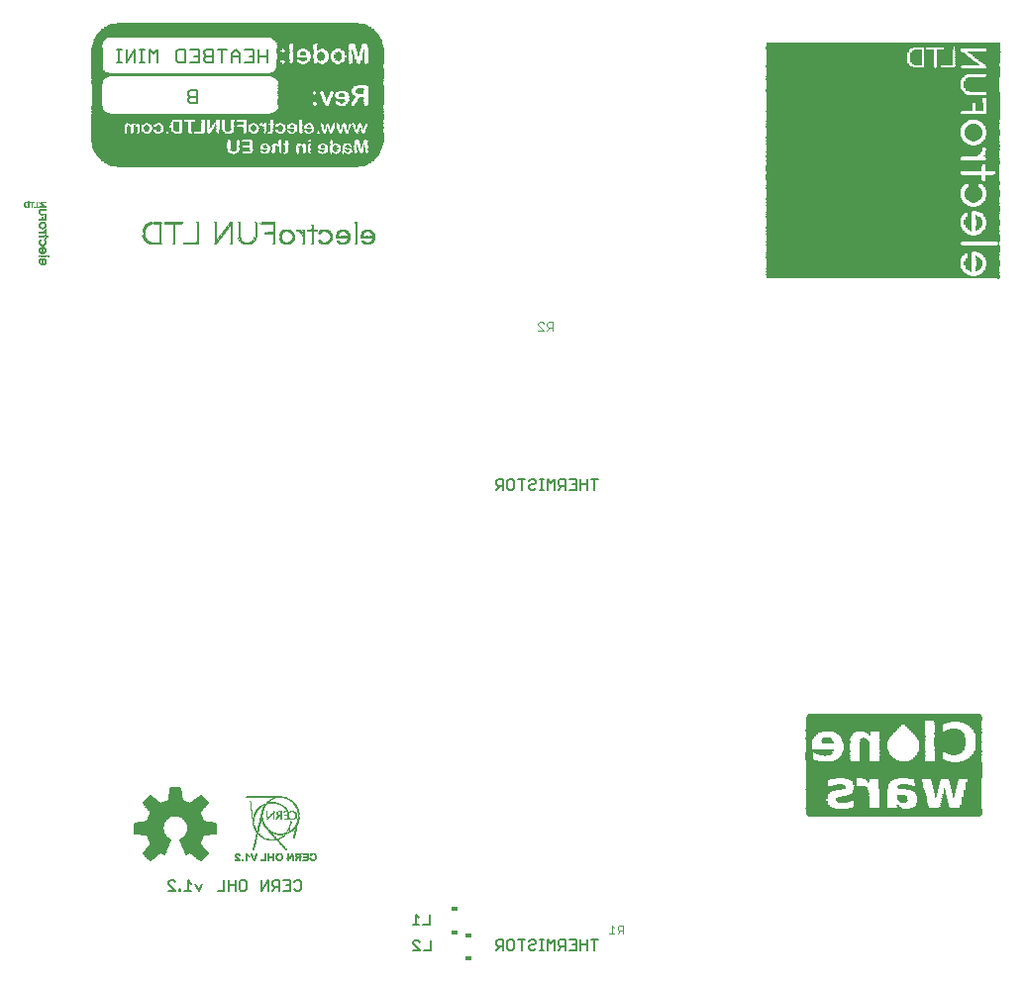
<source format=gbo>
G75*
%MOIN*%
%OFA0B0*%
%FSLAX24Y24*%
%IPPOS*%
%LPD*%
%AMOC8*
5,1,8,0,0,1.08239X$1,22.5*
%
%ADD10C,0.0050*%
%ADD11C,0.0060*%
%ADD12R,0.0207X0.0128*%
%ADD13C,0.0040*%
%ADD14R,0.0082X0.0009*%
%ADD15R,0.0164X0.0009*%
%ADD16R,0.0027X0.0009*%
%ADD17R,0.0036X0.0009*%
%ADD18R,0.0146X0.0009*%
%ADD19R,0.0046X0.0009*%
%ADD20R,0.0037X0.0009*%
%ADD21R,0.0128X0.0009*%
%ADD22R,0.0192X0.0009*%
%ADD23R,0.0046X0.0009*%
%ADD24R,0.0036X0.0009*%
%ADD25R,0.0055X0.0009*%
%ADD26R,0.0173X0.0009*%
%ADD27R,0.0064X0.0009*%
%ADD28R,0.0155X0.0009*%
%ADD29R,0.0192X0.0009*%
%ADD30R,0.0055X0.0009*%
%ADD31R,0.0064X0.0009*%
%ADD32R,0.0173X0.0009*%
%ADD33R,0.0055X0.0009*%
%ADD34R,0.0183X0.0009*%
%ADD35R,0.0201X0.0009*%
%ADD36R,0.0064X0.0009*%
%ADD37R,0.0073X0.0009*%
%ADD38R,0.0182X0.0009*%
%ADD39R,0.0082X0.0009*%
%ADD40R,0.0073X0.0009*%
%ADD41R,0.0183X0.0009*%
%ADD42R,0.0046X0.0009*%
%ADD43R,0.0055X0.0009*%
%ADD44R,0.0055X0.0009*%
%ADD45R,0.0082X0.0009*%
%ADD46R,0.0173X0.0009*%
%ADD47R,0.0037X0.0009*%
%ADD48R,0.0155X0.0009*%
%ADD49R,0.0091X0.0009*%
%ADD50R,0.0055X0.0009*%
%ADD51R,0.0091X0.0009*%
%ADD52R,0.0064X0.0009*%
%ADD53R,0.0100X0.0009*%
%ADD54R,0.0109X0.0009*%
%ADD55R,0.0009X0.0009*%
%ADD56R,0.0155X0.0009*%
%ADD57R,0.0219X0.0009*%
%ADD58R,0.0064X0.0009*%
%ADD59R,0.0219X0.0009*%
%ADD60R,0.0046X0.0009*%
%ADD61R,0.0183X0.0009*%
%ADD62R,0.0192X0.0009*%
%ADD63R,0.0219X0.0009*%
%ADD64R,0.0046X0.0009*%
%ADD65R,0.0027X0.0009*%
%ADD66R,0.0110X0.0009*%
%ADD67R,0.0110X0.0009*%
%ADD68R,0.0119X0.0009*%
%ADD69R,0.0064X0.0009*%
%ADD70R,0.0055X0.0009*%
%ADD71R,0.0055X0.0009*%
%ADD72R,0.0046X0.0009*%
%ADD73R,0.0091X0.0009*%
%ADD74R,0.0100X0.0009*%
%ADD75R,0.0073X0.0009*%
%ADD76R,0.0073X0.0009*%
%ADD77R,0.0146X0.0009*%
%ADD78R,0.0128X0.0009*%
%ADD79R,0.0182X0.0009*%
%ADD80R,0.0119X0.0009*%
%ADD81R,0.0137X0.0009*%
%ADD82R,0.0100X0.0009*%
%ADD83R,0.0027X0.0009*%
%ADD84R,0.0009X0.0009*%
%ADD85R,0.0037X0.0009*%
%ADD86R,0.0027X0.0009*%
%ADD87R,0.0027X0.0009*%
%ADD88R,0.0036X0.0009*%
%ADD89R,0.0027X0.0009*%
%ADD90R,0.0036X0.0009*%
%ADD91R,0.0210X0.0009*%
%ADD92R,0.0283X0.0009*%
%ADD93R,0.0310X0.0009*%
%ADD94R,0.0037X0.0009*%
%ADD95R,0.0027X0.0009*%
%ADD96R,0.0128X0.0009*%
%ADD97R,0.0018X0.0009*%
%ADD98R,0.0274X0.0009*%
%ADD99R,0.0338X0.0009*%
%ADD100R,0.0392X0.0009*%
%ADD101R,0.0018X0.0009*%
%ADD102R,0.0119X0.0009*%
%ADD103R,0.0091X0.0009*%
%ADD104R,0.0082X0.0009*%
%ADD105R,0.0109X0.0009*%
%ADD106R,0.0027X0.0009*%
%ADD107R,0.0046X0.0009*%
%ADD108R,0.0146X0.0009*%
%ADD109R,0.0164X0.0009*%
%ADD110R,0.0018X0.0009*%
%ADD111R,0.0018X0.0009*%
%ADD112R,0.0018X0.0009*%
%ADD113R,0.0064X0.0009*%
%ADD114R,0.0155X0.0009*%
%ADD115R,0.0137X0.0009*%
%ADD116R,0.0018X0.0009*%
%ADD117R,0.0146X0.0009*%
%ADD118R,0.0164X0.0009*%
%ADD119R,0.0046X0.0009*%
%ADD120R,0.0329X0.0009*%
%ADD121R,0.0265X0.0009*%
%ADD122R,0.0064X0.0009*%
%ADD123R,0.0100X0.0009*%
%ADD124R,0.1341X0.0009*%
%ADD125R,0.1305X0.0009*%
%ADD126R,0.1278X0.0009*%
%ADD127R,0.1214X0.0009*%
%ADD128C,0.0059*%
%ADD129R,0.0033X0.0017*%
%ADD130R,0.0017X0.0017*%
%ADD131R,0.0067X0.0017*%
%ADD132R,0.0017X0.0017*%
%ADD133R,0.0017X0.0017*%
%ADD134R,0.0017X0.0017*%
%ADD135R,0.0033X0.0017*%
%ADD136R,0.0033X0.0017*%
%ADD137R,0.0017X0.0017*%
%ADD138R,0.0017X0.0017*%
%ADD139R,0.0033X0.0017*%
%ADD140R,0.0017X0.0017*%
%ADD141R,0.0017X0.0017*%
%ADD142R,0.0050X0.0017*%
%ADD143R,0.0083X0.0017*%
%ADD144R,0.0200X0.0017*%
%ADD145R,0.0317X0.0017*%
%ADD146R,0.0117X0.0017*%
%ADD147R,0.0167X0.0017*%
%ADD148R,0.0033X0.0017*%
%ADD149R,0.0050X0.0017*%
%ADD150R,0.0033X0.0017*%
%ADD151R,0.0067X0.0017*%
%ADD152R,0.0150X0.0017*%
%ADD153R,0.0450X0.0017*%
%ADD154R,0.0267X0.0017*%
%ADD155R,0.0050X0.0017*%
%ADD156R,0.0283X0.0017*%
%ADD157R,0.0483X0.0017*%
%ADD158R,0.0367X0.0017*%
%ADD159R,0.0183X0.0017*%
%ADD160R,0.0133X0.0017*%
%ADD161R,0.0183X0.0017*%
%ADD162R,0.0067X0.0017*%
%ADD163R,0.0350X0.0017*%
%ADD164R,0.0083X0.0017*%
%ADD165R,0.0483X0.0017*%
%ADD166R,0.0417X0.0017*%
%ADD167R,0.0250X0.0017*%
%ADD168R,0.0050X0.0017*%
%ADD169R,0.0250X0.0017*%
%ADD170R,0.0267X0.0017*%
%ADD171R,0.0150X0.0017*%
%ADD172R,0.0150X0.0017*%
%ADD173R,0.0100X0.0017*%
%ADD174R,0.0100X0.0017*%
%ADD175R,0.0083X0.0017*%
%ADD176R,0.0083X0.0017*%
%ADD177R,0.0400X0.0017*%
%ADD178R,0.0217X0.0017*%
%ADD179R,0.0050X0.0017*%
%ADD180R,0.0117X0.0017*%
%ADD181R,0.0100X0.0017*%
%ADD182R,0.0100X0.0017*%
%ADD183R,0.0067X0.0017*%
%ADD184R,0.0117X0.0017*%
%ADD185R,0.0067X0.0017*%
%ADD186R,0.0133X0.0017*%
%ADD187R,0.0067X0.0017*%
%ADD188R,0.0067X0.0017*%
%ADD189R,0.0150X0.0017*%
%ADD190R,0.0033X0.0017*%
%ADD191R,0.0050X0.0017*%
%ADD192R,0.0083X0.0017*%
%ADD193R,0.0050X0.0017*%
%ADD194R,0.0350X0.0017*%
%ADD195R,0.0400X0.0017*%
%ADD196R,0.0450X0.0017*%
%ADD197R,0.0083X0.0017*%
%ADD198R,0.0467X0.0017*%
%ADD199R,0.0050X0.0017*%
%ADD200R,0.0317X0.0017*%
%ADD201R,0.0317X0.0017*%
%ADD202R,0.0317X0.0017*%
%ADD203R,0.0100X0.0017*%
%ADD204R,0.0150X0.0017*%
%ADD205R,0.0233X0.0017*%
%ADD206R,0.0217X0.0017*%
%ADD207R,0.0233X0.0017*%
%ADD208R,0.0300X0.0017*%
%ADD209R,0.0083X0.0017*%
%ADD210R,0.0133X0.0017*%
%ADD211R,0.0167X0.0017*%
%ADD212R,0.0183X0.0017*%
%ADD213R,0.0183X0.0017*%
%ADD214R,0.0167X0.0017*%
%ADD215R,0.0133X0.0017*%
%ADD216R,0.0033X0.0017*%
%ADD217R,0.0317X0.0017*%
%ADD218R,0.0250X0.0017*%
%ADD219R,0.0217X0.0017*%
%ADD220R,0.0583X0.0017*%
%ADD221R,0.0417X0.0017*%
%ADD222R,0.0600X0.0017*%
%ADD223R,0.0367X0.0017*%
%ADD224R,0.0467X0.0017*%
%ADD225R,0.0567X0.0017*%
%ADD226R,0.0267X0.0017*%
%ADD227R,0.0183X0.0017*%
%ADD228R,0.0217X0.0017*%
%ADD229R,0.0133X0.0017*%
%ADD230R,0.0017X0.0017*%
%ADD231R,0.5702X0.0017*%
%ADD232R,0.5804X0.0017*%
%ADD233R,0.5838X0.0017*%
%ADD234R,0.5872X0.0017*%
%ADD235R,0.5872X0.0017*%
%ADD236R,0.5906X0.0017*%
%ADD237R,0.5906X0.0017*%
%ADD238R,0.5906X0.0017*%
%ADD239R,0.2444X0.0017*%
%ADD240R,0.2036X0.0017*%
%ADD241R,0.1069X0.0017*%
%ADD242R,0.2376X0.0017*%
%ADD243R,0.1833X0.0017*%
%ADD244R,0.0967X0.0017*%
%ADD245R,0.0730X0.0017*%
%ADD246R,0.0322X0.0017*%
%ADD247R,0.0577X0.0017*%
%ADD248R,0.0136X0.0017*%
%ADD249R,0.0289X0.0017*%
%ADD250R,0.0628X0.0017*%
%ADD251R,0.0899X0.0017*%
%ADD252R,0.0543X0.0017*%
%ADD253R,0.0102X0.0017*%
%ADD254R,0.0560X0.0017*%
%ADD255R,0.0865X0.0017*%
%ADD256R,0.0713X0.0017*%
%ADD257R,0.0305X0.0017*%
%ADD258R,0.0492X0.0017*%
%ADD259R,0.0085X0.0017*%
%ADD260R,0.0289X0.0017*%
%ADD261R,0.0526X0.0017*%
%ADD262R,0.0831X0.0017*%
%ADD263R,0.0713X0.0017*%
%ADD264R,0.0288X0.0017*%
%ADD265R,0.0475X0.0017*%
%ADD266R,0.0068X0.0017*%
%ADD267R,0.0526X0.0017*%
%ADD268R,0.0815X0.0017*%
%ADD269R,0.0458X0.0017*%
%ADD270R,0.0034X0.0017*%
%ADD271R,0.0798X0.0017*%
%ADD272R,0.0713X0.0017*%
%ADD273R,0.0288X0.0017*%
%ADD274R,0.0424X0.0017*%
%ADD275R,0.0034X0.0017*%
%ADD276R,0.0289X0.0017*%
%ADD277R,0.0526X0.0017*%
%ADD278R,0.0781X0.0017*%
%ADD279R,0.0696X0.0017*%
%ADD280R,0.0271X0.0017*%
%ADD281R,0.0407X0.0017*%
%ADD282R,0.0017X0.0017*%
%ADD283R,0.0764X0.0017*%
%ADD284R,0.0255X0.0017*%
%ADD285R,0.0747X0.0017*%
%ADD286R,0.0696X0.0017*%
%ADD287R,0.0255X0.0017*%
%ADD288R,0.0390X0.0017*%
%ADD289R,0.0730X0.0017*%
%ADD290R,0.0373X0.0017*%
%ADD291R,0.0730X0.0017*%
%ADD292R,0.0679X0.0017*%
%ADD293R,0.0238X0.0017*%
%ADD294R,0.0356X0.0017*%
%ADD295R,0.0679X0.0017*%
%ADD296R,0.0221X0.0017*%
%ADD297R,0.0356X0.0017*%
%ADD298R,0.0102X0.0017*%
%ADD299R,0.0170X0.0017*%
%ADD300R,0.0713X0.0017*%
%ADD301R,0.0221X0.0017*%
%ADD302R,0.0187X0.0017*%
%ADD303R,0.0713X0.0017*%
%ADD304R,0.0339X0.0017*%
%ADD305R,0.0238X0.0017*%
%ADD306R,0.0424X0.0017*%
%ADD307R,0.0662X0.0017*%
%ADD308R,0.0204X0.0017*%
%ADD309R,0.0322X0.0017*%
%ADD310R,0.0492X0.0017*%
%ADD311R,0.0696X0.0017*%
%ADD312R,0.0662X0.0017*%
%ADD313R,0.0187X0.0017*%
%ADD314R,0.0322X0.0017*%
%ADD315R,0.1103X0.0017*%
%ADD316R,0.0696X0.0017*%
%ADD317R,0.0645X0.0017*%
%ADD318R,0.0305X0.0017*%
%ADD319R,0.1103X0.0017*%
%ADD320R,0.0170X0.0017*%
%ADD321R,0.0645X0.0017*%
%ADD322R,0.0153X0.0017*%
%ADD323R,0.0305X0.0017*%
%ADD324R,0.0339X0.0017*%
%ADD325R,0.1086X0.0017*%
%ADD326R,0.0713X0.0017*%
%ADD327R,0.0153X0.0017*%
%ADD328R,0.0339X0.0017*%
%ADD329R,0.0628X0.0017*%
%ADD330R,0.1035X0.0017*%
%ADD331R,0.0628X0.0017*%
%ADD332R,0.0034X0.0017*%
%ADD333R,0.0136X0.0017*%
%ADD334R,0.0305X0.0017*%
%ADD335R,0.0322X0.0017*%
%ADD336R,0.0916X0.0017*%
%ADD337R,0.0119X0.0017*%
%ADD338R,0.0305X0.0017*%
%ADD339R,0.0815X0.0017*%
%ADD340R,0.0747X0.0017*%
%ADD341R,0.0611X0.0017*%
%ADD342R,0.0051X0.0017*%
%ADD343R,0.0119X0.0017*%
%ADD344R,0.0611X0.0017*%
%ADD345R,0.0051X0.0017*%
%ADD346R,0.0645X0.0017*%
%ADD347R,0.0085X0.0017*%
%ADD348R,0.0068X0.0017*%
%ADD349R,0.0594X0.0017*%
%ADD350R,0.0764X0.0017*%
%ADD351R,0.0594X0.0017*%
%ADD352R,0.0781X0.0017*%
%ADD353R,0.0102X0.0017*%
%ADD354R,0.0339X0.0017*%
%ADD355R,0.0594X0.0017*%
%ADD356R,0.0102X0.0017*%
%ADD357R,0.0560X0.0017*%
%ADD358R,0.0815X0.0017*%
%ADD359R,0.0848X0.0017*%
%ADD360R,0.0577X0.0017*%
%ADD361R,0.0119X0.0017*%
%ADD362R,0.0390X0.0017*%
%ADD363R,0.0882X0.0017*%
%ADD364R,0.0577X0.0017*%
%ADD365R,0.0136X0.0017*%
%ADD366R,0.0051X0.0017*%
%ADD367R,0.0119X0.0017*%
%ADD368R,0.0407X0.0017*%
%ADD369R,0.0509X0.0017*%
%ADD370R,0.0933X0.0017*%
%ADD371R,0.0136X0.0017*%
%ADD372R,0.0509X0.0017*%
%ADD373R,0.1001X0.0017*%
%ADD374R,0.0560X0.0017*%
%ADD375R,0.0560X0.0017*%
%ADD376R,0.0136X0.0017*%
%ADD377R,0.0017X0.0017*%
%ADD378R,0.0153X0.0017*%
%ADD379R,0.0475X0.0017*%
%ADD380R,0.1222X0.0017*%
%ADD381R,0.0170X0.0017*%
%ADD382R,0.0153X0.0017*%
%ADD383R,0.0899X0.0017*%
%ADD384R,0.1273X0.0017*%
%ADD385R,0.1307X0.0017*%
%ADD386R,0.0543X0.0017*%
%ADD387R,0.0170X0.0017*%
%ADD388R,0.0882X0.0017*%
%ADD389R,0.0441X0.0017*%
%ADD390R,0.1324X0.0017*%
%ADD391R,0.0543X0.0017*%
%ADD392R,0.0187X0.0017*%
%ADD393R,0.0882X0.0017*%
%ADD394R,0.0424X0.0017*%
%ADD395R,0.1324X0.0017*%
%ADD396R,0.0204X0.0017*%
%ADD397R,0.0187X0.0017*%
%ADD398R,0.0204X0.0017*%
%ADD399R,0.0272X0.0017*%
%ADD400R,0.0526X0.0017*%
%ADD401R,0.0526X0.0017*%
%ADD402R,0.0221X0.0017*%
%ADD403R,0.0272X0.0017*%
%ADD404R,0.0373X0.0017*%
%ADD405R,0.0238X0.0017*%
%ADD406R,0.0221X0.0017*%
%ADD407R,0.0255X0.0017*%
%ADD408R,0.0509X0.0017*%
%ADD409R,0.0238X0.0017*%
%ADD410R,0.0255X0.0017*%
%ADD411R,0.0339X0.0017*%
%ADD412R,0.0102X0.0017*%
%ADD413R,0.0764X0.0017*%
%ADD414R,0.0509X0.0017*%
%ADD415R,0.0509X0.0017*%
%ADD416R,0.0424X0.0017*%
%ADD417R,0.0255X0.0017*%
%ADD418R,0.2478X0.0017*%
%ADD419R,0.1188X0.0017*%
%ADD420R,0.0764X0.0017*%
%ADD421R,0.4175X0.0017*%
%ADD422R,0.0662X0.0017*%
%ADD423R,0.0662X0.0017*%
%ADD424R,0.0458X0.0017*%
%ADD425R,0.0628X0.0017*%
%ADD426R,0.2308X0.0017*%
%ADD427R,0.0492X0.0017*%
%ADD428R,0.0407X0.0017*%
%ADD429R,0.0594X0.0017*%
%ADD430R,0.0288X0.0017*%
%ADD431R,0.0441X0.0017*%
%ADD432R,0.0407X0.0017*%
%ADD433R,0.0458X0.0017*%
%ADD434R,0.0441X0.0017*%
%ADD435R,0.0424X0.0017*%
%ADD436R,0.0390X0.0017*%
%ADD437R,0.0373X0.0017*%
%ADD438R,0.0356X0.0017*%
%ADD439R,0.0170X0.0017*%
%ADD440R,0.0272X0.0017*%
%ADD441R,0.0356X0.0017*%
%ADD442R,0.0356X0.0017*%
%ADD443R,0.0373X0.0017*%
%ADD444R,0.0238X0.0017*%
%ADD445R,0.0577X0.0017*%
%ADD446R,0.0611X0.0017*%
%ADD447R,0.0238X0.0017*%
%ADD448R,0.0645X0.0017*%
%ADD449R,0.0899X0.0017*%
%ADD450R,0.0950X0.0017*%
%ADD451R,0.0916X0.0017*%
%ADD452R,0.0967X0.0017*%
%ADD453R,0.0916X0.0017*%
%ADD454R,0.0984X0.0017*%
%ADD455R,0.1001X0.0017*%
%ADD456R,0.0271X0.0017*%
%ADD457R,0.1018X0.0017*%
%ADD458R,0.0187X0.0017*%
%ADD459R,0.1018X0.0017*%
%ADD460R,0.0204X0.0017*%
%ADD461R,0.0271X0.0017*%
%ADD462R,0.0221X0.0017*%
%ADD463R,0.0187X0.0017*%
%ADD464R,0.1035X0.0017*%
%ADD465R,0.0390X0.0017*%
%ADD466R,0.0373X0.0017*%
%ADD467R,0.0204X0.0017*%
%ADD468R,0.1035X0.0017*%
%ADD469R,0.0255X0.0017*%
%ADD470R,0.0221X0.0017*%
%ADD471R,0.0085X0.0017*%
%ADD472R,0.1018X0.0017*%
%ADD473R,0.0356X0.0017*%
%ADD474R,0.0407X0.0017*%
%ADD475R,0.0441X0.0017*%
%ADD476R,0.0458X0.0017*%
%ADD477R,0.0509X0.0017*%
%ADD478R,0.0967X0.0017*%
%ADD479R,0.0645X0.0017*%
%ADD480R,0.0441X0.0017*%
%ADD481R,0.0136X0.0017*%
%ADD482R,0.0458X0.0017*%
%ADD483R,0.1086X0.0017*%
%ADD484R,0.0865X0.0017*%
%ADD485R,0.3038X0.0017*%
%ADD486R,0.3038X0.0017*%
%ADD487R,0.3072X0.0017*%
%ADD488R,0.0543X0.0017*%
%ADD489R,0.3072X0.0017*%
%ADD490R,0.3089X0.0017*%
%ADD491R,0.0577X0.0017*%
%ADD492R,0.3105X0.0017*%
%ADD493R,0.3122X0.0017*%
%ADD494R,0.3139X0.0017*%
%ADD495R,0.3156X0.0017*%
%ADD496R,0.3173X0.0017*%
%ADD497R,0.3190X0.0017*%
%ADD498R,0.0679X0.0017*%
%ADD499R,0.3207X0.0017*%
%ADD500R,0.3224X0.0017*%
%ADD501R,0.3241X0.0017*%
%ADD502R,0.4005X0.0017*%
%ADD503R,0.4005X0.0017*%
%ADD504R,0.0645X0.0017*%
%ADD505R,0.1578X0.0017*%
%ADD506R,0.1578X0.0017*%
%ADD507R,0.0083X0.0028*%
%ADD508R,0.7846X0.0028*%
%ADD509R,0.0771X0.0028*%
%ADD510R,0.6855X0.0028*%
%ADD511R,0.0688X0.0028*%
%ADD512R,0.6773X0.0028*%
%ADD513R,0.0633X0.0028*%
%ADD514R,0.6745X0.0028*%
%ADD515R,0.0606X0.0028*%
%ADD516R,0.6690X0.0028*%
%ADD517R,0.0578X0.0028*%
%ADD518R,0.6663X0.0028*%
%ADD519R,0.0551X0.0028*%
%ADD520R,0.0028X0.0028*%
%ADD521R,0.6635X0.0028*%
%ADD522R,0.0523X0.0028*%
%ADD523R,0.0083X0.0028*%
%ADD524R,0.6608X0.0028*%
%ADD525R,0.0496X0.0028*%
%ADD526R,0.0110X0.0028*%
%ADD527R,0.0138X0.0028*%
%ADD528R,0.6608X0.0028*%
%ADD529R,0.0496X0.0028*%
%ADD530R,0.0138X0.0028*%
%ADD531R,0.0165X0.0028*%
%ADD532R,0.6580X0.0028*%
%ADD533R,0.0468X0.0028*%
%ADD534R,0.0165X0.0028*%
%ADD535R,0.0193X0.0028*%
%ADD536R,0.0468X0.0028*%
%ADD537R,0.0193X0.0028*%
%ADD538R,0.0220X0.0028*%
%ADD539R,0.6552X0.0028*%
%ADD540R,0.0220X0.0028*%
%ADD541R,0.6552X0.0028*%
%ADD542R,0.0440X0.0028*%
%ADD543R,0.0440X0.0028*%
%ADD544R,0.0248X0.0028*%
%ADD545R,0.6525X0.0028*%
%ADD546R,0.0248X0.0028*%
%ADD547R,0.6525X0.0028*%
%ADD548R,0.0165X0.0028*%
%ADD549R,0.6580X0.0028*%
%ADD550R,0.0028X0.0028*%
%ADD551R,0.0110X0.0028*%
%ADD552R,0.6690X0.0028*%
%ADD553R,0.6910X0.0028*%
%ADD554R,0.0771X0.0028*%
%ADD555R,0.6938X0.0028*%
%ADD556R,0.7846X0.0028*%
%ADD557R,0.0055X0.0028*%
%ADD558R,0.0055X0.0028*%
%ADD559R,0.0275X0.0028*%
%ADD560R,0.0358X0.0028*%
%ADD561R,0.0441X0.0028*%
%ADD562R,0.0523X0.0028*%
%ADD563R,0.0551X0.0028*%
%ADD564R,0.0578X0.0028*%
%ADD565R,0.0606X0.0028*%
%ADD566R,0.0606X0.0028*%
%ADD567R,0.0413X0.0028*%
%ADD568R,0.0358X0.0028*%
%ADD569R,0.0523X0.0028*%
%ADD570R,0.0330X0.0028*%
%ADD571R,0.0330X0.0028*%
%ADD572R,0.7268X0.0028*%
%ADD573R,0.7241X0.0028*%
%ADD574R,0.7241X0.0028*%
%ADD575R,0.0165X0.0028*%
%ADD576R,0.0028X0.0028*%
%ADD577R,0.7268X0.0028*%
%ADD578R,0.7296X0.0028*%
%ADD579R,0.7846X0.0028*%
%ADD580R,0.7021X0.0028*%
%ADD581R,0.7103X0.0028*%
%ADD582R,0.7158X0.0028*%
%ADD583R,0.7186X0.0028*%
%ADD584R,0.7213X0.0028*%
%ADD585R,0.7323X0.0028*%
%ADD586R,0.0633X0.0028*%
%ADD587R,0.6745X0.0028*%
%ADD588R,0.0606X0.0028*%
%ADD589R,0.0138X0.0028*%
%ADD590R,0.0385X0.0028*%
%ADD591R,0.0441X0.0028*%
%ADD592R,0.0385X0.0028*%
%ADD593R,0.6718X0.0028*%
%ADD594R,0.0661X0.0028*%
%ADD595R,0.0743X0.0028*%
%ADD596R,0.6828X0.0028*%
%ADD597R,0.0248X0.0028*%
%ADD598R,0.0248X0.0028*%
%ADD599R,0.6938X0.0028*%
%ADD600R,0.6965X0.0028*%
%ADD601R,0.7296X0.0028*%
%ADD602R,0.6828X0.0028*%
%ADD603R,0.1019X0.0028*%
%ADD604R,0.1074X0.0028*%
%ADD605R,0.1129X0.0028*%
%ADD606R,0.1156X0.0028*%
%ADD607R,0.1156X0.0028*%
%ADD608R,0.1184X0.0028*%
%ADD609R,0.1184X0.0028*%
%ADD610R,0.1211X0.0028*%
%ADD611R,0.1211X0.0028*%
%ADD612R,0.0853X0.0028*%
%ADD613R,0.5671X0.0028*%
%ADD614R,0.0330X0.0028*%
%ADD615R,0.4928X0.0028*%
%ADD616R,0.0303X0.0028*%
%ADD617R,0.4901X0.0028*%
%ADD618R,0.0220X0.0028*%
%ADD619R,0.4846X0.0028*%
%ADD620R,0.0798X0.0028*%
%ADD621R,0.0303X0.0028*%
%ADD622R,0.4818X0.0028*%
%ADD623R,0.0771X0.0028*%
%ADD624R,0.0303X0.0028*%
%ADD625R,0.4790X0.0028*%
%ADD626R,0.4763X0.0028*%
%ADD627R,0.0688X0.0028*%
%ADD628R,0.4763X0.0028*%
%ADD629R,0.4735X0.0028*%
%ADD630R,0.0716X0.0028*%
%ADD631R,0.4735X0.0028*%
%ADD632R,0.0743X0.0028*%
%ADD633R,0.0771X0.0028*%
%ADD634R,0.0413X0.0028*%
%ADD635R,0.0826X0.0028*%
%ADD636R,0.0523X0.0028*%
%ADD637R,0.0413X0.0028*%
%ADD638R,0.0854X0.0028*%
%ADD639R,0.0881X0.0028*%
%ADD640R,0.0936X0.0028*%
%ADD641R,0.0964X0.0028*%
%ADD642R,0.0991X0.0028*%
%ADD643R,0.1046X0.0028*%
%ADD644R,0.1074X0.0028*%
%ADD645R,0.0275X0.0028*%
%ADD646R,0.1101X0.0028*%
%ADD647R,0.0303X0.0028*%
%ADD648R,0.4790X0.0028*%
%ADD649R,0.0330X0.0028*%
%ADD650R,0.4818X0.0028*%
%ADD651R,0.1514X0.0028*%
%ADD652R,0.0083X0.0028*%
%ADD653R,0.4901X0.0028*%
%ADD654R,0.1514X0.0028*%
%ADD655R,0.4956X0.0028*%
%ADD656R,0.1542X0.0028*%
%ADD657R,0.6305X0.0028*%
%ADD658R,0.7874X0.0028*%
%ADD659R,0.7874X0.0028*%
%ADD660R,0.8158X0.0024*%
%ADD661R,0.8447X0.0024*%
%ADD662R,0.8591X0.0024*%
%ADD663R,0.8736X0.0024*%
%ADD664R,0.8784X0.0024*%
%ADD665R,0.8880X0.0024*%
%ADD666R,0.8976X0.0024*%
%ADD667R,0.9024X0.0024*%
%ADD668R,0.9121X0.0024*%
%ADD669R,0.9169X0.0024*%
%ADD670R,0.9217X0.0024*%
%ADD671R,0.9265X0.0024*%
%ADD672R,0.9313X0.0024*%
%ADD673R,0.9361X0.0024*%
%ADD674R,0.9409X0.0024*%
%ADD675R,0.9457X0.0024*%
%ADD676R,0.9457X0.0024*%
%ADD677R,0.9506X0.0024*%
%ADD678R,0.0409X0.0024*%
%ADD679R,0.0168X0.0024*%
%ADD680R,0.0385X0.0024*%
%ADD681R,0.0144X0.0024*%
%ADD682R,0.0217X0.0024*%
%ADD683R,0.0120X0.0024*%
%ADD684R,0.0265X0.0024*%
%ADD685R,0.0602X0.0024*%
%ADD686R,0.0193X0.0024*%
%ADD687R,0.0505X0.0024*%
%ADD688R,0.0987X0.0024*%
%ADD689R,0.4620X0.0024*%
%ADD690R,0.0385X0.0024*%
%ADD691R,0.0120X0.0024*%
%ADD692R,0.0048X0.0024*%
%ADD693R,0.0048X0.0024*%
%ADD694R,0.0144X0.0024*%
%ADD695R,0.0289X0.0024*%
%ADD696R,0.0120X0.0024*%
%ADD697R,0.0144X0.0024*%
%ADD698R,0.0313X0.0024*%
%ADD699R,0.0168X0.0024*%
%ADD700R,0.4524X0.0024*%
%ADD701R,0.0072X0.0024*%
%ADD702R,0.0096X0.0024*%
%ADD703R,0.0096X0.0024*%
%ADD704R,0.0265X0.0024*%
%ADD705R,0.0072X0.0024*%
%ADD706R,0.0144X0.0024*%
%ADD707R,0.0024X0.0024*%
%ADD708R,0.4524X0.0024*%
%ADD709R,0.0409X0.0024*%
%ADD710R,0.0072X0.0024*%
%ADD711R,0.0072X0.0024*%
%ADD712R,0.0096X0.0024*%
%ADD713R,0.0024X0.0024*%
%ADD714R,0.0241X0.0024*%
%ADD715R,0.0265X0.0024*%
%ADD716R,0.4500X0.0024*%
%ADD717R,0.0433X0.0024*%
%ADD718R,0.0120X0.0024*%
%ADD719R,0.0241X0.0024*%
%ADD720R,0.4500X0.0024*%
%ADD721R,0.0457X0.0024*%
%ADD722R,0.0481X0.0024*%
%ADD723R,0.0361X0.0024*%
%ADD724R,0.0457X0.0024*%
%ADD725R,0.0048X0.0024*%
%ADD726R,0.0048X0.0024*%
%ADD727R,0.0481X0.0024*%
%ADD728R,0.0361X0.0024*%
%ADD729R,0.4524X0.0024*%
%ADD730R,0.0096X0.0024*%
%ADD731R,0.0024X0.0024*%
%ADD732R,0.0265X0.0024*%
%ADD733R,0.0193X0.0024*%
%ADD734R,0.0481X0.0024*%
%ADD735R,0.0048X0.0024*%
%ADD736R,0.0024X0.0024*%
%ADD737R,0.0048X0.0024*%
%ADD738R,0.0144X0.0024*%
%ADD739R,0.0072X0.0024*%
%ADD740R,0.0168X0.0024*%
%ADD741R,0.0072X0.0024*%
%ADD742R,0.0241X0.0024*%
%ADD743R,0.0144X0.0024*%
%ADD744R,0.0265X0.0024*%
%ADD745R,0.0120X0.0024*%
%ADD746R,0.0120X0.0024*%
%ADD747R,0.0361X0.0024*%
%ADD748R,0.0193X0.0024*%
%ADD749R,0.4524X0.0024*%
%ADD750R,0.0481X0.0024*%
%ADD751R,0.0024X0.0024*%
%ADD752R,0.0024X0.0024*%
%ADD753R,0.0265X0.0024*%
%ADD754R,0.0072X0.0024*%
%ADD755R,0.0144X0.0024*%
%ADD756R,0.0072X0.0024*%
%ADD757R,0.0144X0.0024*%
%ADD758R,0.0241X0.0024*%
%ADD759R,0.0120X0.0024*%
%ADD760R,0.0120X0.0024*%
%ADD761R,0.0337X0.0024*%
%ADD762R,0.0193X0.0024*%
%ADD763R,0.4524X0.0024*%
%ADD764R,0.0024X0.0024*%
%ADD765R,0.0096X0.0024*%
%ADD766R,0.0096X0.0024*%
%ADD767R,0.0096X0.0024*%
%ADD768R,0.0505X0.0024*%
%ADD769R,0.0096X0.0024*%
%ADD770R,0.0265X0.0024*%
%ADD771R,0.4548X0.0024*%
%ADD772R,0.0505X0.0024*%
%ADD773R,0.0289X0.0024*%
%ADD774R,0.0241X0.0024*%
%ADD775R,0.0361X0.0024*%
%ADD776R,0.4548X0.0024*%
%ADD777R,0.0313X0.0024*%
%ADD778R,0.0217X0.0024*%
%ADD779R,0.0722X0.0024*%
%ADD780R,0.1420X0.0024*%
%ADD781R,0.0866X0.0024*%
%ADD782R,0.0722X0.0024*%
%ADD783R,0.1420X0.0024*%
%ADD784R,0.0866X0.0024*%
%ADD785R,0.0529X0.0024*%
%ADD786R,0.0674X0.0024*%
%ADD787R,0.0698X0.0024*%
%ADD788R,0.4572X0.0024*%
%ADD789R,0.0529X0.0024*%
%ADD790R,0.0650X0.0024*%
%ADD791R,0.0674X0.0024*%
%ADD792R,0.4572X0.0024*%
%ADD793R,0.0168X0.0024*%
%ADD794R,0.0746X0.0024*%
%ADD795R,0.0650X0.0024*%
%ADD796R,0.0674X0.0024*%
%ADD797R,0.0914X0.0024*%
%ADD798R,0.0217X0.0024*%
%ADD799R,0.4596X0.0024*%
%ADD800R,0.0578X0.0024*%
%ADD801R,0.0217X0.0024*%
%ADD802R,0.0794X0.0024*%
%ADD803R,0.0698X0.0024*%
%ADD804R,0.0939X0.0024*%
%ADD805R,0.0241X0.0024*%
%ADD806R,0.4596X0.0024*%
%ADD807R,0.9843X0.0024*%
%ADD808R,0.9843X0.0024*%
%ADD809R,0.0409X0.0024*%
%ADD810R,0.1131X0.0024*%
%ADD811R,0.0626X0.0024*%
%ADD812R,0.1131X0.0024*%
%ADD813R,0.0626X0.0024*%
%ADD814R,0.0337X0.0024*%
%ADD815R,0.1107X0.0024*%
%ADD816R,0.0168X0.0024*%
%ADD817R,0.0337X0.0024*%
%ADD818R,0.1107X0.0024*%
%ADD819R,0.0602X0.0024*%
%ADD820R,0.0168X0.0024*%
%ADD821R,0.0313X0.0024*%
%ADD822R,0.0337X0.0024*%
%ADD823R,0.0602X0.0024*%
%ADD824R,0.0048X0.0024*%
%ADD825R,0.0313X0.0024*%
%ADD826R,0.0313X0.0024*%
%ADD827R,0.0289X0.0024*%
%ADD828R,0.0578X0.0024*%
%ADD829R,0.0048X0.0024*%
%ADD830R,0.0554X0.0024*%
%ADD831R,0.0554X0.0024*%
%ADD832R,0.0217X0.0024*%
%ADD833R,0.0337X0.0024*%
%ADD834R,0.1131X0.0024*%
%ADD835R,0.0554X0.0024*%
%ADD836R,0.0024X0.0024*%
%ADD837R,0.0313X0.0024*%
%ADD838R,0.0217X0.0024*%
%ADD839R,0.0337X0.0024*%
%ADD840R,0.0289X0.0024*%
%ADD841R,0.1131X0.0024*%
%ADD842R,0.1155X0.0024*%
%ADD843R,0.0578X0.0024*%
%ADD844R,0.0168X0.0024*%
%ADD845R,0.0361X0.0024*%
%ADD846R,0.0313X0.0024*%
%ADD847R,0.0241X0.0024*%
%ADD848R,0.1203X0.0024*%
%ADD849R,0.2743X0.0024*%
%ADD850R,0.0890X0.0024*%
%ADD851R,0.0794X0.0024*%
%ADD852R,0.2671X0.0024*%
%ADD853R,0.2743X0.0024*%
%ADD854R,0.0890X0.0024*%
%ADD855R,0.0794X0.0024*%
%ADD856R,0.2695X0.0024*%
%ADD857R,0.0168X0.0024*%
%ADD858R,0.2719X0.0024*%
%ADD859R,0.2743X0.0024*%
%ADD860R,0.2767X0.0024*%
%ADD861R,0.0939X0.0024*%
%ADD862R,0.0866X0.0024*%
%ADD863R,0.0241X0.0024*%
%ADD864R,0.2791X0.0024*%
%ADD865R,0.9843X0.0024*%
%ADD866R,0.9843X0.0024*%
%ADD867R,0.3802X0.0024*%
%ADD868R,0.0626X0.0024*%
%ADD869R,0.3706X0.0024*%
%ADD870R,0.0529X0.0024*%
%ADD871R,0.3658X0.0024*%
%ADD872R,0.3634X0.0024*%
%ADD873R,0.0457X0.0024*%
%ADD874R,0.3610X0.0024*%
%ADD875R,0.0433X0.0024*%
%ADD876R,0.3586X0.0024*%
%ADD877R,0.0409X0.0024*%
%ADD878R,0.3586X0.0024*%
%ADD879R,0.0385X0.0024*%
%ADD880R,0.3562X0.0024*%
%ADD881R,0.0385X0.0024*%
%ADD882R,0.3562X0.0024*%
%ADD883R,0.0554X0.0024*%
%ADD884R,0.0217X0.0024*%
%ADD885R,0.0361X0.0024*%
%ADD886R,0.1203X0.0024*%
%ADD887R,0.1179X0.0024*%
%ADD888R,0.0265X0.0024*%
%ADD889R,0.1179X0.0024*%
%ADD890R,0.0529X0.0024*%
%ADD891R,0.1179X0.0024*%
%ADD892R,0.0529X0.0024*%
%ADD893R,0.1227X0.0024*%
%ADD894R,0.0217X0.0024*%
%ADD895R,0.1516X0.0024*%
%ADD896R,0.1516X0.0024*%
%ADD897R,0.1492X0.0024*%
%ADD898R,0.1492X0.0024*%
%ADD899R,0.1468X0.0024*%
%ADD900R,0.1468X0.0024*%
%ADD901R,0.1444X0.0024*%
%ADD902R,0.1179X0.0024*%
%ADD903R,0.1203X0.0024*%
%ADD904R,0.2479X0.0024*%
%ADD905R,0.2479X0.0024*%
%ADD906R,0.2503X0.0024*%
%ADD907R,0.2527X0.0024*%
%ADD908R,0.2527X0.0024*%
%ADD909R,0.2575X0.0024*%
%ADD910R,0.2671X0.0024*%
%ADD911R,0.3610X0.0024*%
%ADD912R,0.0433X0.0024*%
%ADD913R,0.3634X0.0024*%
%ADD914R,0.3778X0.0024*%
%ADD915R,0.0602X0.0024*%
%ADD916R,0.3826X0.0024*%
%ADD917R,0.3730X0.0024*%
%ADD918R,0.3682X0.0024*%
%ADD919R,0.0457X0.0024*%
%ADD920R,0.3658X0.0024*%
%ADD921R,0.3610X0.0024*%
%ADD922R,0.3610X0.0024*%
%ADD923R,0.0337X0.0024*%
%ADD924R,0.0433X0.0024*%
%ADD925R,0.0313X0.0024*%
%ADD926R,0.0433X0.0024*%
%ADD927R,0.1059X0.0024*%
%ADD928R,0.1059X0.0024*%
%ADD929R,0.0361X0.0024*%
%ADD930R,0.1083X0.0024*%
%ADD931R,0.0722X0.0024*%
%ADD932R,0.2238X0.0024*%
%ADD933R,0.1299X0.0024*%
%ADD934R,0.3586X0.0024*%
%ADD935R,0.3586X0.0024*%
%ADD936R,0.0361X0.0024*%
%ADD937R,0.3634X0.0024*%
%ADD938R,0.3634X0.0024*%
%ADD939R,0.3682X0.0024*%
%ADD940R,0.9602X0.0024*%
%ADD941R,0.9554X0.0024*%
%ADD942R,0.9554X0.0024*%
%ADD943R,0.9506X0.0024*%
%ADD944R,0.9409X0.0024*%
%ADD945R,0.9361X0.0024*%
%ADD946R,0.9313X0.0024*%
%ADD947R,0.9265X0.0024*%
%ADD948R,0.9217X0.0024*%
%ADD949R,0.9169X0.0024*%
%ADD950R,0.9121X0.0024*%
%ADD951R,0.9024X0.0024*%
%ADD952R,0.8976X0.0024*%
%ADD953R,0.8880X0.0024*%
%ADD954R,0.8784X0.0024*%
%ADD955R,0.8736X0.0024*%
%ADD956R,0.8591X0.0024*%
%ADD957R,0.8447X0.0024*%
%ADD958R,0.8158X0.0024*%
D10*
X009765Y005418D02*
X009999Y005418D01*
X009765Y005652D01*
X009765Y005710D01*
X009824Y005769D01*
X009941Y005769D01*
X009999Y005710D01*
X010125Y005477D02*
X010125Y005418D01*
X010183Y005418D01*
X010183Y005477D01*
X010125Y005477D01*
X010318Y005418D02*
X010551Y005418D01*
X010435Y005418D02*
X010435Y005769D01*
X010551Y005652D01*
X010686Y005652D02*
X010803Y005418D01*
X010920Y005652D01*
X011423Y005418D02*
X011656Y005418D01*
X011656Y005769D01*
X011791Y005769D02*
X011791Y005418D01*
X011791Y005593D02*
X012025Y005593D01*
X012025Y005418D02*
X012025Y005769D01*
X012159Y005710D02*
X012218Y005769D01*
X012335Y005769D01*
X012393Y005710D01*
X012393Y005477D01*
X012335Y005418D01*
X012218Y005418D01*
X012159Y005477D01*
X012159Y005710D01*
X012896Y005769D02*
X012896Y005418D01*
X013130Y005769D01*
X013130Y005418D01*
X013264Y005418D02*
X013381Y005535D01*
X013323Y005535D02*
X013498Y005535D01*
X013498Y005418D02*
X013498Y005769D01*
X013323Y005769D01*
X013264Y005710D01*
X013264Y005593D01*
X013323Y005535D01*
X013633Y005418D02*
X013866Y005418D01*
X013866Y005769D01*
X013633Y005769D01*
X013749Y005593D02*
X013866Y005593D01*
X014001Y005477D02*
X014059Y005418D01*
X014176Y005418D01*
X014235Y005477D01*
X014235Y005710D01*
X014176Y005769D01*
X014059Y005769D01*
X014001Y005710D01*
X017993Y004275D02*
X018222Y004275D01*
X018107Y004275D02*
X018107Y004619D01*
X018222Y004504D01*
X018355Y004275D02*
X018585Y004275D01*
X018585Y004619D01*
X018596Y003744D02*
X018596Y003393D01*
X018363Y003393D01*
X018228Y003393D02*
X017994Y003627D01*
X017994Y003685D01*
X018053Y003744D01*
X018169Y003744D01*
X018228Y003685D01*
X018228Y003393D02*
X017994Y003393D01*
X020809Y003418D02*
X020926Y003535D01*
X020867Y003535D02*
X021042Y003535D01*
X021042Y003418D02*
X021042Y003769D01*
X020867Y003769D01*
X020809Y003710D01*
X020809Y003593D01*
X020867Y003535D01*
X021177Y003477D02*
X021177Y003710D01*
X021236Y003769D01*
X021352Y003769D01*
X021411Y003710D01*
X021411Y003477D01*
X021352Y003418D01*
X021236Y003418D01*
X021177Y003477D01*
X021546Y003769D02*
X021779Y003769D01*
X021662Y003769D02*
X021662Y003418D01*
X021914Y003477D02*
X021972Y003418D01*
X022089Y003418D01*
X022147Y003477D01*
X022089Y003593D02*
X021972Y003593D01*
X021914Y003535D01*
X021914Y003477D01*
X022089Y003593D02*
X022147Y003652D01*
X022147Y003710D01*
X022089Y003769D01*
X021972Y003769D01*
X021914Y003710D01*
X022276Y003769D02*
X022393Y003769D01*
X022335Y003769D02*
X022335Y003418D01*
X022393Y003418D02*
X022276Y003418D01*
X022528Y003418D02*
X022528Y003769D01*
X022644Y003652D01*
X022761Y003769D01*
X022761Y003418D01*
X022896Y003418D02*
X023013Y003535D01*
X022954Y003535D02*
X023130Y003535D01*
X023130Y003418D02*
X023130Y003769D01*
X022954Y003769D01*
X022896Y003710D01*
X022896Y003593D01*
X022954Y003535D01*
X023264Y003418D02*
X023498Y003418D01*
X023498Y003769D01*
X023264Y003769D01*
X023381Y003593D02*
X023498Y003593D01*
X023633Y003593D02*
X023866Y003593D01*
X023866Y003418D02*
X023866Y003769D01*
X024001Y003769D02*
X024235Y003769D01*
X024118Y003769D02*
X024118Y003418D01*
X023633Y003418D02*
X023633Y003769D01*
X023633Y018918D02*
X023633Y019269D01*
X023498Y019269D02*
X023498Y018918D01*
X023264Y018918D01*
X023130Y018918D02*
X023130Y019269D01*
X022954Y019269D01*
X022896Y019210D01*
X022896Y019093D01*
X022954Y019035D01*
X023130Y019035D01*
X023013Y019035D02*
X022896Y018918D01*
X022761Y018918D02*
X022761Y019269D01*
X022644Y019152D01*
X022528Y019269D01*
X022528Y018918D01*
X022393Y018918D02*
X022276Y018918D01*
X022335Y018918D02*
X022335Y019269D01*
X022393Y019269D02*
X022276Y019269D01*
X022147Y019210D02*
X022147Y019152D01*
X022089Y019093D01*
X021972Y019093D01*
X021914Y019035D01*
X021914Y018977D01*
X021972Y018918D01*
X022089Y018918D01*
X022147Y018977D01*
X022147Y019210D02*
X022089Y019269D01*
X021972Y019269D01*
X021914Y019210D01*
X021779Y019269D02*
X021546Y019269D01*
X021662Y019269D02*
X021662Y018918D01*
X021411Y018977D02*
X021352Y018918D01*
X021236Y018918D01*
X021177Y018977D01*
X021177Y019210D01*
X021236Y019269D01*
X021352Y019269D01*
X021411Y019210D01*
X021411Y018977D01*
X021042Y019035D02*
X020867Y019035D01*
X020809Y019093D01*
X020809Y019210D01*
X020867Y019269D01*
X021042Y019269D01*
X021042Y018918D01*
X020926Y019035D02*
X020809Y018918D01*
X023264Y019269D02*
X023498Y019269D01*
X023498Y019093D02*
X023381Y019093D01*
X023633Y019093D02*
X023866Y019093D01*
X023866Y018918D02*
X023866Y019269D01*
X024001Y019269D02*
X024235Y019269D01*
X024118Y019269D02*
X024118Y018918D01*
D11*
X010730Y031923D02*
X010730Y032364D01*
X010509Y032364D01*
X010436Y032290D01*
X010436Y032217D01*
X010509Y032143D01*
X010730Y032143D01*
X010730Y031923D02*
X010509Y031923D01*
X010436Y031997D01*
X010436Y032070D01*
X010509Y032143D01*
X010509Y033298D02*
X010803Y033298D01*
X010803Y033739D01*
X010509Y033739D01*
X010342Y033739D02*
X010342Y033298D01*
X010122Y033298D01*
X010049Y033372D01*
X010049Y033665D01*
X010122Y033739D01*
X010342Y033739D01*
X010656Y033518D02*
X010803Y033518D01*
X010969Y033445D02*
X010969Y033372D01*
X011043Y033298D01*
X011263Y033298D01*
X011263Y033739D01*
X011043Y033739D01*
X010969Y033665D01*
X010969Y033592D01*
X011043Y033518D01*
X011263Y033518D01*
X011043Y033518D02*
X010969Y033445D01*
X011430Y033739D02*
X011723Y033739D01*
X011577Y033739D02*
X011577Y033298D01*
X011890Y033298D02*
X011890Y033592D01*
X012037Y033739D01*
X012184Y033592D01*
X012184Y033298D01*
X012351Y033298D02*
X012644Y033298D01*
X012644Y033739D01*
X012351Y033739D01*
X012497Y033518D02*
X012644Y033518D01*
X012811Y033518D02*
X013105Y033518D01*
X013105Y033298D02*
X013105Y033739D01*
X012811Y033739D02*
X012811Y033298D01*
X012184Y033518D02*
X011890Y033518D01*
X009421Y033298D02*
X009421Y033739D01*
X009275Y033592D01*
X009128Y033739D01*
X009128Y033298D01*
X008961Y033298D02*
X008814Y033298D01*
X008888Y033298D02*
X008888Y033739D01*
X008961Y033739D02*
X008814Y033739D01*
X008654Y033739D02*
X008360Y033298D01*
X008360Y033739D01*
X008194Y033739D02*
X008047Y033739D01*
X008120Y033739D02*
X008120Y033298D01*
X008047Y033298D02*
X008194Y033298D01*
X008654Y033298D02*
X008654Y033739D01*
D12*
X019393Y004789D03*
X019393Y003998D03*
X019876Y003914D03*
X019876Y003123D03*
D13*
X024597Y003968D02*
X024784Y003968D01*
X024691Y003968D02*
X024691Y004249D01*
X024784Y004155D01*
X024892Y004108D02*
X024939Y004062D01*
X025079Y004062D01*
X024985Y004062D02*
X024892Y003968D01*
X024892Y004108D02*
X024892Y004202D01*
X024939Y004249D01*
X025079Y004249D01*
X025079Y003968D01*
X022701Y024281D02*
X022701Y024561D01*
X022561Y024561D01*
X022515Y024514D01*
X022515Y024421D01*
X022561Y024374D01*
X022701Y024374D01*
X022608Y024374D02*
X022515Y024281D01*
X022407Y024281D02*
X022220Y024468D01*
X022220Y024514D01*
X022267Y024561D01*
X022360Y024561D01*
X022407Y024514D01*
X022407Y024281D02*
X022220Y024281D01*
D14*
X013281Y008483D03*
X013099Y008328D03*
X013044Y008310D03*
X012998Y008291D03*
X013500Y008310D03*
X013829Y007361D03*
X013509Y007151D03*
X013044Y007142D03*
X013509Y006649D03*
X013509Y006393D03*
X013810Y006439D03*
X013947Y006603D03*
X014595Y006612D03*
X014641Y006393D03*
X012661Y006421D03*
D15*
X014390Y006393D03*
D16*
X014221Y006393D03*
X014057Y006393D03*
X013956Y006649D03*
X013792Y006649D03*
X013701Y006822D03*
X013309Y006649D03*
X013144Y006649D03*
X013144Y006393D03*
X012661Y006850D03*
X012670Y006886D03*
X012679Y006932D03*
X012706Y007059D03*
X012715Y007087D03*
X012725Y007142D03*
X012752Y007251D03*
X012752Y007260D03*
X012761Y007278D03*
X012761Y007297D03*
X012770Y007324D03*
X012679Y007516D03*
X012670Y007552D03*
X012661Y007598D03*
X012661Y007853D03*
X012661Y007863D03*
X012661Y007881D03*
X012670Y007899D03*
X012679Y007926D03*
X012615Y007917D03*
X012615Y007899D03*
X012615Y007881D03*
X012597Y008045D03*
X012597Y008054D03*
X012579Y008182D03*
X012579Y008200D03*
X012579Y008218D03*
X012579Y008228D03*
X012971Y007680D03*
X013263Y007297D03*
X013281Y007278D03*
X013400Y007151D03*
X013692Y007260D03*
X013710Y007278D03*
X013792Y007388D03*
X013829Y007443D03*
X013838Y007452D03*
X013865Y007516D03*
X013865Y007534D03*
X013874Y007552D03*
X013874Y007561D03*
X013883Y007598D03*
X014084Y007516D03*
X014048Y007379D03*
X013993Y007169D03*
X014139Y007726D03*
X014166Y007881D03*
X014166Y007899D03*
X014166Y007917D03*
X014166Y007926D03*
X014166Y007945D03*
X014084Y008228D03*
X012168Y006567D03*
D17*
X012410Y006631D03*
X012492Y006548D03*
X012410Y006393D03*
X012656Y006822D03*
X012656Y006840D03*
X012665Y006868D03*
X012674Y006904D03*
X012674Y006913D03*
X012683Y006950D03*
X012683Y006959D03*
X012702Y007023D03*
X012711Y007078D03*
X012720Y007105D03*
X012729Y007151D03*
X012747Y007233D03*
X012766Y007315D03*
X012775Y007342D03*
X012784Y007379D03*
X012784Y007388D03*
X012793Y007406D03*
X012793Y007443D03*
X012802Y007452D03*
X012802Y007470D03*
X012811Y007488D03*
X012811Y007497D03*
X012811Y007516D03*
X012829Y007598D03*
X012839Y007616D03*
X012839Y007625D03*
X012848Y007644D03*
X012848Y007662D03*
X012857Y007680D03*
X012857Y007689D03*
X012857Y007707D03*
X012875Y007771D03*
X012875Y007790D03*
X012884Y007799D03*
X012884Y007817D03*
X012884Y007835D03*
X012930Y007835D03*
X012939Y007799D03*
X012939Y007790D03*
X012939Y007771D03*
X012957Y007707D03*
X012966Y007689D03*
X012975Y007662D03*
X012985Y007644D03*
X013003Y007616D03*
X013012Y007598D03*
X013058Y007534D03*
X013222Y007342D03*
X013240Y007324D03*
X013304Y007251D03*
X013322Y007233D03*
X013359Y007187D03*
X013377Y007169D03*
X013404Y007142D03*
X013441Y007105D03*
X013459Y007087D03*
X013487Y007059D03*
X013523Y007014D03*
X013541Y006996D03*
X013559Y006977D03*
X013578Y006959D03*
X013587Y006950D03*
X013605Y006932D03*
X013623Y006913D03*
X013623Y006904D03*
X013660Y006868D03*
X013678Y006850D03*
X013687Y006840D03*
X013733Y006786D03*
X013797Y006393D03*
X013961Y006393D03*
X013313Y006393D03*
X013687Y007251D03*
X013842Y007470D03*
X013852Y007488D03*
X013988Y007470D03*
X014007Y007488D03*
X014016Y007497D03*
X014043Y007534D03*
X014089Y007534D03*
X014061Y007443D03*
X014052Y007406D03*
X014052Y007388D03*
X014043Y007361D03*
X014034Y007342D03*
X014034Y007324D03*
X014034Y007315D03*
X014016Y007260D03*
X014016Y007251D03*
X014007Y007233D03*
X014007Y007215D03*
X013998Y007205D03*
X013998Y007187D03*
X014125Y007680D03*
X014125Y007689D03*
X014134Y007707D03*
X014144Y007744D03*
X014144Y007753D03*
X014153Y007771D03*
X014153Y007790D03*
X014153Y007799D03*
X014162Y007817D03*
X014162Y007835D03*
X014162Y007853D03*
X014162Y007863D03*
X014080Y007899D03*
X014080Y007917D03*
X014080Y007926D03*
X014080Y007945D03*
X014061Y008009D03*
X014043Y008027D03*
X014144Y008072D03*
X014144Y008091D03*
X014134Y008100D03*
X014125Y008136D03*
X014107Y008182D03*
X014098Y008200D03*
X014089Y008218D03*
X014061Y008264D03*
X014052Y008282D03*
X014043Y008291D03*
X014153Y008054D03*
X014153Y008045D03*
X014162Y008009D03*
X014162Y007990D03*
X014162Y007981D03*
X014061Y007853D03*
X013797Y007853D03*
X013797Y007863D03*
X013797Y007881D03*
X013797Y007899D03*
X013797Y007917D03*
X013797Y007926D03*
X013797Y007981D03*
X013797Y007990D03*
X013797Y008009D03*
X013797Y008027D03*
X013742Y008136D03*
X013706Y008182D03*
X013587Y008045D03*
X013587Y008027D03*
X013587Y008009D03*
X013587Y007990D03*
X013587Y007981D03*
X013587Y007945D03*
X013587Y007926D03*
X013587Y007917D03*
X013587Y007899D03*
X013587Y007881D03*
X013587Y007863D03*
X013587Y007853D03*
X013587Y007835D03*
X013587Y007817D03*
X013487Y007899D03*
X013797Y007835D03*
X013021Y008246D03*
X013003Y008218D03*
X012985Y008182D03*
X012975Y008164D03*
X012975Y008155D03*
X012966Y008136D03*
X012939Y008054D03*
X012939Y008045D03*
X012930Y008009D03*
X012793Y008136D03*
X012766Y008100D03*
X012756Y008091D03*
X012729Y008054D03*
X012729Y008045D03*
X012720Y008027D03*
X012711Y008009D03*
X012702Y007990D03*
X012683Y007945D03*
X012674Y007917D03*
X012638Y007753D03*
X012638Y007744D03*
X012638Y007726D03*
X012665Y007561D03*
X012674Y007534D03*
X012702Y007470D03*
X012711Y007452D03*
X012711Y007443D03*
X014554Y006485D03*
D18*
X014645Y006631D03*
X014171Y006503D03*
X013395Y007315D03*
X013742Y007945D03*
X013395Y008520D03*
X012975Y006393D03*
X012099Y006393D03*
D19*
X012049Y006539D03*
X012040Y006567D03*
X012414Y006412D03*
X012624Y006475D03*
X012624Y006485D03*
X012615Y006503D03*
X012597Y006548D03*
X012579Y006603D03*
X012569Y006631D03*
X012725Y006567D03*
X012715Y006539D03*
X012697Y006485D03*
X012688Y006457D03*
X012633Y006457D03*
X012661Y006393D03*
X013144Y006412D03*
X013144Y006421D03*
X013144Y006439D03*
X013144Y006457D03*
X013144Y006475D03*
X013144Y006485D03*
X013144Y006567D03*
X013144Y006603D03*
X013144Y006612D03*
X013144Y006631D03*
X013309Y006631D03*
X013409Y006539D03*
X013409Y006521D03*
X013409Y006503D03*
X013309Y006412D03*
X013792Y006485D03*
X013792Y006503D03*
X013792Y006521D03*
X013792Y006539D03*
X013792Y006548D03*
X013792Y006567D03*
X013792Y006603D03*
X013792Y006612D03*
X013792Y006631D03*
X013966Y006412D03*
X014221Y006412D03*
X014221Y006421D03*
X014221Y006439D03*
X014221Y006457D03*
X014221Y006475D03*
X014221Y006485D03*
X014221Y006548D03*
X014221Y006567D03*
X014221Y006603D03*
X014559Y006567D03*
X014559Y006475D03*
X014732Y006475D03*
X013956Y007443D03*
X013966Y007452D03*
X014093Y007598D03*
X014102Y007616D03*
X014102Y007625D03*
X014112Y007644D03*
X014048Y007835D03*
X014066Y007863D03*
X013883Y007817D03*
X013792Y007817D03*
X013792Y008045D03*
X013883Y008045D03*
X014011Y008045D03*
X014029Y008310D03*
X014011Y008328D03*
X014002Y008337D03*
X013938Y008401D03*
X013728Y008155D03*
X013664Y008218D03*
X013427Y008027D03*
X013427Y007981D03*
X013473Y007945D03*
X013500Y007917D03*
X013473Y007881D03*
X013455Y007863D03*
X013445Y007853D03*
X013427Y007835D03*
X013418Y007817D03*
X013281Y007981D03*
X013290Y007990D03*
X013327Y008027D03*
X013245Y007945D03*
X013226Y007926D03*
X013217Y007917D03*
X013199Y007899D03*
X013181Y007881D03*
X013135Y007835D03*
X012934Y007817D03*
X012925Y007981D03*
X012925Y007990D03*
X012934Y008027D03*
X012807Y008155D03*
X012816Y008164D03*
X012834Y008182D03*
X012852Y008200D03*
X012889Y008228D03*
X013007Y008228D03*
X013035Y008264D03*
X012642Y007790D03*
X012642Y007771D03*
X013044Y007552D03*
X013071Y007516D03*
X013090Y007497D03*
X012852Y007260D03*
X012861Y007251D03*
X012880Y007233D03*
X012916Y007205D03*
X012834Y007278D03*
X013601Y007187D03*
X013628Y007205D03*
X013664Y007233D03*
D20*
X013642Y007215D03*
X013468Y007078D03*
X013514Y007023D03*
X013642Y006886D03*
X013295Y007260D03*
X013249Y007315D03*
X013039Y007561D03*
X012994Y007625D03*
X012948Y007744D03*
X012948Y007753D03*
X012866Y007753D03*
X012866Y007744D03*
X012866Y007726D03*
X012820Y007561D03*
X012820Y007552D03*
X012820Y007534D03*
X012693Y007488D03*
X012647Y007662D03*
X012647Y007680D03*
X012738Y008072D03*
X012948Y008091D03*
X012994Y008200D03*
X013423Y008009D03*
X013423Y007990D03*
X013724Y008164D03*
X014071Y008246D03*
X014116Y008164D03*
X014116Y008155D03*
X014071Y007990D03*
X014071Y007981D03*
X014071Y007881D03*
X014116Y007662D03*
X014025Y007516D03*
X014071Y007470D03*
X014025Y007297D03*
X014025Y007278D03*
X013897Y007680D03*
X013897Y007689D03*
X012820Y007297D03*
X012738Y007187D03*
X012693Y006996D03*
X012647Y006804D03*
X012647Y006786D03*
X012264Y006393D03*
D21*
X013505Y006402D03*
X014645Y006402D03*
D22*
X014385Y006402D03*
X014394Y006621D03*
D23*
X014559Y006576D03*
X014559Y006466D03*
X014732Y006558D03*
X014221Y006558D03*
X014221Y006576D03*
X014221Y006594D03*
X014221Y006494D03*
X014221Y006466D03*
X014221Y006448D03*
X014221Y006402D03*
X014057Y006402D03*
X013956Y006640D03*
X013792Y006640D03*
X013792Y006621D03*
X013792Y006594D03*
X013792Y006576D03*
X013792Y006558D03*
X013792Y006530D03*
X013792Y006494D03*
X013409Y006530D03*
X013309Y006640D03*
X013144Y006640D03*
X013144Y006621D03*
X013144Y006594D03*
X013144Y006576D03*
X013144Y006558D03*
X013144Y006494D03*
X013144Y006466D03*
X013144Y006448D03*
X013144Y006402D03*
X013309Y006402D03*
X013035Y006640D03*
X012688Y006466D03*
X012624Y006466D03*
X012615Y006494D03*
X012597Y006558D03*
X012588Y006576D03*
X012569Y006640D03*
X012487Y006558D03*
X012268Y006402D03*
X012168Y006576D03*
X012159Y006594D03*
X012040Y006594D03*
X012040Y006576D03*
X012040Y006558D03*
X012825Y007288D03*
X012871Y007242D03*
X013062Y007525D03*
X013007Y007607D03*
X012989Y007634D03*
X013172Y007872D03*
X013236Y007936D03*
X013254Y007954D03*
X013272Y007972D03*
X013299Y007999D03*
X013427Y008018D03*
X013491Y007908D03*
X013464Y007872D03*
X013436Y007844D03*
X013427Y007826D03*
X013674Y008209D03*
X014020Y008319D03*
X014039Y008301D03*
X014057Y007844D03*
X014121Y007671D03*
X014112Y007634D03*
X013947Y007434D03*
X013674Y007242D03*
X013655Y007224D03*
X012925Y007972D03*
X012934Y008018D03*
X012798Y008145D03*
X012825Y008173D03*
X012770Y008109D03*
X012998Y008209D03*
X013017Y008237D03*
X013026Y008255D03*
X013117Y008364D03*
X012642Y007780D03*
X012642Y007762D03*
D24*
X012656Y007607D03*
X012702Y007461D03*
X012720Y007434D03*
X012729Y007415D03*
X012784Y007397D03*
X012793Y007415D03*
X012793Y007434D03*
X012802Y007461D03*
X012802Y007479D03*
X012829Y007570D03*
X012829Y007589D03*
X012839Y007607D03*
X012839Y007634D03*
X012848Y007671D03*
X012857Y007698D03*
X012857Y007717D03*
X012875Y007762D03*
X012875Y007780D03*
X012884Y007826D03*
X012930Y007826D03*
X012939Y007780D03*
X012957Y007717D03*
X012975Y007671D03*
X013021Y007589D03*
X013030Y007570D03*
X013048Y007543D03*
X013231Y007333D03*
X013258Y007306D03*
X013313Y007242D03*
X013368Y007178D03*
X013386Y007160D03*
X013414Y007132D03*
X013432Y007114D03*
X013450Y007096D03*
X013477Y007069D03*
X013496Y007050D03*
X013532Y007005D03*
X013550Y006986D03*
X013614Y006923D03*
X013651Y006877D03*
X013669Y006859D03*
X013477Y007132D03*
X013824Y007434D03*
X013979Y007461D03*
X013998Y007479D03*
X014034Y007525D03*
X014061Y007434D03*
X014061Y007415D03*
X014052Y007397D03*
X014043Y007370D03*
X014034Y007333D03*
X014007Y007242D03*
X014007Y007224D03*
X013998Y007178D03*
X013888Y007607D03*
X013797Y007826D03*
X013797Y007844D03*
X013797Y007872D03*
X013797Y007908D03*
X013797Y007954D03*
X013797Y007972D03*
X013797Y007999D03*
X013797Y008018D03*
X013751Y008127D03*
X013733Y008145D03*
X013715Y008173D03*
X013587Y008018D03*
X013587Y007999D03*
X013587Y007972D03*
X013587Y007954D03*
X013587Y007908D03*
X013587Y007872D03*
X013587Y007844D03*
X013587Y007826D03*
X013450Y007954D03*
X013432Y007972D03*
X013131Y007826D03*
X012930Y007999D03*
X012939Y008063D03*
X012957Y008109D03*
X012957Y008127D03*
X012966Y008145D03*
X012975Y008173D03*
X012784Y008127D03*
X012747Y008082D03*
X012711Y008018D03*
X012702Y007999D03*
X012683Y007954D03*
X012784Y007370D03*
X012775Y007333D03*
X012766Y007306D03*
X012747Y007224D03*
X012720Y007114D03*
X012711Y007069D03*
X012702Y007032D03*
X012683Y006941D03*
X012674Y006923D03*
X012665Y006877D03*
X012665Y006859D03*
X012656Y006831D03*
X012747Y006640D03*
X012410Y006640D03*
X012410Y006402D03*
X013961Y006402D03*
X014134Y007698D03*
X014134Y007717D03*
X014153Y007780D03*
X014162Y007826D03*
X014162Y007844D03*
X014162Y007872D03*
X014080Y007908D03*
X014080Y007936D03*
X014080Y007954D03*
X014080Y007972D03*
X014061Y007999D03*
X014052Y008018D03*
X014162Y008018D03*
X014162Y007999D03*
X014162Y007972D03*
X014153Y008063D03*
X014144Y008082D03*
X014134Y008109D03*
X014125Y008127D03*
X014125Y008145D03*
X014107Y008173D03*
X014098Y008209D03*
X014080Y008237D03*
D25*
X013961Y008383D03*
X013925Y008410D03*
X013614Y008255D03*
X013322Y008018D03*
X013140Y007844D03*
X012921Y007936D03*
X012921Y007954D03*
X012930Y008255D03*
X013140Y008383D03*
X012638Y007826D03*
X012893Y007224D03*
X012957Y007178D03*
X013103Y007479D03*
X013587Y007178D03*
X013925Y007415D03*
X014089Y007589D03*
X014098Y007607D03*
X014034Y007826D03*
X014061Y006576D03*
X013961Y006530D03*
X013961Y006494D03*
X013961Y006466D03*
X013961Y006448D03*
X013888Y006530D03*
X013797Y006402D03*
X013605Y006494D03*
X013605Y006530D03*
X013605Y006558D03*
X013587Y006594D03*
X013587Y006448D03*
X013414Y006494D03*
X013414Y006558D03*
X013313Y006558D03*
X013313Y006576D03*
X013313Y006594D03*
X013313Y006621D03*
X013313Y006494D03*
X013313Y006466D03*
X013313Y006448D03*
X012747Y006621D03*
X012729Y006576D03*
X012720Y006558D03*
X012711Y006530D03*
X012702Y006494D03*
X012583Y006594D03*
X012574Y006621D03*
X012410Y006621D03*
X012410Y006558D03*
X012410Y006530D03*
X012410Y006494D03*
X012410Y006466D03*
X012410Y006448D03*
X012145Y006448D03*
X012127Y006466D03*
X012054Y006530D03*
X014080Y006448D03*
X014728Y006466D03*
X014737Y006494D03*
X014737Y006530D03*
X014728Y006576D03*
D26*
X014641Y006621D03*
X014157Y006640D03*
X013509Y006621D03*
X012971Y006402D03*
X012095Y006402D03*
X013272Y008364D03*
D27*
X013190Y008428D03*
X013874Y008447D03*
X014084Y007570D03*
X013153Y007434D03*
X012661Y006402D03*
X014093Y006466D03*
X014568Y006448D03*
X014568Y006594D03*
D28*
X014641Y006412D03*
X013509Y006412D03*
X013509Y006631D03*
D29*
X014385Y006631D03*
X014385Y006412D03*
D30*
X014563Y006457D03*
X014709Y006439D03*
X014728Y006457D03*
X014737Y006485D03*
X014737Y006503D03*
X014737Y006521D03*
X014737Y006539D03*
X014737Y006548D03*
X014728Y006567D03*
X014217Y006539D03*
X014098Y006475D03*
X014061Y006412D03*
X013961Y006421D03*
X013961Y006439D03*
X013961Y006457D03*
X013961Y006475D03*
X013961Y006485D03*
X013961Y006503D03*
X013961Y006521D03*
X013961Y006539D03*
X013961Y006548D03*
X013888Y006539D03*
X013879Y006521D03*
X013870Y006503D03*
X014061Y006567D03*
X013605Y006567D03*
X013605Y006548D03*
X013605Y006539D03*
X013605Y006521D03*
X013605Y006503D03*
X013605Y006485D03*
X013605Y006475D03*
X013414Y006475D03*
X013414Y006485D03*
X013414Y006548D03*
X013414Y006567D03*
X013313Y006567D03*
X013313Y006603D03*
X013313Y006612D03*
X013313Y006503D03*
X013313Y006485D03*
X013313Y006475D03*
X013313Y006457D03*
X013313Y006439D03*
X013313Y006421D03*
X013149Y006503D03*
X013149Y006548D03*
X012747Y006631D03*
X012720Y006548D03*
X012711Y006521D03*
X012702Y006503D03*
X012592Y006567D03*
X012574Y006612D03*
X012410Y006567D03*
X012410Y006548D03*
X012410Y006539D03*
X012410Y006521D03*
X012410Y006503D03*
X012410Y006485D03*
X012410Y006475D03*
X012410Y006457D03*
X012410Y006439D03*
X012410Y006421D03*
X012154Y006439D03*
X012118Y006475D03*
X012154Y006603D03*
X012099Y006649D03*
X012939Y007187D03*
X012975Y007169D03*
X013140Y007443D03*
X013131Y007452D03*
X013112Y007470D03*
X013094Y007488D03*
X012921Y007917D03*
X012921Y007926D03*
X012921Y007945D03*
X012875Y008218D03*
X013131Y008374D03*
X013149Y008392D03*
X013158Y008401D03*
X013450Y008045D03*
X013623Y008246D03*
X013651Y008228D03*
X013888Y008437D03*
X013952Y008392D03*
X013970Y008374D03*
X014016Y007817D03*
X012638Y007817D03*
X012638Y007835D03*
X012638Y007799D03*
D31*
X012980Y008282D03*
X013318Y008009D03*
X013144Y007853D03*
X013883Y007388D03*
X013911Y007406D03*
X013956Y006631D03*
X014102Y006485D03*
X014084Y006457D03*
X013801Y006412D03*
X013582Y006439D03*
X013436Y006439D03*
X013309Y006548D03*
X012661Y006412D03*
X012414Y006612D03*
X012150Y006612D03*
X012058Y006612D03*
X012067Y006521D03*
X012104Y006485D03*
X014641Y006649D03*
X014705Y006603D03*
D32*
X014641Y006421D03*
X014157Y006521D03*
X013509Y006421D03*
X012971Y006412D03*
X012104Y006421D03*
D33*
X012136Y006457D03*
X012045Y006548D03*
X012045Y006603D03*
X012264Y006421D03*
X012264Y006412D03*
X012601Y006539D03*
X012693Y006475D03*
X012738Y006603D03*
X012738Y006612D03*
X013039Y006612D03*
X013039Y006603D03*
X013039Y006631D03*
X013039Y006567D03*
X013039Y006548D03*
X013039Y006539D03*
X013039Y006521D03*
X013039Y006503D03*
X013039Y006485D03*
X013039Y006475D03*
X013039Y006457D03*
X013039Y006439D03*
X013423Y006457D03*
X013596Y006457D03*
X013852Y006485D03*
X013897Y006548D03*
X014463Y006548D03*
X014463Y006567D03*
X014463Y006603D03*
X014463Y006503D03*
X014463Y006485D03*
X014463Y006475D03*
X014463Y006457D03*
X014463Y006439D03*
X013514Y007926D03*
X013596Y008264D03*
X013988Y008355D03*
X012912Y008246D03*
X012902Y007215D03*
D34*
X013550Y007278D03*
X014153Y006631D03*
X014399Y006612D03*
X014399Y006539D03*
X014399Y006521D03*
X012099Y006412D03*
D35*
X014144Y006612D03*
X014390Y006421D03*
D36*
X014577Y006439D03*
X014577Y006603D03*
X014075Y006603D03*
X014075Y006548D03*
X014075Y006439D03*
X014066Y006421D03*
X013564Y007169D03*
X013865Y007379D03*
X014075Y007552D03*
X014075Y007561D03*
X013564Y008282D03*
X013546Y008291D03*
X013856Y008456D03*
X012944Y008264D03*
X012916Y007899D03*
X012916Y007881D03*
X012478Y006567D03*
X012086Y006503D03*
D37*
X012912Y007853D03*
X012912Y007863D03*
X013204Y008437D03*
X013249Y008465D03*
X013806Y008483D03*
X013842Y008465D03*
X013687Y008045D03*
X013952Y007799D03*
X013952Y006612D03*
X013806Y006421D03*
D38*
X012975Y006421D03*
D39*
X014696Y006430D03*
D40*
X014591Y006430D03*
X013806Y006430D03*
D41*
X014399Y006430D03*
X014399Y006512D03*
D42*
X014221Y006430D03*
X013792Y006512D03*
X013409Y006512D03*
X013144Y006430D03*
X012706Y006512D03*
X012615Y006512D03*
X012843Y007269D03*
X012980Y007653D03*
X012934Y007808D03*
X013190Y007890D03*
X013409Y007808D03*
X013482Y007890D03*
X013436Y008036D03*
X013692Y008191D03*
X014029Y008036D03*
X014102Y008191D03*
X014057Y008273D03*
X012843Y008191D03*
D43*
X013039Y006512D03*
X014071Y006430D03*
D44*
X013961Y006430D03*
X013961Y006512D03*
X013870Y006512D03*
X013605Y006512D03*
X013313Y006430D03*
X013614Y007196D03*
X012930Y007196D03*
X012638Y007808D03*
X012410Y006512D03*
X012410Y006430D03*
X013998Y008346D03*
X014737Y006512D03*
D45*
X013564Y006430D03*
X013455Y006430D03*
X012661Y006430D03*
D46*
X012980Y006430D03*
D47*
X012264Y006430D03*
X012738Y007196D03*
X012866Y007735D03*
X012948Y007735D03*
X014025Y007507D03*
X014116Y007653D03*
D48*
X012104Y006430D03*
D49*
X012656Y006439D03*
X013459Y006612D03*
X013560Y006612D03*
X013815Y006457D03*
X014098Y006539D03*
X014691Y006612D03*
X013696Y007817D03*
X013304Y007342D03*
X013204Y007388D03*
D50*
X013121Y007461D03*
X013897Y007397D03*
X014071Y006594D03*
X014071Y006558D03*
X013861Y006494D03*
X013596Y006466D03*
X013596Y006576D03*
X013423Y006576D03*
X013039Y006576D03*
X013039Y006594D03*
X013039Y006621D03*
X013039Y006558D03*
X013039Y006530D03*
X013039Y006494D03*
X013039Y006466D03*
X013039Y006448D03*
X012738Y006594D03*
X012866Y008209D03*
X012902Y008237D03*
X013167Y008410D03*
X013642Y008237D03*
X013979Y008364D03*
X014463Y006594D03*
X014463Y006576D03*
X014463Y006558D03*
X014463Y006494D03*
X014463Y006466D03*
X014463Y006448D03*
X014718Y006448D03*
X014718Y006594D03*
D51*
X013943Y006594D03*
X013815Y006448D03*
X013194Y007397D03*
X013477Y008319D03*
X013304Y008492D03*
X013788Y008492D03*
X012428Y006594D03*
X012099Y006640D03*
D52*
X012095Y006494D03*
X012989Y007160D03*
X013172Y007415D03*
X013546Y007160D03*
X013427Y006594D03*
X013418Y006466D03*
X013427Y006448D03*
X014112Y006494D03*
X012916Y007908D03*
X012642Y007844D03*
X013217Y008447D03*
X013902Y008428D03*
D53*
X013327Y007333D03*
X013071Y007132D03*
X012661Y006448D03*
X013820Y006466D03*
X013938Y006576D03*
D54*
X013824Y006475D03*
X013450Y008328D03*
X013140Y008337D03*
D55*
X012168Y006558D03*
X014559Y006494D03*
D56*
X014166Y006512D03*
D57*
X013231Y006512D03*
D58*
X012077Y006512D03*
X012962Y008273D03*
X013582Y008273D03*
D59*
X013231Y006539D03*
X013231Y006521D03*
D60*
X012606Y006521D03*
X013683Y008200D03*
D61*
X014399Y006530D03*
D62*
X014148Y006530D03*
X014148Y006621D03*
D63*
X013231Y006530D03*
D64*
X012606Y006530D03*
X013208Y007908D03*
D65*
X012962Y007698D03*
X012661Y007589D03*
X012661Y007570D03*
X012670Y007543D03*
X012679Y007525D03*
X012761Y007288D03*
X012752Y007242D03*
X012725Y007132D03*
X012715Y007096D03*
X012706Y007050D03*
X013272Y007288D03*
X013327Y007224D03*
X013801Y007397D03*
X013838Y007461D03*
X013847Y007479D03*
X013865Y007525D03*
X013874Y007543D03*
X013883Y007570D03*
X013883Y007589D03*
X014084Y007525D03*
X014148Y007762D03*
X014166Y007908D03*
X014166Y007936D03*
X014166Y007954D03*
X013692Y006831D03*
X014559Y006558D03*
X012661Y007872D03*
X012670Y007908D03*
X012679Y007936D03*
X012615Y007908D03*
X012615Y007872D03*
X012597Y008063D03*
X012588Y008127D03*
X012579Y008209D03*
X012579Y008237D03*
D66*
X013733Y008510D03*
X013760Y007333D03*
X013934Y006558D03*
D67*
X013934Y006567D03*
X013733Y007324D03*
D68*
X014641Y006640D03*
X012442Y006576D03*
D69*
X013163Y007424D03*
X014723Y006585D03*
D70*
X014563Y006585D03*
X014061Y006585D03*
X013313Y006585D03*
X012729Y006585D03*
X013934Y007424D03*
X014089Y007580D03*
X013915Y008419D03*
D71*
X013596Y006585D03*
X013423Y006585D03*
X013039Y006585D03*
X014463Y006585D03*
D72*
X014221Y006585D03*
X013792Y006585D03*
X013144Y006585D03*
X012588Y006585D03*
X012168Y006585D03*
X012040Y006585D03*
X012925Y007963D03*
X013263Y007963D03*
D73*
X013760Y008501D03*
X013943Y006585D03*
D74*
X012433Y006585D03*
X013327Y008501D03*
D75*
X013231Y008456D03*
X013149Y007863D03*
X013185Y007406D03*
X013021Y007151D03*
X013487Y007142D03*
X013441Y006603D03*
X013578Y006603D03*
X012419Y006603D03*
D76*
X012912Y007844D03*
X012912Y007872D03*
X013943Y008063D03*
X013824Y008474D03*
X014071Y007543D03*
X013952Y006621D03*
D77*
X012099Y006621D03*
D78*
X012099Y006631D03*
D79*
X014390Y006640D03*
D80*
X013509Y006640D03*
D81*
X013692Y007315D03*
X014385Y006649D03*
X013409Y008337D03*
X013701Y008520D03*
D82*
X013783Y007342D03*
X013217Y007379D03*
X014166Y006649D03*
D83*
X013719Y006804D03*
X013345Y007205D03*
X013336Y007215D03*
X013810Y007406D03*
X013856Y007497D03*
X013893Y007616D03*
X013893Y007625D03*
X013893Y007644D03*
X013893Y007662D03*
X013902Y007707D03*
X013902Y007726D03*
X014075Y007497D03*
X014075Y007488D03*
X014066Y007452D03*
X014157Y008027D03*
X013336Y008045D03*
X013126Y007817D03*
X012953Y007726D03*
X012642Y007707D03*
X012642Y007689D03*
X012652Y007644D03*
X012652Y007625D03*
X012652Y007616D03*
X012688Y007497D03*
X012734Y007406D03*
X012779Y007361D03*
X012743Y007215D03*
X012743Y007205D03*
X012734Y007169D03*
X012697Y007014D03*
X012688Y006977D03*
X012743Y006649D03*
X012569Y006649D03*
X013035Y006649D03*
X012606Y007945D03*
X012606Y007981D03*
X012606Y007990D03*
X012697Y007981D03*
X012944Y008072D03*
X012953Y008100D03*
X012569Y008264D03*
X012569Y008282D03*
X012569Y008291D03*
X012569Y008310D03*
X012560Y008328D03*
X012560Y008337D03*
X012560Y008355D03*
X012560Y008374D03*
D84*
X012743Y007379D03*
X012405Y006649D03*
X013865Y008027D03*
D85*
X014071Y007872D03*
X013897Y007698D03*
X013897Y007671D03*
X014025Y007306D03*
X014025Y007288D03*
X013596Y006941D03*
X013514Y007032D03*
X013724Y006795D03*
X012693Y006986D03*
X012647Y006795D03*
X012693Y007479D03*
X012820Y007525D03*
X012820Y007543D03*
X012647Y007671D03*
X012693Y007972D03*
X012738Y008063D03*
X013423Y007999D03*
X014071Y008255D03*
D86*
X013874Y008036D03*
X014166Y007890D03*
X013701Y007269D03*
X013354Y007196D03*
X013710Y006813D03*
X012670Y006895D03*
X012615Y007890D03*
X012579Y008191D03*
D87*
X012569Y008273D03*
X012560Y008346D03*
X013044Y008273D03*
X012652Y007653D03*
X012688Y006968D03*
X012652Y006813D03*
X013856Y007507D03*
X013893Y007653D03*
X013902Y007735D03*
X014157Y007808D03*
D88*
X014144Y007735D03*
X014080Y007890D03*
X014153Y008036D03*
X013797Y008036D03*
X013797Y007890D03*
X013587Y007890D03*
X013587Y007808D03*
X013587Y008036D03*
X013331Y008036D03*
X012985Y008191D03*
X012939Y008036D03*
X012720Y008036D03*
X012665Y007890D03*
X012638Y007735D03*
X012848Y007653D03*
X012811Y007507D03*
X012683Y007507D03*
X012775Y007351D03*
X012756Y007269D03*
X013213Y007351D03*
X013286Y007269D03*
X013569Y006968D03*
X013633Y006895D03*
X013998Y007196D03*
X014016Y007269D03*
X014043Y007351D03*
X014080Y007507D03*
X012884Y007808D03*
D89*
X012944Y007762D03*
X012642Y007717D03*
X012642Y007698D03*
X012652Y007634D03*
X012734Y007397D03*
X012816Y007306D03*
X012734Y007178D03*
X012734Y007160D03*
X012697Y007005D03*
X012606Y007954D03*
X012606Y007972D03*
X012569Y008255D03*
X012569Y008301D03*
X012560Y008364D03*
X012560Y008383D03*
X012944Y008082D03*
X013902Y007717D03*
X013893Y007634D03*
X013810Y007415D03*
X014066Y007461D03*
X014075Y007479D03*
D90*
X014061Y007424D03*
X014080Y007963D03*
X014162Y007963D03*
X014134Y008118D03*
X013797Y007963D03*
X013760Y008118D03*
X013587Y007963D03*
X013441Y007963D03*
X012957Y008118D03*
X013021Y007580D03*
X012829Y007580D03*
X012793Y007424D03*
X012720Y007424D03*
X012702Y007041D03*
X013505Y007041D03*
D91*
X013263Y007096D03*
D92*
X013254Y007105D03*
D93*
X013231Y007114D03*
D94*
X013423Y007123D03*
D95*
X013363Y007123D03*
X012725Y007123D03*
X012661Y007580D03*
X012588Y008118D03*
X013883Y007580D03*
D96*
X013112Y007123D03*
D97*
X013724Y007288D03*
X013340Y007826D03*
X013340Y007844D03*
X013340Y007872D03*
X013340Y007908D03*
X013340Y007936D03*
X013340Y007954D03*
X013340Y007972D03*
X013340Y007999D03*
X013121Y007999D03*
X013121Y008018D03*
X013121Y007972D03*
X013121Y007954D03*
X013121Y007936D03*
X013121Y007908D03*
X013121Y007872D03*
X013760Y008109D03*
X012601Y008018D03*
X012601Y007999D03*
X012610Y007936D03*
X012565Y008319D03*
D98*
X013541Y007288D03*
D99*
X013537Y007297D03*
D100*
X013537Y007306D03*
D101*
X013779Y007379D03*
X013897Y007744D03*
X013760Y008100D03*
X013340Y008054D03*
X013340Y007990D03*
X013340Y007981D03*
X013340Y007945D03*
X013340Y007926D03*
X013340Y007917D03*
X013340Y007899D03*
X013340Y007881D03*
X013340Y007863D03*
X013340Y007853D03*
X013340Y007835D03*
X013340Y007817D03*
X013121Y007881D03*
X013121Y007899D03*
X013121Y007917D03*
X013121Y007926D03*
X013121Y007945D03*
X013121Y007981D03*
X013121Y007990D03*
X013121Y008009D03*
X013121Y008027D03*
X013121Y008045D03*
X013121Y008054D03*
X012601Y008027D03*
X012601Y008009D03*
X012610Y007926D03*
X012574Y008246D03*
X012556Y008392D03*
X012738Y007388D03*
X012811Y007315D03*
D102*
X013245Y007361D03*
X013354Y007324D03*
D103*
X013286Y007351D03*
X013806Y007351D03*
D104*
X013847Y007370D03*
X013528Y008301D03*
X013263Y008474D03*
X013071Y008319D03*
X013026Y008301D03*
D105*
X013231Y007370D03*
D106*
X013820Y007424D03*
X012688Y007963D03*
X012606Y007963D03*
D107*
X013080Y007507D03*
D108*
X013952Y007808D03*
D109*
X013733Y007808D03*
D110*
X013340Y007808D03*
X013340Y007890D03*
X013121Y007890D03*
X013121Y007808D03*
X013121Y008036D03*
X012601Y008036D03*
D111*
X012592Y008082D03*
X012592Y008109D03*
X012583Y008145D03*
X012583Y008173D03*
X013870Y007826D03*
D112*
X013058Y008282D03*
X013094Y008355D03*
X012583Y008164D03*
X012583Y008155D03*
X012583Y008136D03*
X012592Y008100D03*
X012592Y008091D03*
X012592Y008072D03*
X012620Y007863D03*
X012620Y007853D03*
D113*
X012916Y007890D03*
D114*
X013737Y007936D03*
D115*
X013537Y007936D03*
D116*
X013340Y007963D03*
X013121Y007963D03*
D117*
X013943Y008054D03*
D118*
X013733Y008054D03*
X013523Y008054D03*
D119*
X012779Y008118D03*
D120*
X013286Y008346D03*
D121*
X013281Y008355D03*
D122*
X013181Y008419D03*
D123*
X013354Y008510D03*
D124*
X013071Y008529D03*
D125*
X013053Y008538D03*
D126*
X013039Y008547D03*
D127*
X013007Y008556D03*
D128*
X009206Y007016D02*
X008924Y006670D01*
X009161Y006432D01*
X009508Y006715D01*
X009576Y006676D01*
X009647Y006643D01*
X009845Y007120D01*
X009773Y007158D01*
X009710Y007209D01*
X009658Y007270D01*
X009618Y007340D01*
X009591Y007416D01*
X009579Y007496D01*
X009583Y007577D01*
X009601Y007656D01*
X009634Y007729D01*
X009680Y007796D01*
X009738Y007852D01*
X009805Y007897D01*
X009879Y007929D01*
X009958Y007946D01*
X010039Y007948D01*
X010119Y007935D01*
X010194Y007907D01*
X010264Y007866D01*
X010324Y007812D01*
X010374Y007748D01*
X010410Y007676D01*
X010433Y007599D01*
X010440Y007518D01*
X010434Y007446D01*
X010416Y007376D01*
X010386Y007310D01*
X010346Y007250D01*
X010296Y007197D01*
X010239Y007154D01*
X010174Y007120D01*
X010372Y006643D01*
X010443Y006676D01*
X010512Y006715D01*
X010858Y006432D01*
X011095Y006670D01*
X010813Y007016D01*
X010863Y007108D01*
X010903Y007205D01*
X010933Y007305D01*
X011377Y007350D01*
X011377Y007686D01*
X010933Y007731D01*
X010903Y007832D01*
X010863Y007929D01*
X010813Y008020D01*
X011095Y008367D01*
X010858Y008604D01*
X010512Y008322D01*
X010420Y008372D01*
X010323Y008412D01*
X010223Y008441D01*
X010177Y008886D01*
X009842Y008886D01*
X009796Y008441D01*
X009696Y008412D01*
X009599Y008372D01*
X009508Y008322D01*
X009161Y008604D01*
X008924Y008367D01*
X009206Y008020D01*
X009156Y007929D01*
X009116Y007832D01*
X009086Y007731D01*
X008642Y007686D01*
X008642Y007350D01*
X009086Y007305D01*
X009116Y007205D01*
X009156Y007108D01*
X009206Y007016D01*
X009195Y007037D02*
X009810Y007037D01*
X009786Y006980D02*
X009176Y006980D01*
X009129Y006922D02*
X009763Y006922D01*
X009739Y006865D02*
X009082Y006865D01*
X009035Y006807D02*
X009715Y006807D01*
X009691Y006750D02*
X008989Y006750D01*
X008942Y006692D02*
X009479Y006692D01*
X009548Y006692D02*
X009667Y006692D01*
X009409Y006634D02*
X008959Y006634D01*
X009017Y006577D02*
X009338Y006577D01*
X009268Y006519D02*
X009074Y006519D01*
X009132Y006462D02*
X009197Y006462D01*
X009163Y007095D02*
X009834Y007095D01*
X009784Y007152D02*
X009137Y007152D01*
X009114Y007210D02*
X009709Y007210D01*
X009660Y007268D02*
X009097Y007268D01*
X008891Y007325D02*
X009626Y007325D01*
X009603Y007383D02*
X008642Y007383D01*
X008642Y007440D02*
X009588Y007440D01*
X009580Y007498D02*
X008642Y007498D01*
X008642Y007555D02*
X009582Y007555D01*
X009591Y007613D02*
X008642Y007613D01*
X008642Y007670D02*
X009608Y007670D01*
X009634Y007728D02*
X009052Y007728D01*
X009102Y007786D02*
X009673Y007786D01*
X009728Y007843D02*
X009120Y007843D01*
X009144Y007901D02*
X009813Y007901D01*
X010205Y007901D02*
X010875Y007901D01*
X010899Y007843D02*
X010289Y007843D01*
X010345Y007786D02*
X010917Y007786D01*
X010967Y007728D02*
X010384Y007728D01*
X010412Y007670D02*
X011377Y007670D01*
X011377Y007613D02*
X010428Y007613D01*
X010437Y007555D02*
X011377Y007555D01*
X011377Y007498D02*
X010438Y007498D01*
X010433Y007440D02*
X011377Y007440D01*
X011377Y007383D02*
X010418Y007383D01*
X010393Y007325D02*
X011128Y007325D01*
X010922Y007268D02*
X010358Y007268D01*
X010309Y007210D02*
X010905Y007210D01*
X010882Y007152D02*
X010236Y007152D01*
X010185Y007095D02*
X010856Y007095D01*
X010824Y007037D02*
X010209Y007037D01*
X010233Y006980D02*
X010843Y006980D01*
X010890Y006922D02*
X010256Y006922D01*
X010280Y006865D02*
X010937Y006865D01*
X010984Y006807D02*
X010304Y006807D01*
X010328Y006750D02*
X011030Y006750D01*
X011077Y006692D02*
X010540Y006692D01*
X010471Y006692D02*
X010352Y006692D01*
X010610Y006634D02*
X011060Y006634D01*
X011002Y006577D02*
X010681Y006577D01*
X010751Y006519D02*
X010945Y006519D01*
X010887Y006462D02*
X010822Y006462D01*
X010847Y007958D02*
X009172Y007958D01*
X009204Y008016D02*
X010815Y008016D01*
X010856Y008073D02*
X009163Y008073D01*
X009116Y008131D02*
X010903Y008131D01*
X010950Y008188D02*
X009069Y008188D01*
X009022Y008246D02*
X010997Y008246D01*
X011044Y008304D02*
X008975Y008304D01*
X008928Y008361D02*
X009459Y008361D01*
X009389Y008419D02*
X008976Y008419D01*
X009033Y008476D02*
X009318Y008476D01*
X009248Y008534D02*
X009091Y008534D01*
X009148Y008591D02*
X009177Y008591D01*
X009579Y008361D02*
X010440Y008361D01*
X010560Y008361D02*
X011091Y008361D01*
X011043Y008419D02*
X010630Y008419D01*
X010701Y008476D02*
X010986Y008476D01*
X010928Y008534D02*
X010772Y008534D01*
X010842Y008591D02*
X010871Y008591D01*
X010301Y008419D02*
X009718Y008419D01*
X009800Y008476D02*
X010219Y008476D01*
X010213Y008534D02*
X009806Y008534D01*
X009812Y008591D02*
X010207Y008591D01*
X010202Y008649D02*
X009817Y008649D01*
X009823Y008706D02*
X010196Y008706D01*
X010190Y008764D02*
X009829Y008764D01*
X009835Y008822D02*
X010184Y008822D01*
X010178Y008879D02*
X009841Y008879D01*
D129*
X005561Y026468D03*
X005678Y026752D03*
X005644Y026902D03*
X005578Y027052D03*
X005561Y027152D03*
X005694Y027435D03*
X005644Y027568D03*
X005561Y027685D03*
X005561Y027701D03*
X005561Y027918D03*
X005528Y028001D03*
X005628Y028001D03*
X005461Y028251D03*
X005628Y028451D03*
X005511Y028535D03*
X009244Y027168D03*
X009961Y027168D03*
X013344Y027168D03*
X013644Y027568D03*
X013660Y027618D03*
X015543Y027435D03*
X016343Y027535D03*
X016493Y027435D03*
X016510Y027651D03*
D130*
X016535Y027651D03*
X016551Y027651D03*
X016585Y027651D03*
X016635Y027618D03*
X016651Y027618D03*
X016668Y027585D03*
X016635Y027535D03*
X016651Y027501D03*
X016701Y027535D03*
X016718Y027535D03*
X016735Y027501D03*
X016668Y027435D03*
X016668Y027385D03*
X016668Y027318D03*
X016651Y027302D03*
X016635Y027268D03*
X016601Y027235D03*
X016585Y027235D03*
X016585Y027168D03*
X016551Y027168D03*
X016535Y027168D03*
X016468Y027168D03*
X016435Y027168D03*
X016418Y027168D03*
X016418Y027235D03*
X016402Y027235D03*
X016435Y027235D03*
X016368Y027268D03*
X016318Y027235D03*
X016302Y027268D03*
X016302Y027385D03*
X016285Y027385D03*
X016285Y027435D03*
X016352Y027501D03*
X016368Y027535D03*
X016402Y027568D03*
X016418Y027568D03*
X016418Y027585D03*
X016435Y027585D03*
X016402Y027618D03*
X016368Y027618D03*
X016352Y027585D03*
X016318Y027568D03*
X016318Y027535D03*
X016302Y027535D03*
X016435Y027651D03*
X016468Y027651D03*
X016485Y027651D03*
X016585Y027585D03*
X016601Y027568D03*
X016518Y027435D03*
X016468Y027435D03*
X016718Y027302D03*
X016735Y027302D03*
X016735Y027318D03*
X016718Y027268D03*
X016701Y027268D03*
X016135Y027168D03*
X016118Y027168D03*
X016102Y027168D03*
X015902Y027302D03*
X015902Y027318D03*
X015902Y027352D03*
X015902Y027385D03*
X015885Y027385D03*
X015835Y027318D03*
X015818Y027302D03*
X015868Y027268D03*
X015752Y027235D03*
X015752Y027168D03*
X015635Y027168D03*
X015602Y027168D03*
X015585Y027168D03*
X015585Y027235D03*
X015568Y027235D03*
X015535Y027268D03*
X015485Y027235D03*
X015468Y027268D03*
X015468Y027385D03*
X015452Y027385D03*
X015452Y027435D03*
X015518Y027435D03*
X015518Y027501D03*
X015535Y027535D03*
X015568Y027568D03*
X015585Y027568D03*
X015585Y027585D03*
X015602Y027585D03*
X015602Y027651D03*
X015635Y027651D03*
X015702Y027651D03*
X015718Y027651D03*
X015752Y027651D03*
X015752Y027585D03*
X015768Y027568D03*
X015785Y027568D03*
X015835Y027585D03*
X015818Y027618D03*
X015885Y027535D03*
X015902Y027501D03*
X015818Y027501D03*
X015785Y027435D03*
X015652Y027435D03*
X015468Y027535D03*
X015485Y027568D03*
X015535Y027618D03*
X015302Y027501D03*
X015285Y027501D03*
X015285Y027535D03*
X015268Y027535D03*
X015235Y027585D03*
X015218Y027618D03*
X015168Y027568D03*
X015118Y027585D03*
X015118Y027651D03*
X015102Y027651D03*
X015002Y027651D03*
X014985Y027651D03*
X014985Y027585D03*
X014952Y027568D03*
X014935Y027568D03*
X014918Y027535D03*
X014885Y027535D03*
X014868Y027535D03*
X014868Y027568D03*
X014868Y027585D03*
X014918Y027618D03*
X014802Y027618D03*
X014802Y027651D03*
X014468Y027618D03*
X014318Y027651D03*
X014268Y027618D03*
X014285Y027585D03*
X014235Y027568D03*
X014218Y027585D03*
X014202Y027585D03*
X014202Y027651D03*
X014218Y027651D03*
X014118Y027618D03*
X013985Y027568D03*
X013968Y027585D03*
X013935Y027618D03*
X013918Y027618D03*
X013902Y027568D03*
X013868Y027585D03*
X013852Y027585D03*
X013852Y027651D03*
X013868Y027651D03*
X013818Y027651D03*
X013752Y027651D03*
X013735Y027651D03*
X013702Y027651D03*
X013702Y027585D03*
X013685Y027585D03*
X013685Y027568D03*
X013669Y027568D03*
X013635Y027535D03*
X013619Y027568D03*
X013585Y027568D03*
X013569Y027535D03*
X013552Y027501D03*
X013619Y027501D03*
X013635Y027618D03*
X013619Y027318D03*
X013619Y027302D03*
X013635Y027302D03*
X013569Y027268D03*
X013552Y027302D03*
X013552Y027318D03*
X013685Y027235D03*
X013702Y027235D03*
X013702Y027168D03*
X013735Y027168D03*
X013752Y027168D03*
X013818Y027168D03*
X013852Y027168D03*
X013868Y027168D03*
X013868Y027235D03*
X013852Y027235D03*
X013902Y027268D03*
X013918Y027268D03*
X013935Y027235D03*
X013968Y027235D03*
X013985Y027235D03*
X014002Y027268D03*
X014035Y027318D03*
X014035Y027352D03*
X014035Y027385D03*
X014035Y027435D03*
X013968Y027435D03*
X013968Y027385D03*
X013968Y027352D03*
X013935Y027302D03*
X013935Y027535D03*
X014002Y027535D03*
X014268Y027535D03*
X014285Y027501D03*
X014318Y027168D03*
X014618Y027168D03*
X014635Y027168D03*
X014652Y027168D03*
X014868Y027235D03*
X014885Y027235D03*
X014918Y027268D03*
X014935Y027268D03*
X014952Y027235D03*
X014985Y027235D03*
X014985Y027168D03*
X015002Y027168D03*
X015102Y027168D03*
X015118Y027168D03*
X015118Y027235D03*
X015185Y027268D03*
X015218Y027302D03*
X015218Y027318D03*
X015235Y027352D03*
X015235Y027385D03*
X015302Y027385D03*
X015302Y027352D03*
X015302Y027318D03*
X015285Y027318D03*
X015285Y027302D03*
X015268Y027268D03*
X015235Y027235D03*
X015302Y027435D03*
X015218Y027501D03*
X014885Y027302D03*
X014868Y027302D03*
X013369Y027168D03*
X013319Y027168D03*
X013052Y027535D03*
X012969Y027851D03*
X012902Y027851D03*
X012685Y027418D03*
X012685Y027385D03*
X012752Y027385D03*
X012752Y027352D03*
X012735Y027318D03*
X012619Y027268D03*
X012552Y027235D03*
X012552Y027168D03*
X012535Y027168D03*
X012369Y027168D03*
X012252Y027302D03*
X012202Y027268D03*
X012152Y027352D03*
X012152Y027385D03*
X012219Y027385D03*
X012219Y027418D03*
X011885Y027168D03*
X011602Y027418D03*
X011602Y027535D03*
X011685Y027535D03*
X011669Y027618D03*
X011685Y027651D03*
X011719Y027685D03*
X011802Y027685D03*
X011835Y027735D03*
X011785Y027768D03*
X011835Y027835D03*
X011485Y027385D03*
X011435Y027318D03*
X011419Y027302D03*
X011485Y027268D03*
X011502Y027302D03*
X011352Y027168D03*
X010336Y027168D03*
X009986Y027168D03*
X009936Y027168D03*
X009536Y027168D03*
X009219Y027168D03*
X009186Y027168D03*
X009186Y027235D03*
X009219Y027235D03*
X009119Y027268D03*
X009069Y027235D03*
X009052Y027235D03*
X009036Y027268D03*
X009002Y027302D03*
X008986Y027318D03*
X008969Y027352D03*
X008936Y027418D03*
X008936Y027435D03*
X009002Y027435D03*
X009052Y027352D03*
X009069Y027318D03*
X009002Y027585D03*
X009002Y027618D03*
X008936Y027618D03*
X008936Y027585D03*
X008936Y027651D03*
X009036Y027701D03*
X009052Y027735D03*
X009002Y027768D03*
X009052Y027835D03*
X009069Y027835D03*
X009186Y027835D03*
X009219Y027835D03*
X009236Y027851D03*
X010252Y027851D03*
X005703Y027418D03*
X005669Y027385D03*
X005653Y027385D03*
X005653Y027352D03*
X005669Y027352D03*
X005653Y027318D03*
X005653Y027302D03*
X005619Y027302D03*
X005619Y027318D03*
X005653Y027235D03*
X005669Y027235D03*
X005669Y027168D03*
X005653Y027168D03*
X005653Y027152D03*
X005619Y027152D03*
X005603Y027152D03*
X005586Y027152D03*
X005619Y027168D03*
X005536Y027152D03*
X005503Y027152D03*
X005503Y027168D03*
X005486Y027168D03*
X005470Y027168D03*
X005486Y027152D03*
X005486Y027235D03*
X005470Y027235D03*
X005470Y027268D03*
X005486Y027268D03*
X005486Y027302D03*
X005486Y027318D03*
X005503Y027318D03*
X005503Y027302D03*
X005470Y027302D03*
X005470Y027418D03*
X005470Y027435D03*
X005486Y027435D03*
X005503Y027435D03*
X005536Y027418D03*
X005486Y027585D03*
X005470Y027585D03*
X005586Y027585D03*
X005603Y027585D03*
X005619Y027585D03*
X005653Y027618D03*
X005669Y027618D03*
X005669Y027651D03*
X005653Y027651D03*
X005619Y027701D03*
X005603Y027701D03*
X005586Y027701D03*
X005586Y027685D03*
X005536Y027685D03*
X005536Y027701D03*
X005503Y027701D03*
X005503Y027735D03*
X005486Y027735D03*
X005470Y027735D03*
X005470Y027768D03*
X005486Y027768D03*
X005486Y027835D03*
X005486Y027851D03*
X005470Y027851D03*
X005470Y027835D03*
X005503Y027851D03*
X005536Y027918D03*
X005586Y027918D03*
X005603Y027918D03*
X005653Y027851D03*
X005669Y027851D03*
X005669Y027768D03*
X005653Y027768D03*
X005653Y027735D03*
X005669Y027735D03*
X005619Y027735D03*
X005603Y027735D03*
X005669Y027568D03*
X005669Y028001D03*
X005653Y028001D03*
X005653Y028035D03*
X005669Y028035D03*
X005669Y028068D03*
X005653Y028068D03*
X005653Y028101D03*
X005669Y028101D03*
X005669Y028118D03*
X005653Y028118D03*
X005619Y028185D03*
X005586Y028151D03*
X005586Y028068D03*
X005553Y028068D03*
X005553Y028035D03*
X005586Y028035D03*
X005586Y028001D03*
X005603Y028001D03*
X005553Y028001D03*
X005503Y028001D03*
X005470Y028185D03*
X005470Y028268D03*
X005470Y028301D03*
X005486Y028301D03*
X005486Y028335D03*
X005386Y028451D03*
X005370Y028451D03*
X005320Y028418D03*
X005370Y028518D03*
X005386Y028518D03*
X005386Y028535D03*
X005370Y028535D03*
X005486Y028535D03*
X005536Y028535D03*
X005536Y028518D03*
X005553Y028518D03*
X005603Y028451D03*
X005653Y028451D03*
X005203Y028451D03*
X005203Y028418D03*
X005203Y028518D03*
X005203Y028535D03*
X005086Y028535D03*
X005086Y028518D03*
X005086Y028451D03*
X005086Y028418D03*
X005070Y028418D03*
X004970Y028451D03*
X004953Y028451D03*
X004953Y028518D03*
X004970Y028518D03*
X004970Y028535D03*
X004953Y028535D03*
X005486Y027052D03*
X005503Y027052D03*
X005503Y027018D03*
X005486Y027018D03*
X005486Y027002D03*
X005470Y027002D03*
X005470Y027018D03*
X005470Y026968D03*
X005470Y026935D03*
X005486Y026935D03*
X005486Y026902D03*
X005470Y026902D03*
X005470Y026885D03*
X005486Y026885D03*
X005503Y026885D03*
X005503Y026902D03*
X005536Y026885D03*
X005553Y026885D03*
X005553Y026902D03*
X005553Y026935D03*
X005586Y026935D03*
X005586Y026968D03*
X005553Y026968D03*
X005553Y027002D03*
X005553Y027018D03*
X005586Y027018D03*
X005586Y027002D03*
X005619Y027018D03*
X005619Y027052D03*
X005603Y027052D03*
X005553Y027052D03*
X005653Y027018D03*
X005653Y027002D03*
X005669Y027002D03*
X005669Y027018D03*
X005669Y026968D03*
X005653Y026968D03*
X005653Y026935D03*
X005669Y026935D03*
X005669Y026902D03*
X005653Y026885D03*
X005619Y026885D03*
X005603Y026885D03*
X005586Y026885D03*
X005586Y026902D03*
X005619Y026902D03*
X005603Y026852D03*
X005586Y026852D03*
X005553Y026852D03*
X005536Y026852D03*
X005553Y026668D03*
X005553Y026635D03*
X005553Y026618D03*
X005553Y026585D03*
X005586Y026585D03*
X005586Y026618D03*
X005586Y026635D03*
X005619Y026668D03*
X005653Y026635D03*
X005669Y026635D03*
X005669Y026618D03*
X005653Y026618D03*
X005653Y026585D03*
X005669Y026585D03*
X005586Y026552D03*
X005553Y026552D03*
X005486Y026552D03*
X005470Y026552D03*
X005470Y026585D03*
X005470Y026618D03*
X005486Y026618D03*
X005486Y026635D03*
X005470Y026635D03*
X005486Y026668D03*
X005503Y026668D03*
X005503Y026485D03*
X005536Y026468D03*
X005586Y026468D03*
X005603Y026468D03*
X005603Y026485D03*
X005619Y026485D03*
X005786Y026752D03*
D131*
X005561Y026485D03*
X005528Y027585D03*
X005361Y028418D03*
X005028Y028418D03*
X005061Y028601D03*
X008977Y027651D03*
X008994Y027685D03*
X008994Y027701D03*
X009011Y027735D03*
X009044Y027768D03*
X008961Y027568D03*
X008961Y027535D03*
X008961Y027501D03*
X008977Y027418D03*
X009011Y027352D03*
X009027Y027318D03*
X009044Y027302D03*
X009077Y027268D03*
X009511Y027268D03*
X009511Y027235D03*
X009511Y027302D03*
X009511Y027318D03*
X009511Y027352D03*
X009511Y027385D03*
X009511Y027418D03*
X009511Y027435D03*
X009511Y027501D03*
X009511Y027535D03*
X009511Y027568D03*
X009511Y027585D03*
X009511Y027618D03*
X009511Y027651D03*
X009511Y027685D03*
X009511Y027701D03*
X009511Y027735D03*
X009511Y027768D03*
X009511Y027835D03*
X009511Y027851D03*
X009961Y027851D03*
X009961Y027835D03*
X009961Y027768D03*
X009961Y027735D03*
X009961Y027701D03*
X009961Y027685D03*
X009961Y027651D03*
X009961Y027618D03*
X009961Y027585D03*
X009961Y027568D03*
X009961Y027535D03*
X009961Y027501D03*
X009961Y027435D03*
X009961Y027418D03*
X009961Y027385D03*
X009961Y027352D03*
X009961Y027318D03*
X009961Y027302D03*
X009961Y027268D03*
X009961Y027235D03*
X010777Y027235D03*
X010777Y027268D03*
X010777Y027302D03*
X010777Y027318D03*
X010777Y027352D03*
X010777Y027385D03*
X010777Y027418D03*
X010777Y027435D03*
X010777Y027501D03*
X010777Y027535D03*
X010777Y027568D03*
X010777Y027585D03*
X010777Y027618D03*
X010777Y027651D03*
X010777Y027685D03*
X010777Y027701D03*
X010777Y027735D03*
X010777Y027768D03*
X010777Y027835D03*
X010777Y027851D03*
X011377Y027851D03*
X011377Y027835D03*
X011377Y027768D03*
X011377Y027735D03*
X011377Y027701D03*
X011377Y027685D03*
X011377Y027651D03*
X011377Y027618D03*
X011377Y027585D03*
X011377Y027568D03*
X011377Y027535D03*
X011377Y027501D03*
X011377Y027435D03*
X011377Y027418D03*
X011377Y027385D03*
X011377Y027352D03*
X011377Y027318D03*
X011377Y027302D03*
X011460Y027302D03*
X011477Y027318D03*
X011527Y027385D03*
X011644Y027535D03*
X011710Y027618D03*
X011760Y027685D03*
X011794Y027735D03*
X011827Y027768D03*
X011910Y027768D03*
X011910Y027735D03*
X011910Y027701D03*
X011910Y027685D03*
X011910Y027651D03*
X011910Y027618D03*
X011910Y027585D03*
X011910Y027568D03*
X011910Y027535D03*
X011910Y027501D03*
X011910Y027435D03*
X011910Y027418D03*
X011910Y027385D03*
X011910Y027352D03*
X011910Y027318D03*
X011910Y027302D03*
X011910Y027268D03*
X011910Y027235D03*
X012194Y027352D03*
X012210Y027318D03*
X012210Y027302D03*
X012244Y027268D03*
X012177Y027418D03*
X012177Y027435D03*
X012177Y027501D03*
X012177Y027535D03*
X012177Y027568D03*
X012177Y027585D03*
X012177Y027618D03*
X012177Y027651D03*
X012177Y027685D03*
X012177Y027701D03*
X012177Y027735D03*
X012177Y027768D03*
X012177Y027835D03*
X012177Y027851D03*
X012727Y027851D03*
X012727Y027835D03*
X012727Y027768D03*
X012727Y027735D03*
X012727Y027701D03*
X012727Y027685D03*
X012727Y027651D03*
X012727Y027618D03*
X012727Y027585D03*
X012727Y027568D03*
X012727Y027535D03*
X012727Y027501D03*
X012727Y027435D03*
X012727Y027418D03*
X012710Y027352D03*
X012694Y027318D03*
X012694Y027302D03*
X012660Y027268D03*
X013344Y027268D03*
X013344Y027235D03*
X013344Y027302D03*
X013344Y027318D03*
X013344Y027352D03*
X013344Y027385D03*
X013344Y027418D03*
X013344Y027435D03*
X013344Y027501D03*
X013344Y027568D03*
X013344Y027585D03*
X013344Y027618D03*
X013344Y027651D03*
X013344Y027685D03*
X013344Y027701D03*
X013344Y027735D03*
X013344Y027768D03*
X013344Y027835D03*
X013344Y027851D03*
X013644Y027585D03*
X013560Y027435D03*
X013560Y027418D03*
X013610Y027268D03*
X013644Y027235D03*
X013960Y027268D03*
X014010Y027418D03*
X013943Y027568D03*
X013927Y027585D03*
X014343Y027585D03*
X014343Y027568D03*
X014343Y027618D03*
X014343Y027435D03*
X014343Y027418D03*
X014343Y027385D03*
X014343Y027352D03*
X014343Y027318D03*
X014343Y027302D03*
X014343Y027268D03*
X014343Y027235D03*
X014643Y027235D03*
X014643Y027268D03*
X014643Y027302D03*
X014643Y027318D03*
X014643Y027352D03*
X014643Y027385D03*
X014643Y027418D03*
X014643Y027435D03*
X014643Y027501D03*
X014643Y027535D03*
X014643Y027568D03*
X014643Y027585D03*
X014643Y027685D03*
X014643Y027701D03*
X014643Y027735D03*
X014643Y027768D03*
X015210Y027568D03*
X015277Y027418D03*
X015543Y027585D03*
X015793Y027585D03*
X015843Y027535D03*
X015860Y027501D03*
X015877Y027435D03*
X015860Y027302D03*
X016110Y027302D03*
X016110Y027318D03*
X016110Y027352D03*
X016110Y027385D03*
X016110Y027418D03*
X016110Y027435D03*
X016110Y027501D03*
X016110Y027535D03*
X016110Y027568D03*
X016110Y027585D03*
X016110Y027618D03*
X016110Y027651D03*
X016110Y027685D03*
X016110Y027701D03*
X016110Y027735D03*
X016110Y027768D03*
X016110Y027835D03*
X016110Y027851D03*
X016427Y027435D03*
X016626Y027585D03*
X016643Y027568D03*
X016693Y027501D03*
X016710Y027435D03*
X016710Y027385D03*
X016710Y027352D03*
X016643Y027235D03*
X016110Y027235D03*
X016110Y027268D03*
D132*
X016085Y027168D03*
X015852Y027235D03*
X015802Y027268D03*
X015735Y027235D03*
X015735Y027168D03*
X015618Y027168D03*
X015668Y027435D03*
X015735Y027585D03*
X015735Y027651D03*
X015802Y027618D03*
X015852Y027568D03*
X015802Y027535D03*
X015918Y027418D03*
X015918Y027385D03*
X015852Y027352D03*
X015502Y027435D03*
X015502Y027568D03*
X015502Y027585D03*
X015552Y027618D03*
X015618Y027651D03*
X015252Y027585D03*
X015252Y027568D03*
X015202Y027535D03*
X015202Y027618D03*
X015135Y027585D03*
X015135Y027651D03*
X015085Y027651D03*
X015018Y027651D03*
X014968Y027651D03*
X014968Y027585D03*
X014902Y027535D03*
X014852Y027535D03*
X014785Y027651D03*
X014602Y027651D03*
X014485Y027651D03*
X014485Y027618D03*
X014368Y027651D03*
X014302Y027585D03*
X014302Y027568D03*
X014252Y027568D03*
X014252Y027618D03*
X014185Y027651D03*
X014135Y027651D03*
X014018Y027535D03*
X014018Y027501D03*
X013952Y027501D03*
X013885Y027568D03*
X013885Y027585D03*
X013835Y027651D03*
X013718Y027651D03*
X013718Y027585D03*
X013602Y027585D03*
X013602Y027568D03*
X013535Y027501D03*
X013535Y027385D03*
X013535Y027352D03*
X013535Y027318D03*
X013602Y027352D03*
X013602Y027385D03*
X013652Y027268D03*
X013602Y027235D03*
X013718Y027235D03*
X013718Y027168D03*
X013835Y027168D03*
X013885Y027235D03*
X013952Y027235D03*
X013952Y027302D03*
X013952Y027318D03*
X014018Y027318D03*
X014018Y027302D03*
X014302Y027435D03*
X014368Y027168D03*
X014668Y027168D03*
X014852Y027268D03*
X014902Y027302D03*
X014968Y027235D03*
X014968Y027168D03*
X015018Y027168D03*
X015085Y027168D03*
X015135Y027168D03*
X015135Y027235D03*
X016335Y027435D03*
X016385Y027435D03*
X016385Y027501D03*
X016385Y027535D03*
X016335Y027568D03*
X016335Y027585D03*
X016385Y027618D03*
X016451Y027651D03*
X016568Y027651D03*
X016685Y027568D03*
X016751Y027418D03*
X016751Y027385D03*
X016685Y027235D03*
X016568Y027235D03*
X016568Y027168D03*
X016451Y027168D03*
X013302Y027851D03*
X013069Y027568D03*
X012702Y027268D03*
X012652Y027302D03*
X012352Y027235D03*
X012352Y027168D03*
X012285Y027268D03*
X012169Y027318D03*
X011935Y027168D03*
X011569Y027385D03*
X011519Y027435D03*
X011519Y027318D03*
X011452Y027235D03*
X011402Y027168D03*
X011635Y027585D03*
X011752Y027618D03*
X011819Y027701D03*
X011752Y027735D03*
X011869Y027768D03*
X010802Y027168D03*
X010736Y027235D03*
X010319Y027168D03*
X009669Y027851D03*
X009252Y027851D03*
X009202Y027835D03*
X009086Y027851D03*
X009086Y027768D03*
X009019Y027651D03*
X008952Y027685D03*
X009019Y027418D03*
X009019Y027385D03*
X008952Y027385D03*
X009019Y027268D03*
X009086Y027302D03*
X009136Y027268D03*
X009202Y027235D03*
X009202Y027168D03*
X005753Y027418D03*
X005753Y027435D03*
X005636Y027435D03*
X005570Y027435D03*
X005520Y027435D03*
X005453Y027435D03*
X005453Y027418D03*
X005520Y027318D03*
X005520Y027302D03*
X005453Y027268D03*
X005453Y027235D03*
X005520Y027168D03*
X005520Y027152D03*
X005520Y027052D03*
X005570Y027018D03*
X005570Y027002D03*
X005570Y026968D03*
X005570Y026935D03*
X005570Y026902D03*
X005570Y026885D03*
X005570Y026852D03*
X005520Y026852D03*
X005520Y026885D03*
X005453Y026935D03*
X005453Y026968D03*
X005453Y027002D03*
X005453Y027018D03*
X005636Y027018D03*
X005636Y027002D03*
X005636Y027052D03*
X005686Y026968D03*
X005636Y026885D03*
X005636Y026668D03*
X005636Y026635D03*
X005636Y026618D03*
X005686Y026585D03*
X005686Y026552D03*
X005636Y026485D03*
X005570Y026552D03*
X005570Y026585D03*
X005570Y026618D03*
X005570Y026635D03*
X005520Y026668D03*
X005453Y026635D03*
X005453Y026618D03*
X005453Y026585D03*
X005453Y026552D03*
X005520Y026485D03*
X005453Y026752D03*
X005636Y027152D03*
X005636Y027168D03*
X005686Y027235D03*
X005636Y027302D03*
X005636Y027318D03*
X005636Y027585D03*
X005636Y027618D03*
X005570Y027585D03*
X005453Y027568D03*
X005520Y027701D03*
X005520Y027735D03*
X005453Y027768D03*
X005453Y027835D03*
X005453Y027851D03*
X005453Y027985D03*
X005453Y028001D03*
X005570Y028001D03*
X005570Y028035D03*
X005570Y028068D03*
X005520Y028151D03*
X005520Y028185D03*
X005453Y028268D03*
X005453Y028301D03*
X005453Y028418D03*
X005520Y028518D03*
X005686Y028418D03*
X005686Y028335D03*
X005686Y028118D03*
X005686Y028101D03*
X005686Y028068D03*
X005686Y028035D03*
X005686Y028001D03*
X005686Y027985D03*
X005636Y027851D03*
X005636Y027768D03*
X005636Y027735D03*
X005270Y028418D03*
X005220Y028418D03*
X005220Y028451D03*
X005220Y028518D03*
X005220Y028535D03*
X005103Y028535D03*
X005103Y028518D03*
X005103Y028451D03*
X005103Y028418D03*
X004986Y028418D03*
X004986Y028451D03*
D133*
X004970Y028435D03*
X005003Y028435D03*
X005020Y028435D03*
X004970Y028468D03*
X004953Y028468D03*
X004953Y028501D03*
X004970Y028501D03*
X004936Y028501D03*
X004953Y028551D03*
X004970Y028551D03*
X005003Y028585D03*
X005086Y028551D03*
X005086Y028501D03*
X005086Y028468D03*
X005086Y028435D03*
X005203Y028435D03*
X005203Y028468D03*
X005203Y028501D03*
X005203Y028551D03*
X005136Y028585D03*
X005286Y028585D03*
X005370Y028585D03*
X005386Y028585D03*
X005386Y028551D03*
X005370Y028551D03*
X005370Y028501D03*
X005386Y028501D03*
X005386Y028468D03*
X005370Y028468D03*
X005370Y028435D03*
X005386Y028435D03*
X005470Y028435D03*
X005486Y028435D03*
X005553Y028435D03*
X005586Y028468D03*
X005603Y028468D03*
X005619Y028468D03*
X005619Y028435D03*
X005669Y028435D03*
X005669Y028351D03*
X005536Y028351D03*
X005486Y028285D03*
X005470Y028285D03*
X005470Y028235D03*
X005470Y028201D03*
X005486Y028201D03*
X005486Y028168D03*
X005553Y028018D03*
X005586Y028018D03*
X005653Y028018D03*
X005669Y028018D03*
X005669Y028085D03*
X005653Y028085D03*
X005619Y027901D03*
X005619Y027868D03*
X005653Y027868D03*
X005653Y027818D03*
X005669Y027818D03*
X005669Y027785D03*
X005653Y027785D03*
X005653Y027751D03*
X005669Y027751D03*
X005619Y027601D03*
X005653Y027485D03*
X005669Y027485D03*
X005669Y027451D03*
X005653Y027451D03*
X005653Y027252D03*
X005669Y027252D03*
X005669Y027218D03*
X005653Y027218D03*
X005653Y027185D03*
X005669Y027185D03*
X005619Y027135D03*
X005603Y027135D03*
X005603Y027068D03*
X005553Y027068D03*
X005553Y026985D03*
X005586Y026985D03*
X005586Y026918D03*
X005553Y026918D03*
X005486Y026918D03*
X005470Y026918D03*
X005470Y026985D03*
X005486Y026985D03*
X005503Y027135D03*
X005486Y027185D03*
X005470Y027185D03*
X005470Y027218D03*
X005486Y027218D03*
X005470Y027252D03*
X005653Y026985D03*
X005669Y026985D03*
X005669Y026918D03*
X005653Y026918D03*
X005786Y026768D03*
X005653Y026652D03*
X005619Y026652D03*
X005603Y026652D03*
X005586Y026652D03*
X005586Y026685D03*
X005603Y026685D03*
X005619Y026685D03*
X005553Y026685D03*
X005553Y026652D03*
X005503Y026652D03*
X005486Y026652D03*
X005470Y026652D03*
X005470Y026568D03*
X005470Y026535D03*
X005486Y026535D03*
X005486Y026502D03*
X005553Y026535D03*
X005586Y026535D03*
X005586Y026568D03*
X005553Y026568D03*
X005586Y026502D03*
X005603Y026502D03*
X005619Y026502D03*
X005653Y026502D03*
X005653Y026535D03*
X005669Y026535D03*
X005669Y026568D03*
X005653Y026568D03*
X005503Y027751D03*
X005486Y027751D03*
X005470Y027751D03*
X005470Y027785D03*
X005486Y027785D03*
X005470Y027818D03*
X005470Y027868D03*
X005486Y027868D03*
X005503Y027868D03*
X005503Y027901D03*
X005536Y028501D03*
X005586Y028501D03*
X005470Y028551D03*
X008936Y027601D03*
X009002Y027601D03*
X009002Y027485D03*
X009002Y027451D03*
X008936Y027451D03*
X008919Y027451D03*
X008936Y027485D03*
X009052Y027335D03*
X009069Y027335D03*
X009052Y027252D03*
X009036Y027252D03*
X009152Y027252D03*
X009169Y027252D03*
X009169Y027185D03*
X009152Y027185D03*
X009236Y027218D03*
X009069Y027751D03*
X009102Y027785D03*
X009052Y027818D03*
X009036Y027818D03*
X009002Y027785D03*
X008986Y027751D03*
X009102Y027868D03*
X009119Y027868D03*
X009152Y027818D03*
X009169Y027818D03*
X009186Y027901D03*
X009219Y027901D03*
X009536Y027901D03*
X010252Y027901D03*
X010252Y027868D03*
X010752Y027901D03*
X011352Y027901D03*
X011652Y027601D03*
X011735Y027601D03*
X011785Y027668D03*
X011769Y027751D03*
X011852Y027751D03*
X011852Y027868D03*
X011885Y027901D03*
X012152Y027901D03*
X012202Y027901D03*
X012219Y027401D03*
X012319Y027252D03*
X012302Y027185D03*
X012252Y027218D03*
X012419Y027218D03*
X012602Y027185D03*
X012669Y027335D03*
X012685Y027401D03*
X013052Y027518D03*
X012752Y027901D03*
X013369Y027901D03*
X013619Y027601D03*
X013619Y027518D03*
X013635Y027518D03*
X013552Y027518D03*
X013735Y027601D03*
X013752Y027601D03*
X013918Y027601D03*
X013935Y027601D03*
X013935Y027518D03*
X013968Y027485D03*
X013968Y027451D03*
X014035Y027451D03*
X014035Y027485D03*
X014035Y027335D03*
X013968Y027335D03*
X013985Y027252D03*
X013902Y027252D03*
X013902Y027185D03*
X013752Y027218D03*
X013735Y027218D03*
X013685Y027185D03*
X013669Y027185D03*
X013619Y027218D03*
X013585Y027252D03*
X013669Y027252D03*
X013685Y027252D03*
X014152Y027601D03*
X014168Y027601D03*
X014285Y027601D03*
X014285Y027518D03*
X014502Y027601D03*
X014518Y027601D03*
X014685Y027601D03*
X014702Y027601D03*
X014752Y027601D03*
X014768Y027601D03*
X014685Y027668D03*
X014618Y027818D03*
X014885Y027601D03*
X014885Y027518D03*
X014868Y027518D03*
X015002Y027601D03*
X015102Y027601D03*
X015218Y027601D03*
X015235Y027601D03*
X015218Y027518D03*
X015235Y027485D03*
X015235Y027451D03*
X015302Y027451D03*
X015302Y027485D03*
X015285Y027518D03*
X015452Y027485D03*
X015452Y027451D03*
X015452Y027401D03*
X015518Y027485D03*
X015535Y027518D03*
X015468Y027518D03*
X015518Y027601D03*
X015635Y027601D03*
X015685Y027601D03*
X015702Y027601D03*
X015718Y027601D03*
X015752Y027601D03*
X015818Y027601D03*
X015835Y027601D03*
X015818Y027518D03*
X015835Y027485D03*
X015835Y027451D03*
X015902Y027451D03*
X015902Y027485D03*
X015885Y027518D03*
X015902Y027335D03*
X015835Y027335D03*
X015868Y027252D03*
X015835Y027218D03*
X015818Y027218D03*
X015785Y027185D03*
X015768Y027185D03*
X015718Y027185D03*
X015718Y027218D03*
X015702Y027218D03*
X015635Y027218D03*
X015568Y027218D03*
X015568Y027185D03*
X015518Y027218D03*
X015468Y027252D03*
X015302Y027335D03*
X015235Y027335D03*
X015168Y027252D03*
X015218Y027218D03*
X015185Y027185D03*
X015168Y027185D03*
X015152Y027185D03*
X015102Y027218D03*
X015035Y027218D03*
X014952Y027185D03*
X014935Y027185D03*
X014885Y027218D03*
X014868Y027252D03*
X014935Y027252D03*
X014952Y027252D03*
X014618Y027185D03*
X014318Y027185D03*
X015768Y027252D03*
X015785Y027252D03*
X016135Y027185D03*
X016302Y027252D03*
X016318Y027252D03*
X016352Y027218D03*
X016402Y027185D03*
X016468Y027218D03*
X016535Y027218D03*
X016551Y027218D03*
X016601Y027185D03*
X016601Y027252D03*
X016668Y027218D03*
X016701Y027252D03*
X016668Y027335D03*
X016735Y027335D03*
X016668Y027451D03*
X016668Y027485D03*
X016651Y027518D03*
X016718Y027518D03*
X016735Y027485D03*
X016651Y027601D03*
X016551Y027601D03*
X016535Y027601D03*
X016485Y027601D03*
X016468Y027601D03*
X016352Y027601D03*
X016368Y027518D03*
X016352Y027485D03*
X016302Y027518D03*
X016285Y027485D03*
X016285Y027451D03*
X016285Y027401D03*
X016135Y027901D03*
X011669Y027518D03*
X011652Y027485D03*
X011619Y027451D03*
X011585Y027401D03*
X011535Y027451D03*
X011502Y027401D03*
X011535Y027335D03*
X011469Y027252D03*
X011419Y027185D03*
X011585Y027518D03*
X010336Y027218D03*
D134*
X010319Y027185D03*
X010802Y027901D03*
X011402Y027901D03*
X011702Y027668D03*
X011819Y027818D03*
X011935Y027901D03*
X012235Y027335D03*
X012585Y027252D03*
X012652Y027218D03*
X013535Y027335D03*
X013602Y027335D03*
X013602Y027451D03*
X013602Y027485D03*
X013535Y027485D03*
X013535Y027451D03*
X013835Y027601D03*
X013952Y027601D03*
X013952Y027518D03*
X014018Y027518D03*
X014135Y027601D03*
X014185Y027601D03*
X014302Y027485D03*
X014302Y027451D03*
X014368Y027185D03*
X014668Y027185D03*
X014902Y027218D03*
X015018Y027218D03*
X015085Y027218D03*
X015252Y027252D03*
X015502Y027218D03*
X015552Y027185D03*
X015552Y027252D03*
X015618Y027218D03*
X015502Y027451D03*
X015618Y027601D03*
X015735Y027601D03*
X015918Y027401D03*
X016085Y027185D03*
X016335Y027218D03*
X016385Y027185D03*
X016385Y027252D03*
X016451Y027218D03*
X016618Y027185D03*
X016618Y027252D03*
X016751Y027401D03*
X016451Y027601D03*
X016335Y027451D03*
X016268Y027401D03*
X016085Y027901D03*
X015085Y027601D03*
X015018Y027601D03*
X014902Y027601D03*
X014902Y027518D03*
X014785Y027601D03*
X014668Y027668D03*
X014602Y027668D03*
X014668Y027818D03*
X013952Y027218D03*
X013885Y027185D03*
X013835Y027218D03*
X013885Y027252D03*
X012885Y027868D03*
X012702Y027901D03*
X011452Y027335D03*
X009669Y027901D03*
X009202Y027901D03*
X009019Y027818D03*
X009019Y027785D03*
X009019Y027668D03*
X008952Y027668D03*
X008952Y027401D03*
X009019Y027401D03*
X009086Y027218D03*
X009136Y027185D03*
X009252Y027218D03*
X005686Y027218D03*
X005686Y027252D03*
X005636Y027185D03*
X005636Y027135D03*
X005520Y027135D03*
X005453Y027185D03*
X005453Y027218D03*
X005453Y027252D03*
X005453Y026985D03*
X005453Y026918D03*
X005570Y026918D03*
X005636Y026918D03*
X005570Y026985D03*
X005453Y026768D03*
X005570Y026685D03*
X005570Y026652D03*
X005636Y026652D03*
X005570Y026568D03*
X005570Y026535D03*
X005570Y026502D03*
X005636Y026502D03*
X005636Y026535D03*
X005453Y026535D03*
X005453Y026568D03*
X005453Y027751D03*
X005453Y027785D03*
X005453Y027818D03*
X005520Y027868D03*
X005636Y027868D03*
X005636Y027901D03*
X005686Y027818D03*
X005636Y027751D03*
X005686Y028018D03*
X005686Y028085D03*
X005686Y028168D03*
X005570Y028018D03*
X005453Y028201D03*
X005453Y028235D03*
X005453Y028285D03*
X005520Y028351D03*
X005520Y028551D03*
X005453Y028585D03*
X005686Y028585D03*
X005220Y028551D03*
X005220Y028501D03*
X005220Y028468D03*
X005220Y028435D03*
X005103Y028435D03*
X005103Y028468D03*
X005103Y028501D03*
X005103Y028551D03*
X005103Y028585D03*
X004986Y028585D03*
X004986Y028551D03*
X004986Y028435D03*
D135*
X005561Y028501D03*
X005578Y028435D03*
X005644Y028435D03*
X005528Y027901D03*
X005644Y027601D03*
X005578Y027068D03*
X005511Y026502D03*
X009244Y027901D03*
X012177Y027901D03*
X013777Y027601D03*
X013777Y027218D03*
X014593Y027601D03*
X014727Y027601D03*
X015543Y027218D03*
X015743Y027185D03*
X015660Y027601D03*
X016510Y027601D03*
D136*
X016310Y027451D03*
X016110Y027185D03*
X015593Y027218D03*
X015477Y027451D03*
X015060Y027218D03*
X014993Y027218D03*
X014643Y027185D03*
X014343Y027185D03*
X013810Y027218D03*
X013810Y027601D03*
X014643Y027818D03*
X016110Y027901D03*
X012727Y027901D03*
X011910Y027901D03*
X011377Y027901D03*
X010777Y027901D03*
X005661Y027668D03*
X005661Y027401D03*
X005545Y026502D03*
X005495Y028551D03*
D137*
X005553Y028485D03*
X005603Y028485D03*
X005386Y028485D03*
X005370Y028485D03*
X005370Y028568D03*
X005386Y028568D03*
X005236Y028568D03*
X005203Y028568D03*
X005136Y028568D03*
X005086Y028568D03*
X005070Y028568D03*
X005020Y028568D03*
X005003Y028568D03*
X004970Y028568D03*
X004970Y028485D03*
X004953Y028485D03*
X004936Y028485D03*
X005086Y028485D03*
X005203Y028485D03*
X005470Y028218D03*
X005486Y027885D03*
X005503Y027885D03*
X005536Y027885D03*
X005553Y027885D03*
X005586Y027885D03*
X005603Y027885D03*
X005619Y027885D03*
X005653Y027885D03*
X005653Y027801D03*
X005669Y027801D03*
X005470Y027801D03*
X005653Y027468D03*
X005669Y027468D03*
X005669Y027202D03*
X005653Y027202D03*
X005603Y027118D03*
X005586Y027118D03*
X005553Y027118D03*
X005536Y027118D03*
X005486Y027202D03*
X005470Y027202D03*
X005786Y026785D03*
X005669Y026518D03*
X005653Y026518D03*
X005619Y026518D03*
X005586Y026518D03*
X005553Y026518D03*
X005503Y026518D03*
X005486Y026518D03*
X005470Y026518D03*
X008936Y027468D03*
X009002Y027468D03*
X009102Y027202D03*
X009119Y027202D03*
X009119Y027801D03*
X009036Y027801D03*
X009152Y027885D03*
X009169Y027885D03*
X011435Y027202D03*
X011552Y027468D03*
X011802Y027801D03*
X012269Y027202D03*
X012635Y027202D03*
X012869Y027885D03*
X013635Y027202D03*
X013935Y027202D03*
X013968Y027468D03*
X014035Y027468D03*
X014618Y027801D03*
X015235Y027468D03*
X015302Y027468D03*
X015452Y027468D03*
X015518Y027468D03*
X015518Y027202D03*
X015535Y027202D03*
X015818Y027202D03*
X015835Y027468D03*
X015902Y027468D03*
X016135Y027202D03*
X016352Y027202D03*
X016368Y027202D03*
X016352Y027468D03*
X016302Y027468D03*
X016285Y027468D03*
X016668Y027468D03*
X016735Y027468D03*
X016651Y027202D03*
X016635Y027202D03*
X016135Y027885D03*
X015185Y027202D03*
X014918Y027202D03*
D138*
X014902Y027202D03*
X015202Y027202D03*
X015802Y027202D03*
X016085Y027885D03*
X014668Y027801D03*
X014302Y027468D03*
X013602Y027468D03*
X013535Y027468D03*
X013652Y027202D03*
X012885Y027885D03*
X011869Y027885D03*
X011635Y027468D03*
X010319Y027202D03*
X009136Y027801D03*
X009136Y027885D03*
X009019Y027801D03*
X005686Y027801D03*
X005636Y027885D03*
X005570Y027885D03*
X005520Y027885D03*
X005453Y027801D03*
X005453Y028218D03*
X005453Y028568D03*
X005686Y028568D03*
X005220Y028568D03*
X005153Y028568D03*
X005103Y028568D03*
X005103Y028485D03*
X005220Y028485D03*
X004986Y028568D03*
X005453Y027202D03*
X005520Y027118D03*
X005570Y027118D03*
X005453Y026785D03*
X005520Y026518D03*
X005570Y026518D03*
X005636Y026518D03*
D139*
X005661Y026552D03*
X005661Y027268D03*
X005728Y027418D03*
X005728Y027435D03*
X005661Y027435D03*
X005661Y027501D03*
X005545Y027435D03*
X005661Y027835D03*
X005478Y028001D03*
X005495Y028185D03*
X005295Y028418D03*
X011377Y027168D03*
X011910Y027168D03*
X013910Y027235D03*
X014343Y027168D03*
X014277Y027568D03*
X014343Y027651D03*
X014160Y027651D03*
X015477Y027435D03*
X015710Y027168D03*
X015877Y027352D03*
X016310Y027435D03*
X016360Y027435D03*
D140*
X016318Y027551D03*
X016402Y027635D03*
X016418Y027635D03*
X016585Y027635D03*
X016601Y027635D03*
X016701Y027551D03*
X016718Y027285D03*
X016651Y027285D03*
X016352Y027285D03*
X016318Y027285D03*
X016302Y027285D03*
X015885Y027285D03*
X015818Y027285D03*
X015785Y027551D03*
X015868Y027551D03*
X015785Y027635D03*
X015768Y027635D03*
X015585Y027635D03*
X015568Y027635D03*
X015485Y027551D03*
X015268Y027551D03*
X015185Y027551D03*
X015168Y027635D03*
X015152Y027635D03*
X014952Y027635D03*
X014935Y027635D03*
X014918Y027635D03*
X014918Y027551D03*
X014935Y027551D03*
X014802Y027635D03*
X014468Y027635D03*
X014268Y027551D03*
X014235Y027635D03*
X014118Y027635D03*
X014002Y027551D03*
X013918Y027551D03*
X013918Y027635D03*
X013902Y027635D03*
X013685Y027635D03*
X013669Y027635D03*
X013569Y027551D03*
X013569Y027285D03*
X013635Y027285D03*
X013935Y027285D03*
X013968Y027368D03*
X014035Y027368D03*
X014868Y027285D03*
X014885Y027285D03*
X014918Y027285D03*
X015235Y027368D03*
X015302Y027368D03*
X015285Y027285D03*
X015268Y027285D03*
X015468Y027285D03*
X015485Y027285D03*
X015518Y027285D03*
X013052Y027551D03*
X012752Y027368D03*
X012719Y027285D03*
X012635Y027285D03*
X012269Y027285D03*
X012185Y027285D03*
X012152Y027368D03*
X011769Y027635D03*
X011735Y027718D03*
X011619Y027551D03*
X011469Y027368D03*
X009102Y027285D03*
X009002Y027285D03*
X009036Y027368D03*
X009002Y027635D03*
X008936Y027635D03*
X008969Y027718D03*
X009052Y027718D03*
X005669Y027635D03*
X005653Y027635D03*
X005653Y027718D03*
X005619Y027718D03*
X005603Y027718D03*
X005586Y027718D03*
X005536Y027718D03*
X005486Y027718D03*
X005503Y027551D03*
X005669Y027551D03*
X005669Y027368D03*
X005653Y027368D03*
X005653Y027285D03*
X005669Y027285D03*
X005503Y027285D03*
X005503Y027035D03*
X005486Y027035D03*
X005470Y027035D03*
X005553Y027035D03*
X005586Y027035D03*
X005603Y027035D03*
X005653Y027035D03*
X005653Y026952D03*
X005669Y026952D03*
X005586Y026952D03*
X005553Y026952D03*
X005470Y026952D03*
X005486Y026868D03*
X005503Y026868D03*
X005536Y026868D03*
X005553Y026868D03*
X005619Y026868D03*
X005586Y026602D03*
X005553Y026602D03*
X005486Y026602D03*
X005470Y026602D03*
X005653Y026602D03*
X005669Y026602D03*
X005669Y027968D03*
X005586Y027968D03*
X005503Y027968D03*
X005553Y028051D03*
X005586Y028051D03*
X005653Y028051D03*
X005669Y028051D03*
X005586Y028318D03*
X005470Y028318D03*
X005386Y028401D03*
X005303Y028401D03*
X005286Y028401D03*
X005203Y028401D03*
X005053Y028401D03*
X005020Y028401D03*
D141*
X005036Y028401D03*
X005220Y028401D03*
X005270Y028401D03*
X005453Y028401D03*
X005520Y028318D03*
X005686Y028401D03*
X005686Y028051D03*
X005570Y028051D03*
X005453Y027968D03*
X005636Y027718D03*
X005453Y027551D03*
X005453Y027285D03*
X005636Y027285D03*
X005570Y027035D03*
X005520Y027035D03*
X005570Y026952D03*
X005520Y026868D03*
X005453Y026952D03*
X005636Y026868D03*
X005686Y026952D03*
X005570Y026602D03*
X005453Y026602D03*
X008952Y027368D03*
X009019Y027285D03*
X011702Y027551D03*
X013535Y027368D03*
X013602Y027368D03*
X013652Y027551D03*
X013652Y027635D03*
X013885Y027635D03*
X014252Y027635D03*
X014252Y027551D03*
X014852Y027551D03*
X014852Y027285D03*
X014902Y027285D03*
X015202Y027285D03*
X015502Y027285D03*
X015552Y027551D03*
X015802Y027551D03*
X015852Y027368D03*
X016335Y027285D03*
X016385Y027551D03*
X016568Y027635D03*
X016618Y027635D03*
X016618Y027551D03*
X016685Y027368D03*
D142*
X016701Y027318D03*
X016685Y027302D03*
X016668Y027268D03*
X016501Y027168D03*
X016335Y027268D03*
X016318Y027501D03*
X016368Y027568D03*
X016385Y027585D03*
X016668Y027535D03*
X015868Y027318D03*
X015835Y027268D03*
X015818Y027435D03*
X015818Y027568D03*
X015668Y027651D03*
X015535Y027568D03*
X015502Y027535D03*
X015485Y027501D03*
X015268Y027435D03*
X015268Y027385D03*
X015268Y027352D03*
X015252Y027318D03*
X015252Y027302D03*
X015252Y027501D03*
X015235Y027535D03*
X014902Y027568D03*
X014885Y027268D03*
X014918Y027235D03*
X015502Y027268D03*
X015668Y027168D03*
X014252Y027585D03*
X013968Y027535D03*
X014002Y027435D03*
X014002Y027385D03*
X014002Y027352D03*
X013785Y027168D03*
X013585Y027302D03*
X013585Y027318D03*
X013585Y027501D03*
X013602Y027535D03*
X013785Y027651D03*
X012935Y027851D03*
X012719Y027385D03*
X012185Y027385D03*
X008969Y027435D03*
X008969Y027585D03*
X008969Y027618D03*
X005653Y028185D03*
X005553Y028151D03*
X005503Y027418D03*
X005586Y026668D03*
D143*
X005736Y026752D03*
X005586Y027418D03*
X005636Y028151D03*
X005570Y028185D03*
X011502Y027352D03*
X011569Y027435D03*
X011619Y027501D03*
X011685Y027585D03*
X011769Y027701D03*
X014918Y027585D03*
X015185Y027585D03*
X015185Y027235D03*
X015602Y027435D03*
X015802Y027235D03*
D144*
X005561Y026752D03*
D145*
X005620Y026768D03*
D146*
X005719Y026785D03*
D147*
X005545Y026785D03*
D148*
X005644Y026785D03*
X005578Y028485D03*
X005261Y028568D03*
X005045Y028568D03*
X016327Y027468D03*
D149*
X016351Y027551D03*
X016685Y027285D03*
X015852Y027285D03*
X015835Y027551D03*
X015518Y027551D03*
X015268Y027368D03*
X015235Y027285D03*
X014885Y027551D03*
X014002Y027368D03*
X013602Y027285D03*
X008969Y027635D03*
X005620Y028318D03*
X005553Y028318D03*
X005586Y026868D03*
D150*
X005628Y027035D03*
X005561Y027718D03*
X005511Y027718D03*
X005328Y028401D03*
D151*
X005578Y027901D03*
X005561Y027135D03*
X008961Y027518D03*
X009011Y027335D03*
X009027Y027751D03*
X009061Y027785D03*
X009511Y027785D03*
X009511Y027818D03*
X009511Y027751D03*
X009511Y027668D03*
X009511Y027601D03*
X009511Y027518D03*
X009511Y027485D03*
X009511Y027451D03*
X009511Y027401D03*
X009511Y027335D03*
X009511Y027252D03*
X009511Y027218D03*
X009961Y027218D03*
X009961Y027185D03*
X009961Y027252D03*
X009961Y027335D03*
X009961Y027401D03*
X009961Y027451D03*
X009961Y027485D03*
X009961Y027518D03*
X009961Y027601D03*
X009961Y027668D03*
X009961Y027751D03*
X009961Y027785D03*
X009961Y027818D03*
X010777Y027818D03*
X010777Y027785D03*
X010777Y027751D03*
X010777Y027668D03*
X010777Y027601D03*
X010777Y027518D03*
X010777Y027485D03*
X010777Y027451D03*
X010777Y027401D03*
X010777Y027335D03*
X010777Y027252D03*
X010777Y027218D03*
X011377Y027185D03*
X011377Y027335D03*
X011377Y027401D03*
X011377Y027451D03*
X011377Y027485D03*
X011377Y027518D03*
X011377Y027601D03*
X011377Y027668D03*
X011377Y027751D03*
X011377Y027785D03*
X011377Y027818D03*
X011377Y027868D03*
X011694Y027601D03*
X011744Y027668D03*
X011810Y027751D03*
X011910Y027751D03*
X011910Y027668D03*
X011910Y027601D03*
X011910Y027518D03*
X011910Y027485D03*
X011910Y027451D03*
X011910Y027401D03*
X011910Y027335D03*
X011910Y027252D03*
X011910Y027218D03*
X011910Y027185D03*
X012194Y027335D03*
X012177Y027401D03*
X012177Y027451D03*
X012177Y027485D03*
X012177Y027518D03*
X012177Y027601D03*
X012177Y027668D03*
X012177Y027751D03*
X012177Y027785D03*
X012177Y027818D03*
X012177Y027868D03*
X011627Y027518D03*
X011577Y027451D03*
X011494Y027335D03*
X010777Y027868D03*
X012460Y027218D03*
X012710Y027335D03*
X012727Y027401D03*
X012727Y027451D03*
X012727Y027485D03*
X012727Y027518D03*
X012727Y027601D03*
X012727Y027668D03*
X012727Y027751D03*
X012727Y027785D03*
X012727Y027818D03*
X012727Y027868D03*
X013344Y027818D03*
X013344Y027785D03*
X013344Y027751D03*
X013344Y027668D03*
X013344Y027601D03*
X013344Y027485D03*
X013344Y027451D03*
X013344Y027401D03*
X013344Y027335D03*
X013344Y027252D03*
X013344Y027218D03*
X013344Y027185D03*
X013560Y027401D03*
X013877Y027601D03*
X014010Y027401D03*
X013943Y027252D03*
X014343Y027252D03*
X014343Y027218D03*
X014343Y027335D03*
X014343Y027401D03*
X014343Y027451D03*
X014343Y027485D03*
X014343Y027601D03*
X014643Y027601D03*
X014643Y027518D03*
X014643Y027485D03*
X014643Y027451D03*
X014643Y027401D03*
X014643Y027335D03*
X014643Y027252D03*
X014643Y027218D03*
X014943Y027218D03*
X015210Y027252D03*
X015277Y027401D03*
X015510Y027252D03*
X016110Y027252D03*
X016110Y027218D03*
X016110Y027335D03*
X016110Y027401D03*
X016110Y027451D03*
X016110Y027485D03*
X016110Y027518D03*
X016110Y027601D03*
X016110Y027668D03*
X016110Y027751D03*
X016110Y027785D03*
X016110Y027818D03*
X016110Y027868D03*
X016660Y027252D03*
X016710Y027451D03*
X014643Y027751D03*
X014643Y027785D03*
D152*
X012452Y027168D03*
D153*
X010569Y027168D03*
D154*
X009394Y027168D03*
X015060Y027618D03*
D155*
X015052Y027651D03*
X015052Y027168D03*
X013985Y027302D03*
X013985Y027318D03*
X013985Y027501D03*
X013569Y027385D03*
X013569Y027352D03*
X008986Y027385D03*
X005603Y027435D03*
X005603Y027568D03*
D156*
X012452Y027185D03*
D157*
X013135Y027868D03*
X010569Y027185D03*
D158*
X009361Y027185D03*
D159*
X005586Y028168D03*
X013785Y027185D03*
X016501Y027185D03*
D160*
X015643Y027185D03*
X009161Y027218D03*
D161*
X015052Y027185D03*
D162*
X014643Y027202D03*
X014643Y027468D03*
X014343Y027468D03*
X014343Y027202D03*
X013344Y027202D03*
X013344Y027468D03*
X013344Y027801D03*
X012727Y027801D03*
X012727Y027885D03*
X012727Y027468D03*
X012177Y027468D03*
X011910Y027468D03*
X011910Y027202D03*
X011594Y027468D03*
X011377Y027468D03*
X011377Y027801D03*
X011377Y027885D03*
X011910Y027885D03*
X012177Y027885D03*
X012177Y027801D03*
X010777Y027801D03*
X010777Y027885D03*
X010777Y027468D03*
X009961Y027468D03*
X009961Y027202D03*
X009511Y027468D03*
X009511Y027801D03*
X009077Y027801D03*
X009961Y027801D03*
X016110Y027801D03*
X016110Y027468D03*
D163*
X012452Y027202D03*
D164*
X011385Y027202D03*
D165*
X010569Y027202D03*
X013135Y027885D03*
D166*
X009336Y027202D03*
D167*
X016501Y027202D03*
D168*
X016701Y027468D03*
X016102Y027202D03*
X015868Y027468D03*
X015485Y027468D03*
X015268Y027468D03*
X014002Y027468D03*
X008969Y027468D03*
D169*
X015052Y027202D03*
X015668Y027202D03*
D170*
X013793Y027202D03*
D171*
X012569Y027218D03*
D172*
X012335Y027218D03*
X011869Y027785D03*
D173*
X011394Y027218D03*
X012644Y027252D03*
X013893Y027218D03*
D174*
X013677Y027218D03*
X013677Y027601D03*
X012260Y027252D03*
X015160Y027218D03*
X015160Y027601D03*
X016610Y027218D03*
D175*
X016401Y027218D03*
X016401Y027601D03*
X015568Y027601D03*
X014952Y027601D03*
X014235Y027601D03*
X005053Y028585D03*
D176*
X009102Y027818D03*
X009102Y027252D03*
X011602Y027485D03*
X011902Y027868D03*
X014335Y027518D03*
X015768Y027218D03*
X016601Y027601D03*
D177*
X010544Y027218D03*
D178*
X009369Y027218D03*
X005570Y028585D03*
D179*
X005520Y028435D03*
X008969Y027601D03*
X008969Y027485D03*
X008969Y027451D03*
X013585Y027518D03*
X014002Y027485D03*
X014002Y027451D03*
X014002Y027335D03*
X014552Y027601D03*
X014902Y027252D03*
X015268Y027335D03*
X015268Y027451D03*
X015268Y027485D03*
X015252Y027518D03*
X015485Y027485D03*
X015502Y027518D03*
X015785Y027601D03*
X015852Y027518D03*
X015868Y027485D03*
X015868Y027451D03*
X015868Y027335D03*
X015668Y027218D03*
X016351Y027252D03*
X016501Y027218D03*
X016701Y027335D03*
X016701Y027485D03*
X016685Y027518D03*
X016335Y027518D03*
X016318Y027485D03*
D180*
X014185Y027618D03*
X012619Y027235D03*
X012285Y027235D03*
X005520Y027568D03*
D181*
X011394Y027235D03*
X014543Y027651D03*
X015727Y027435D03*
D182*
X014327Y027535D03*
X011894Y027835D03*
X011894Y027851D03*
X009127Y027835D03*
X009127Y027235D03*
D183*
X005661Y027418D03*
X015227Y027268D03*
X015527Y027235D03*
X016360Y027235D03*
D184*
X011885Y027818D03*
X011402Y027252D03*
X005603Y028351D03*
D185*
X011544Y027401D03*
X013627Y027252D03*
X015827Y027252D03*
D186*
X016593Y027435D03*
X011410Y027268D03*
X009161Y027851D03*
D187*
X009011Y027718D03*
X008961Y027551D03*
X008994Y027368D03*
X009061Y027285D03*
X009511Y027285D03*
X009511Y027368D03*
X009511Y027551D03*
X009511Y027635D03*
X009511Y027718D03*
X009961Y027718D03*
X009961Y027635D03*
X009961Y027551D03*
X009961Y027368D03*
X009961Y027285D03*
X010777Y027285D03*
X010777Y027368D03*
X010777Y027551D03*
X010777Y027635D03*
X010777Y027718D03*
X011377Y027718D03*
X011377Y027635D03*
X011377Y027551D03*
X011377Y027368D03*
X011660Y027551D03*
X011910Y027551D03*
X011910Y027635D03*
X011910Y027718D03*
X012177Y027718D03*
X012177Y027635D03*
X012177Y027551D03*
X012194Y027368D03*
X012227Y027285D03*
X011910Y027285D03*
X011910Y027368D03*
X012710Y027368D03*
X012727Y027551D03*
X012727Y027635D03*
X012727Y027718D03*
X013344Y027718D03*
X013344Y027635D03*
X013344Y027368D03*
X013344Y027285D03*
X013610Y027551D03*
X013960Y027551D03*
X013977Y027285D03*
X014343Y027285D03*
X014343Y027368D03*
X014343Y027635D03*
X014643Y027718D03*
X014643Y027551D03*
X014643Y027368D03*
X014643Y027285D03*
X016110Y027285D03*
X016110Y027368D03*
X016110Y027551D03*
X016110Y027635D03*
X016110Y027718D03*
X016660Y027551D03*
X005628Y027968D03*
D188*
X005545Y027968D03*
X012677Y027285D03*
X015227Y027551D03*
D189*
X011419Y027285D03*
D190*
X005661Y028318D03*
X005661Y028401D03*
X005495Y028318D03*
X005361Y028401D03*
X005078Y028401D03*
X005478Y027968D03*
X005478Y027551D03*
X005478Y027285D03*
D191*
X008986Y027401D03*
X008986Y027668D03*
X013569Y027485D03*
X013569Y027451D03*
X013569Y027335D03*
X013985Y027518D03*
X014635Y027668D03*
X015052Y027601D03*
D192*
X011519Y027368D03*
D193*
X013569Y027368D03*
X015885Y027368D03*
X016718Y027368D03*
D194*
X016485Y027385D03*
D195*
X015677Y027385D03*
D196*
X015685Y027401D03*
X016518Y027401D03*
D197*
X014335Y027501D03*
X011735Y027651D03*
X011669Y027568D03*
X011552Y027418D03*
D198*
X015677Y027418D03*
X016510Y027418D03*
D199*
X013569Y027468D03*
D200*
X013219Y027518D03*
D201*
X013219Y027535D03*
D202*
X013219Y027551D03*
X014635Y027635D03*
D203*
X014327Y027551D03*
X014177Y027635D03*
D204*
X005586Y027551D03*
D205*
X013194Y027568D03*
X013793Y027618D03*
D206*
X016518Y027618D03*
D207*
X015677Y027618D03*
D208*
X014643Y027618D03*
D209*
X011785Y027718D03*
X011719Y027635D03*
D210*
X016493Y027635D03*
D211*
X015677Y027635D03*
D212*
X015052Y027635D03*
D213*
X013785Y027635D03*
X005553Y028401D03*
D214*
X014693Y027651D03*
D215*
X011877Y027801D03*
D216*
X014643Y027801D03*
X016110Y027885D03*
X005178Y028568D03*
D217*
X013135Y027851D03*
D218*
X010119Y027851D03*
X009802Y027851D03*
D219*
X009369Y027851D03*
X005570Y027985D03*
X005570Y028418D03*
D220*
X009952Y027868D03*
D221*
X009336Y027868D03*
D222*
X009961Y027885D03*
D223*
X009361Y027885D03*
D224*
X013127Y027901D03*
D225*
X009961Y027901D03*
D226*
X009394Y027901D03*
D227*
X005586Y028335D03*
D228*
X005570Y028568D03*
D229*
X005211Y028585D03*
D230*
X005586Y028418D03*
X005603Y028435D03*
D231*
X034190Y011338D03*
X034190Y007893D03*
D232*
X034190Y007910D03*
X034190Y011321D03*
D233*
X034190Y011304D03*
X034190Y007927D03*
D234*
X034190Y007944D03*
X034190Y011287D03*
D235*
X034190Y011270D03*
X034190Y007961D03*
D236*
X034190Y007978D03*
X034190Y007995D03*
X034190Y008029D03*
X034190Y008046D03*
X034190Y008080D03*
X034190Y008097D03*
X034190Y008131D03*
X034190Y009217D03*
X034190Y009234D03*
X034190Y009268D03*
X034190Y009285D03*
X034190Y009319D03*
X034190Y009336D03*
X034190Y009370D03*
X034190Y009404D03*
X034190Y009421D03*
X034190Y009455D03*
X034190Y009472D03*
X034190Y009505D03*
X034190Y009522D03*
X034190Y009556D03*
X034190Y009573D03*
X034190Y009607D03*
X034190Y009624D03*
X034190Y009658D03*
X034190Y009675D03*
X034190Y009709D03*
X034190Y011135D03*
X034190Y011152D03*
X034190Y011185D03*
X034190Y011202D03*
X034190Y011236D03*
X034190Y011253D03*
D237*
X034190Y011219D03*
X034190Y009488D03*
X034190Y009251D03*
X034190Y008012D03*
D238*
X034190Y008063D03*
X034190Y008114D03*
X034190Y009200D03*
X034190Y009302D03*
X034190Y009353D03*
X034190Y009387D03*
X034190Y009438D03*
X034190Y009539D03*
X034190Y009590D03*
X034190Y009641D03*
X034190Y009692D03*
X034190Y011168D03*
D239*
X035921Y008148D03*
D240*
X033545Y008148D03*
D241*
X032824Y008521D03*
X031772Y008148D03*
D242*
X035955Y008165D03*
D243*
X033562Y008165D03*
D244*
X031721Y008165D03*
D245*
X036778Y008182D03*
X036778Y008199D03*
X036778Y011084D03*
D246*
X034487Y008487D03*
X034487Y008470D03*
X035896Y008199D03*
X035896Y008182D03*
X033876Y010541D03*
X032468Y008385D03*
D247*
X033070Y008674D03*
X035090Y008182D03*
D248*
X034377Y008182D03*
X032867Y009064D03*
D249*
X032570Y009964D03*
X032587Y010507D03*
X033198Y010439D03*
X033825Y008827D03*
X033825Y008793D03*
X033825Y008776D03*
X033825Y008742D03*
X033825Y008725D03*
X033825Y008691D03*
X033825Y008674D03*
X033825Y008640D03*
X033825Y008623D03*
X033825Y008589D03*
X033825Y008572D03*
X033825Y008538D03*
X033825Y008521D03*
X033825Y008487D03*
X033825Y008470D03*
X033825Y008436D03*
X033825Y008419D03*
X033825Y008385D03*
X033825Y008351D03*
X033825Y008335D03*
X033825Y008301D03*
X033825Y008284D03*
X033825Y008250D03*
X033825Y008233D03*
X033825Y008199D03*
X033825Y008182D03*
X035115Y008589D03*
X035590Y009081D03*
X035709Y009811D03*
X035098Y009964D03*
X035098Y010558D03*
X036999Y010812D03*
X036999Y010015D03*
X036999Y009998D03*
D250*
X033045Y008640D03*
X033045Y008182D03*
D251*
X031687Y008182D03*
X031687Y009166D03*
X031687Y010065D03*
D252*
X032544Y010693D03*
X035107Y008199D03*
X036193Y010048D03*
D253*
X035599Y008725D03*
X035887Y008623D03*
X034360Y008199D03*
X033308Y009132D03*
X032884Y008979D03*
X032884Y008962D03*
D254*
X033079Y008691D03*
X033079Y008199D03*
X034962Y009760D03*
X034962Y010846D03*
X036184Y010761D03*
X031518Y010761D03*
D255*
X031670Y008199D03*
D256*
X036787Y008216D03*
D257*
X035887Y008216D03*
X034496Y008453D03*
X033868Y010082D03*
D258*
X034996Y010778D03*
X036897Y009098D03*
X035115Y008216D03*
D259*
X034351Y008216D03*
X035896Y008657D03*
X032892Y008945D03*
D260*
X033825Y008810D03*
X033825Y008708D03*
X033825Y008657D03*
X033825Y008606D03*
X033825Y008555D03*
X033825Y008453D03*
X033825Y008402D03*
X033825Y008368D03*
X033825Y008318D03*
X033825Y008216D03*
X035590Y009098D03*
X033198Y010422D03*
D261*
X033096Y008402D03*
X033096Y008368D03*
X033096Y008318D03*
X033096Y008216D03*
D262*
X031653Y008216D03*
D263*
X034886Y010999D03*
X036787Y008250D03*
X036787Y008233D03*
D264*
X035896Y008233D03*
X035896Y008250D03*
X034504Y008436D03*
X034453Y008589D03*
X033859Y010099D03*
X033859Y010116D03*
X033859Y010439D03*
X033859Y010456D03*
X031874Y009964D03*
X031382Y010592D03*
D265*
X032561Y010659D03*
X033953Y010693D03*
X033953Y010710D03*
X035005Y010761D03*
X033919Y009132D03*
X034581Y008928D03*
X035124Y008233D03*
X036905Y009115D03*
X036905Y009132D03*
X036905Y009166D03*
X036905Y009828D03*
X032307Y008911D03*
D266*
X031882Y009947D03*
X034343Y008233D03*
X035599Y008640D03*
X036193Y008640D03*
X036193Y008623D03*
D267*
X034589Y008911D03*
X033978Y009811D03*
X033079Y008742D03*
X033079Y008725D03*
X033096Y008436D03*
X033096Y008419D03*
X033096Y008385D03*
X033096Y008351D03*
X033096Y008335D03*
X033096Y008301D03*
X033096Y008284D03*
X033096Y008250D03*
X033096Y008233D03*
X032519Y008436D03*
X031840Y010015D03*
X034979Y010812D03*
X035828Y011084D03*
D268*
X031645Y008233D03*
D269*
X033079Y008827D03*
X033079Y008844D03*
X033910Y009115D03*
X034996Y008776D03*
X035132Y008250D03*
X035013Y009811D03*
X035013Y010744D03*
X036914Y010982D03*
X031857Y009998D03*
D270*
X033376Y010642D03*
X033342Y009064D03*
X034326Y008250D03*
X035599Y008572D03*
X035599Y008589D03*
X036193Y008589D03*
X036193Y008572D03*
D271*
X031636Y008691D03*
X031636Y008250D03*
D272*
X036787Y008267D03*
D273*
X035896Y008267D03*
X033859Y010473D03*
D274*
X035132Y008267D03*
D275*
X034326Y008267D03*
D276*
X033825Y008267D03*
X033825Y008504D03*
X033825Y008759D03*
X035098Y009981D03*
D277*
X033096Y008267D03*
D278*
X031628Y008267D03*
D279*
X034894Y010982D03*
X036795Y008335D03*
X036795Y008301D03*
X036795Y008284D03*
D280*
X035887Y008284D03*
X034496Y008419D03*
X033851Y010150D03*
X033851Y010167D03*
X033851Y010201D03*
X033851Y010218D03*
X033851Y010388D03*
X033851Y010405D03*
X031950Y010507D03*
X031373Y010558D03*
D281*
X032510Y009828D03*
X032748Y009183D03*
X033885Y009081D03*
X035141Y008301D03*
X035141Y008284D03*
X035768Y009760D03*
X035039Y010693D03*
X036939Y010948D03*
D282*
X035896Y008827D03*
X035896Y008793D03*
X035896Y008776D03*
X036201Y008538D03*
X035590Y008538D03*
X034318Y008284D03*
X033350Y009030D03*
D283*
X031619Y009030D03*
X031619Y009013D03*
X031619Y008979D03*
X031619Y008962D03*
X031619Y008928D03*
X031619Y008911D03*
X031619Y009064D03*
X031619Y009081D03*
X031619Y009115D03*
X031619Y009132D03*
X031619Y008284D03*
D284*
X033842Y010252D03*
X033842Y010269D03*
X033842Y010303D03*
X033842Y010320D03*
X033842Y010354D03*
X035030Y009030D03*
X035030Y009013D03*
X035030Y008979D03*
X035896Y008335D03*
X035896Y008301D03*
X031365Y010541D03*
D285*
X031611Y008640D03*
X031611Y008301D03*
D286*
X033011Y008606D03*
X036795Y008318D03*
D287*
X035896Y008318D03*
X034996Y009149D03*
X033842Y010286D03*
X033842Y010337D03*
D288*
X032519Y009845D03*
X033045Y008895D03*
X035149Y008318D03*
X035047Y010676D03*
D289*
X031602Y008606D03*
X031602Y008318D03*
D290*
X032527Y009862D03*
X035056Y010659D03*
X036956Y009896D03*
X035141Y008335D03*
D291*
X031602Y008335D03*
X031602Y008351D03*
X031602Y008589D03*
X031602Y008623D03*
D292*
X036804Y008385D03*
X036804Y008351D03*
D293*
X035887Y008351D03*
X035022Y009064D03*
X035022Y009081D03*
X031356Y009811D03*
X031356Y009828D03*
X031356Y009862D03*
X031356Y009896D03*
X031356Y009913D03*
X031356Y009947D03*
X031356Y009964D03*
X031356Y009998D03*
X031356Y010015D03*
X031356Y010048D03*
X031356Y010490D03*
X031356Y010507D03*
D294*
X032570Y010592D03*
X033214Y010269D03*
X033214Y010252D03*
X033214Y010218D03*
X033214Y010201D03*
X033214Y010167D03*
X033214Y010150D03*
X033214Y010116D03*
X033214Y010099D03*
X033214Y010065D03*
X033214Y010048D03*
X033214Y010015D03*
X033214Y009998D03*
X033214Y009964D03*
X033214Y009947D03*
X033214Y009913D03*
X033214Y009896D03*
X033214Y009862D03*
X033214Y009828D03*
X033214Y009811D03*
X033214Y009777D03*
X033214Y009760D03*
X033859Y009030D03*
X033859Y009013D03*
X035047Y008725D03*
X035149Y008385D03*
X035149Y008351D03*
X035743Y009777D03*
X035064Y010642D03*
X036201Y010812D03*
X036965Y010897D03*
X036965Y009913D03*
D295*
X036804Y008402D03*
X036804Y008368D03*
D296*
X035896Y008368D03*
X035896Y008402D03*
D297*
X035149Y008368D03*
X035064Y008708D03*
X033214Y009794D03*
X033214Y009845D03*
X033214Y009879D03*
X033214Y009930D03*
X033214Y010032D03*
X033214Y010082D03*
X033214Y010133D03*
X033214Y010184D03*
X032536Y009879D03*
X032570Y010575D03*
D298*
X034513Y008368D03*
X035599Y008708D03*
D299*
X032850Y009098D03*
X032442Y008368D03*
D300*
X031594Y008368D03*
X031594Y008402D03*
X031594Y008555D03*
D301*
X032824Y009132D03*
X031348Y010456D03*
X035013Y009132D03*
X035013Y009115D03*
X035896Y008385D03*
D302*
X035896Y008436D03*
X035896Y008470D03*
X034504Y008385D03*
X031331Y010167D03*
X031331Y010201D03*
X031331Y010218D03*
X031331Y010252D03*
X031331Y010269D03*
X031331Y010303D03*
X031331Y010320D03*
X031331Y010354D03*
D303*
X031594Y008572D03*
X031594Y008538D03*
X031594Y008521D03*
X031594Y008487D03*
X031594Y008419D03*
X031594Y008385D03*
D304*
X032357Y008945D03*
X033206Y010286D03*
X033206Y010337D03*
X033206Y010371D03*
X035073Y010625D03*
X036973Y009930D03*
X035141Y008402D03*
D305*
X034513Y008402D03*
X034428Y008606D03*
X035022Y009047D03*
X035022Y009098D03*
X031950Y010524D03*
X031356Y010524D03*
X031356Y010032D03*
X031356Y009930D03*
X031356Y009879D03*
X031356Y009845D03*
D306*
X032485Y008402D03*
D307*
X034911Y010948D03*
X036812Y008436D03*
X036812Y008419D03*
D308*
X035887Y008419D03*
X032833Y009115D03*
X032374Y008962D03*
X031339Y010388D03*
X031339Y010405D03*
X031339Y010439D03*
D309*
X032570Y010558D03*
X032553Y009913D03*
X033198Y010388D03*
X033198Y010405D03*
X033842Y008962D03*
X033842Y008928D03*
X035081Y008674D03*
X035098Y008640D03*
X035149Y008436D03*
X035149Y008419D03*
X036201Y009998D03*
X036982Y009964D03*
X036982Y010846D03*
X035081Y010608D03*
D310*
X036897Y010999D03*
X036897Y009811D03*
X036897Y009081D03*
X036897Y009064D03*
X033079Y008793D03*
X032502Y008419D03*
D311*
X031585Y008436D03*
X031585Y008470D03*
D312*
X036812Y008453D03*
D313*
X035896Y008453D03*
X031331Y010184D03*
X031331Y010286D03*
X031331Y010337D03*
X031331Y010371D03*
D314*
X033842Y008945D03*
X035149Y008453D03*
X035590Y009149D03*
X035726Y009794D03*
X035081Y009930D03*
X036982Y010863D03*
D315*
X032807Y008453D03*
D316*
X031585Y008453D03*
D317*
X034920Y010931D03*
X036821Y008521D03*
X036821Y008487D03*
X036821Y008470D03*
D318*
X036193Y009115D03*
X036193Y009132D03*
X035599Y009132D03*
X035599Y009115D03*
X035107Y008623D03*
X035124Y008572D03*
X035124Y008538D03*
X035141Y008521D03*
X035141Y008487D03*
X035141Y008470D03*
X033834Y008844D03*
X033834Y008878D03*
X033834Y008911D03*
X032782Y009166D03*
X032561Y009947D03*
X032578Y010541D03*
X035090Y010592D03*
X035090Y009947D03*
D319*
X032807Y008487D03*
X032807Y008470D03*
X031789Y008793D03*
D320*
X031950Y010541D03*
X033308Y010744D03*
X035887Y008487D03*
D321*
X036821Y008504D03*
D322*
X035896Y008504D03*
D323*
X035141Y008504D03*
X036990Y009981D03*
D324*
X034479Y008504D03*
X031950Y010473D03*
D325*
X032816Y008504D03*
D326*
X031594Y008504D03*
D327*
X032858Y009081D03*
X035896Y008538D03*
X035896Y008521D03*
D328*
X034954Y009166D03*
X034479Y008538D03*
X034479Y008521D03*
X033885Y009998D03*
X033885Y010015D03*
X033885Y010558D03*
X031950Y010456D03*
X031407Y010642D03*
X031407Y009777D03*
D329*
X036829Y008589D03*
X036829Y008572D03*
X036829Y008538D03*
D330*
X036082Y010303D03*
X036082Y010320D03*
X036082Y010354D03*
X036082Y010388D03*
X036082Y010405D03*
X036082Y010439D03*
X036082Y010456D03*
X036082Y010490D03*
X036082Y010507D03*
X032841Y008538D03*
D331*
X034894Y008810D03*
X036829Y008555D03*
X034928Y010914D03*
D332*
X035599Y008555D03*
X036193Y008555D03*
D333*
X035887Y008555D03*
X033291Y009149D03*
X032867Y009047D03*
D334*
X032561Y009930D03*
X032578Y010524D03*
X033834Y008895D03*
X033834Y008861D03*
X035090Y008657D03*
X035107Y008606D03*
X035124Y008555D03*
X036193Y009098D03*
X036193Y009149D03*
X035090Y010575D03*
X035718Y011016D03*
X036990Y010829D03*
D335*
X034470Y008555D03*
X033876Y010032D03*
X033876Y010524D03*
X031399Y010625D03*
D336*
X032901Y008555D03*
D337*
X032875Y009013D03*
X032875Y009030D03*
X033333Y010710D03*
X035590Y008742D03*
X035896Y008589D03*
X035896Y008572D03*
D338*
X034462Y008572D03*
X033868Y010048D03*
X033868Y010065D03*
X033868Y010490D03*
X033868Y010507D03*
X031950Y010490D03*
X031390Y010608D03*
D339*
X032951Y008572D03*
D340*
X032985Y008589D03*
X032527Y010744D03*
D341*
X036838Y008657D03*
X036838Y008606D03*
D342*
X036201Y008606D03*
X035896Y008708D03*
X035590Y008606D03*
D343*
X035896Y008606D03*
D344*
X036838Y008623D03*
X036838Y008640D03*
X036838Y009760D03*
X034937Y010897D03*
D345*
X033367Y010659D03*
X033333Y009081D03*
X035590Y008623D03*
X035896Y008725D03*
X035896Y008742D03*
D346*
X034038Y009760D03*
X033036Y008623D03*
D347*
X032892Y008911D03*
X032892Y008928D03*
X033316Y009115D03*
X033350Y010693D03*
X035590Y008691D03*
X035590Y008674D03*
X035896Y008674D03*
X035896Y008691D03*
X035896Y008640D03*
X036201Y008674D03*
D348*
X036193Y008657D03*
X035599Y008657D03*
X033325Y009098D03*
X033359Y010676D03*
D349*
X033062Y008657D03*
D350*
X031619Y008657D03*
X031619Y008945D03*
X031619Y009047D03*
X031619Y009098D03*
D351*
X034945Y010880D03*
X036846Y011050D03*
X036846Y008725D03*
X036846Y008691D03*
X036846Y008674D03*
D352*
X031628Y008674D03*
D353*
X036193Y008691D03*
X036193Y008725D03*
D354*
X036193Y009166D03*
X035599Y009166D03*
X035073Y008691D03*
X035073Y009896D03*
X035073Y009913D03*
X035734Y011033D03*
X036973Y010880D03*
X036973Y009947D03*
X033851Y008979D03*
X032544Y009896D03*
X033206Y010303D03*
X033206Y010320D03*
X033206Y010354D03*
D355*
X036846Y008708D03*
D356*
X036193Y008708D03*
D357*
X033995Y009794D03*
X033079Y008708D03*
D358*
X031645Y008708D03*
X031645Y009149D03*
D359*
X031662Y008725D03*
D360*
X036855Y008742D03*
X036855Y008776D03*
D361*
X036201Y008742D03*
D362*
X035030Y008742D03*
X033876Y009064D03*
X035047Y009862D03*
X035760Y011050D03*
X036948Y010931D03*
X032570Y010608D03*
D363*
X031679Y008742D03*
D364*
X036855Y008759D03*
D365*
X036193Y008759D03*
D366*
X035896Y008759D03*
D367*
X035590Y008759D03*
D368*
X035022Y008759D03*
D369*
X033087Y008759D03*
X033970Y010727D03*
D370*
X031704Y008759D03*
D371*
X035599Y008776D03*
X035599Y008793D03*
X036193Y008793D03*
X036193Y008776D03*
D372*
X034954Y008793D03*
X034988Y009777D03*
X033970Y009828D03*
X033970Y010744D03*
X034988Y010795D03*
X033087Y008776D03*
X031492Y010744D03*
D373*
X031738Y009183D03*
X031738Y008776D03*
X036065Y010201D03*
X036065Y010608D03*
D374*
X036863Y011033D03*
X036863Y009777D03*
X036863Y008844D03*
X036863Y008827D03*
X036863Y008793D03*
X033961Y009166D03*
D375*
X036863Y008810D03*
D376*
X036193Y008810D03*
D377*
X035896Y008810D03*
X033350Y009047D03*
X033384Y010625D03*
D378*
X035590Y008810D03*
D379*
X035005Y009794D03*
X033953Y009845D03*
X033087Y008810D03*
X032476Y009794D03*
X036193Y010032D03*
X036905Y009149D03*
D380*
X031848Y008810D03*
D381*
X033274Y009166D03*
X033189Y010507D03*
X035599Y008844D03*
X036193Y008844D03*
X036193Y008827D03*
X036193Y008878D03*
X037058Y010405D03*
D382*
X035590Y008827D03*
D383*
X034759Y008827D03*
X034759Y008844D03*
D384*
X031874Y008827D03*
D385*
X031891Y008844D03*
D386*
X036871Y008861D03*
X036871Y008895D03*
D387*
X036193Y008861D03*
X035599Y008861D03*
D388*
X034750Y008861D03*
X034750Y008895D03*
D389*
X033070Y008861D03*
X035785Y011067D03*
X036922Y009845D03*
D390*
X031899Y008895D03*
X031899Y008861D03*
D391*
X032442Y009760D03*
X036871Y008911D03*
X036871Y008878D03*
D392*
X035590Y008878D03*
X037050Y010252D03*
X037050Y010269D03*
X037050Y010303D03*
X037050Y010320D03*
X037050Y010354D03*
X037050Y010388D03*
X037050Y010439D03*
X037050Y010456D03*
X037050Y010490D03*
X037050Y010507D03*
X037050Y010541D03*
X037050Y010558D03*
D393*
X034750Y008878D03*
D394*
X035030Y009828D03*
X035030Y010710D03*
X036201Y010015D03*
X036931Y009862D03*
X033062Y008878D03*
X032332Y008928D03*
D395*
X031899Y008878D03*
D396*
X035141Y010184D03*
X035141Y010286D03*
X035141Y010337D03*
X035141Y010371D03*
X036193Y008945D03*
X036193Y008895D03*
X037041Y010184D03*
X037041Y010625D03*
D397*
X037050Y010575D03*
X037050Y010524D03*
X037050Y010422D03*
X037050Y010371D03*
X037050Y010337D03*
X037050Y010286D03*
X035590Y008895D03*
D398*
X035599Y008911D03*
X035599Y008928D03*
X036193Y008928D03*
X036193Y008911D03*
X037041Y010167D03*
X037041Y010201D03*
X037041Y010218D03*
X037041Y010592D03*
X037041Y010608D03*
X037041Y010642D03*
X035141Y010354D03*
X035141Y010320D03*
X035141Y010303D03*
X035141Y010269D03*
X035141Y010252D03*
X035141Y010218D03*
X035141Y010201D03*
X033189Y010490D03*
X033104Y008911D03*
D399*
X032578Y009998D03*
X032578Y010015D03*
X032578Y010490D03*
X033189Y010456D03*
X035107Y010541D03*
X035107Y010015D03*
X035107Y009998D03*
X035701Y009998D03*
X035701Y010015D03*
X035701Y010048D03*
X035701Y010065D03*
X035701Y009964D03*
X035701Y009947D03*
X035701Y009913D03*
X035701Y009896D03*
X035701Y009862D03*
X035701Y009828D03*
X035599Y009064D03*
X035039Y008962D03*
X035039Y008928D03*
X035039Y008911D03*
X036193Y009030D03*
X036193Y009064D03*
X036193Y009081D03*
X035701Y010744D03*
X035701Y010761D03*
X035701Y010795D03*
X035701Y010812D03*
X035701Y010846D03*
X035701Y010880D03*
X035701Y010897D03*
X035701Y010931D03*
X035701Y010948D03*
X035701Y010982D03*
X035701Y010999D03*
X037007Y010795D03*
D400*
X036880Y008979D03*
X036880Y008962D03*
X036880Y008928D03*
D401*
X036880Y008945D03*
X036880Y009794D03*
X036880Y011016D03*
X033944Y009149D03*
D402*
X035132Y010133D03*
X035132Y010422D03*
X035590Y008945D03*
X037033Y010133D03*
X037033Y010676D03*
X032604Y010337D03*
X032604Y010286D03*
X032604Y010184D03*
X032604Y010133D03*
D403*
X035107Y010524D03*
X035701Y010778D03*
X035701Y010829D03*
X035701Y010863D03*
X035701Y010914D03*
X035701Y010082D03*
X035701Y010032D03*
X035701Y009930D03*
X035701Y009879D03*
X035701Y009845D03*
X035599Y009047D03*
X035039Y008945D03*
X036193Y009047D03*
X037007Y010032D03*
X037007Y010778D03*
D404*
X036956Y010914D03*
X035056Y009879D03*
X034564Y008945D03*
X033868Y009047D03*
D405*
X035124Y010065D03*
X035124Y010456D03*
X035599Y008979D03*
X036193Y008979D03*
X036193Y008962D03*
X036193Y009013D03*
X037024Y010099D03*
X037024Y010116D03*
X037024Y010710D03*
X032595Y010405D03*
X032595Y010388D03*
X032595Y010116D03*
X032595Y010099D03*
X032595Y010065D03*
D406*
X032604Y010150D03*
X032604Y010167D03*
X032604Y010201D03*
X032604Y010218D03*
X032604Y010252D03*
X032604Y010269D03*
X032604Y010303D03*
X032604Y010320D03*
X032604Y010354D03*
X035132Y010388D03*
X035132Y010405D03*
X035132Y010439D03*
X035132Y010167D03*
X035132Y010150D03*
X035132Y010116D03*
X035132Y010099D03*
X035590Y008962D03*
X037033Y010150D03*
X037033Y010659D03*
X037033Y010693D03*
D407*
X037016Y010744D03*
X037016Y010761D03*
X037016Y010065D03*
X037016Y010048D03*
X035590Y009030D03*
X035590Y009013D03*
X034555Y008962D03*
X035115Y010048D03*
X035115Y010490D03*
X035115Y010507D03*
X032587Y010456D03*
X032587Y010439D03*
X032587Y010048D03*
D408*
X036888Y008996D03*
D409*
X036193Y008996D03*
X035599Y008996D03*
X035124Y010473D03*
X037024Y010727D03*
X033189Y010473D03*
D410*
X035030Y008996D03*
D411*
X033851Y008996D03*
D412*
X032884Y008996D03*
D413*
X031619Y008996D03*
D414*
X032459Y009777D03*
X036888Y009030D03*
X036888Y009013D03*
D415*
X036888Y009047D03*
D416*
X033893Y009098D03*
D417*
X035115Y010032D03*
X032807Y009149D03*
X032587Y010032D03*
D418*
X035904Y009183D03*
D419*
X033732Y009183D03*
D420*
X036761Y009726D03*
D421*
X034021Y009726D03*
D422*
X031568Y009726D03*
D423*
X032536Y010727D03*
X036812Y009743D03*
D424*
X035794Y009743D03*
D425*
X034945Y009743D03*
D426*
X033257Y009743D03*
D427*
X031484Y009743D03*
D428*
X031441Y009760D03*
X031441Y010693D03*
X033919Y009913D03*
D429*
X034012Y009777D03*
X036184Y010065D03*
X036184Y010744D03*
D430*
X033859Y010133D03*
X031382Y009794D03*
D431*
X032493Y009811D03*
X032561Y010642D03*
X036193Y010795D03*
D432*
X036939Y009879D03*
X035039Y009845D03*
X032561Y010625D03*
D433*
X033944Y009862D03*
D434*
X033936Y009879D03*
D435*
X033927Y009896D03*
X033927Y010642D03*
X031450Y010710D03*
D436*
X031959Y010371D03*
X033910Y009930D03*
D437*
X033902Y009947D03*
X033902Y010592D03*
X031950Y010439D03*
D438*
X031416Y010659D03*
X033893Y009964D03*
D439*
X036210Y009981D03*
D440*
X035701Y009981D03*
X035701Y010727D03*
X035701Y010965D03*
X032578Y009981D03*
D441*
X033893Y009981D03*
D442*
X033214Y009981D03*
X033214Y010235D03*
D443*
X031865Y009981D03*
D444*
X031356Y009981D03*
D445*
X031831Y010032D03*
D446*
X031814Y010048D03*
X032544Y010710D03*
D447*
X032595Y010422D03*
X032595Y010371D03*
X032595Y010082D03*
X035124Y010082D03*
X036210Y010829D03*
X037024Y010082D03*
D448*
X036176Y010082D03*
D449*
X031687Y010082D03*
D450*
X036040Y010099D03*
X036040Y010116D03*
X036040Y010710D03*
D451*
X031696Y010150D03*
X031696Y010116D03*
X031696Y010099D03*
D452*
X036048Y010133D03*
X036048Y010676D03*
D453*
X031696Y010133D03*
D454*
X036057Y010150D03*
X036057Y010167D03*
X036057Y010642D03*
X036057Y010659D03*
D455*
X036065Y010625D03*
X036065Y010184D03*
D456*
X033851Y010184D03*
X033851Y010371D03*
X033851Y010422D03*
X031373Y010575D03*
D457*
X036074Y010592D03*
X036074Y010558D03*
X036074Y010541D03*
X036074Y010269D03*
X036074Y010252D03*
X036074Y010218D03*
D458*
X037050Y010235D03*
X037050Y010473D03*
D459*
X036074Y010235D03*
D460*
X035141Y010235D03*
D461*
X033851Y010235D03*
D462*
X032604Y010235D03*
D463*
X031331Y010235D03*
D464*
X036082Y010286D03*
X036082Y010337D03*
X036082Y010371D03*
X036082Y010422D03*
X036082Y010524D03*
D465*
X033910Y010608D03*
X031959Y010405D03*
X031959Y010388D03*
D466*
X031950Y010422D03*
X031424Y010676D03*
D467*
X031339Y010422D03*
D468*
X036082Y010473D03*
D469*
X032587Y010473D03*
D470*
X031348Y010473D03*
D471*
X033181Y010524D03*
D472*
X036074Y010575D03*
D473*
X033893Y010575D03*
D474*
X033919Y010625D03*
D475*
X033936Y010659D03*
D476*
X033944Y010676D03*
D477*
X032544Y010676D03*
X036193Y010778D03*
D478*
X036048Y010693D03*
D479*
X036176Y010727D03*
D480*
X036922Y010965D03*
X035022Y010727D03*
D481*
X033325Y010727D03*
D482*
X031467Y010727D03*
D483*
X033715Y010761D03*
D484*
X032519Y010761D03*
D485*
X032756Y010778D03*
D486*
X032756Y010795D03*
D487*
X032773Y010812D03*
D488*
X034971Y010829D03*
D489*
X032773Y010829D03*
D490*
X032782Y010846D03*
D491*
X034954Y010863D03*
D492*
X032790Y010863D03*
D493*
X032799Y010880D03*
D494*
X032807Y010897D03*
D495*
X032816Y010914D03*
D496*
X032824Y010931D03*
D497*
X032833Y010948D03*
D498*
X034903Y010965D03*
D499*
X032841Y010965D03*
D500*
X032850Y010982D03*
D501*
X032858Y010999D03*
D502*
X033240Y011016D03*
X033240Y011067D03*
X033240Y011118D03*
D503*
X033240Y011101D03*
X033240Y011084D03*
X033240Y011050D03*
X033240Y011033D03*
D504*
X036821Y011067D03*
D505*
X036354Y011101D03*
D506*
X036354Y011118D03*
D507*
X037704Y026018D03*
D508*
X033823Y026046D03*
X033823Y026073D03*
X033823Y026954D03*
X033823Y027009D03*
X033823Y027037D03*
X033823Y027092D03*
X033823Y027285D03*
X033823Y027312D03*
X033823Y027367D03*
X033823Y027422D03*
X033823Y027450D03*
X033823Y028331D03*
X033823Y028386D03*
X033823Y028414D03*
X033823Y029212D03*
X033823Y029239D03*
X033823Y029900D03*
X033823Y029928D03*
X033823Y030478D03*
X033823Y031359D03*
X033823Y031387D03*
X033823Y031442D03*
X033823Y031497D03*
X033823Y031525D03*
X033823Y032130D03*
X033823Y032901D03*
X033823Y032956D03*
X033823Y033011D03*
X033823Y033039D03*
D509*
X037360Y030506D03*
X037360Y028441D03*
X037360Y027477D03*
X037360Y026101D03*
D510*
X033327Y026101D03*
X033327Y027477D03*
X033327Y028441D03*
X033327Y030506D03*
D511*
X037402Y030533D03*
X037402Y028469D03*
X037402Y028248D03*
X037402Y027505D03*
X037402Y026872D03*
X037402Y026128D03*
D512*
X033286Y026128D03*
X033286Y027505D03*
X033286Y028469D03*
X033286Y030533D03*
X033286Y031304D03*
D513*
X036576Y033342D03*
X037429Y031277D03*
X037429Y028496D03*
X037429Y028221D03*
X037429Y027533D03*
X037429Y026844D03*
X037429Y026156D03*
D514*
X033272Y026156D03*
X033272Y027533D03*
X033272Y028496D03*
D515*
X037443Y028524D03*
X037443Y027560D03*
X037443Y026183D03*
X037443Y033287D03*
D516*
X033244Y031249D03*
X033244Y028524D03*
X033244Y027560D03*
X033244Y026183D03*
D517*
X036879Y028937D03*
X037457Y028551D03*
X037457Y028193D03*
X037457Y027588D03*
X037457Y026817D03*
X037457Y026211D03*
X037457Y030616D03*
X036879Y030836D03*
X037457Y031249D03*
X036548Y033369D03*
D518*
X033231Y032819D03*
X033231Y032268D03*
X033231Y031222D03*
X033231Y030616D03*
X033231Y029157D03*
X033231Y028551D03*
X033231Y028193D03*
X033231Y027588D03*
X033231Y026817D03*
X033231Y026211D03*
D519*
X036865Y028992D03*
X037470Y028579D03*
X037470Y028166D03*
X037470Y027615D03*
X037470Y026789D03*
X037470Y026239D03*
X037470Y030644D03*
X036865Y031057D03*
X035901Y033204D03*
X035901Y033259D03*
X035901Y033342D03*
X035901Y033397D03*
X035901Y033479D03*
X035901Y033534D03*
X035901Y033617D03*
X035901Y033672D03*
X036534Y033397D03*
D520*
X036796Y027615D03*
X037732Y027202D03*
X036796Y026239D03*
D521*
X033217Y026239D03*
X033217Y026789D03*
X033217Y027615D03*
X033217Y028166D03*
X033217Y028579D03*
X033217Y029129D03*
X033217Y030644D03*
X033217Y031194D03*
X033217Y032295D03*
X033217Y032791D03*
D522*
X037484Y031167D03*
X037484Y030671D03*
X037484Y030148D03*
X037484Y029102D03*
X037484Y028606D03*
X037484Y028138D03*
X037484Y028111D03*
X037484Y027643D03*
X037484Y026762D03*
X037484Y026734D03*
X037484Y026266D03*
D523*
X036989Y026266D03*
X036768Y026266D03*
X036989Y026734D03*
X036989Y027643D03*
X036768Y027643D03*
X036989Y028111D03*
X035254Y033727D03*
X035254Y033782D03*
D524*
X033203Y032764D03*
X033203Y032323D03*
X033203Y031167D03*
X033203Y030699D03*
X033203Y030671D03*
X033203Y029625D03*
X033203Y029102D03*
X033203Y028606D03*
X033203Y028138D03*
X033203Y027643D03*
X033203Y026762D03*
X033203Y026266D03*
D525*
X037498Y026294D03*
X037498Y026707D03*
X037498Y027670D03*
X037498Y028083D03*
X037498Y028634D03*
X037498Y030176D03*
X037498Y030726D03*
X037498Y031139D03*
X037498Y033204D03*
D526*
X036865Y028579D03*
X036755Y028221D03*
X036755Y028166D03*
X037002Y027670D03*
X036755Y026844D03*
X036755Y026789D03*
X037002Y026294D03*
D527*
X036741Y026294D03*
X037016Y026707D03*
X036741Y027670D03*
X037016Y028083D03*
D528*
X033203Y027670D03*
X033203Y028634D03*
X033203Y026294D03*
D529*
X036865Y028689D03*
X036865Y029019D03*
X037498Y029074D03*
X037498Y028661D03*
X037498Y027698D03*
X037498Y026321D03*
X037498Y029845D03*
X037498Y030203D03*
X037498Y030423D03*
X037498Y030699D03*
X037498Y031112D03*
X036865Y031084D03*
X036865Y030754D03*
X037498Y032185D03*
D530*
X037016Y027698D03*
X037016Y026321D03*
D531*
X036727Y026321D03*
X036727Y026734D03*
X036727Y027698D03*
X036727Y028111D03*
X035708Y033149D03*
X035708Y033177D03*
D532*
X033189Y032736D03*
X033189Y032351D03*
X033189Y031635D03*
X033189Y031112D03*
X033189Y030754D03*
X033189Y029983D03*
X033189Y029487D03*
X033189Y029074D03*
X033189Y028689D03*
X033189Y028661D03*
X033189Y028111D03*
X033189Y027725D03*
X033189Y027698D03*
X033189Y027230D03*
X033189Y026734D03*
X033189Y026349D03*
X033189Y026321D03*
D533*
X037512Y026349D03*
X037512Y026404D03*
X037512Y026624D03*
X037512Y026679D03*
X037512Y027725D03*
X037512Y027780D03*
X037512Y028001D03*
X037512Y028056D03*
X037512Y028689D03*
X037512Y028744D03*
X037512Y029019D03*
X037512Y029295D03*
X037512Y029350D03*
X037512Y029377D03*
X037512Y029432D03*
X037512Y029652D03*
X037512Y029708D03*
X037512Y029763D03*
X037512Y029790D03*
X037512Y029983D03*
X037512Y030010D03*
X037512Y030065D03*
X037512Y030258D03*
X037512Y030286D03*
X037512Y030396D03*
X037512Y030754D03*
X037512Y030809D03*
X037512Y031029D03*
X037512Y031084D03*
X037512Y033177D03*
X037539Y033700D03*
X037539Y033727D03*
X036493Y033452D03*
D534*
X037663Y029570D03*
X037663Y029515D03*
X037030Y028056D03*
X037030Y027725D03*
X037030Y026679D03*
X037030Y026349D03*
D535*
X037044Y026404D03*
X037044Y026624D03*
X036713Y026679D03*
X036713Y026349D03*
X036713Y027725D03*
X036713Y028056D03*
X037044Y028001D03*
X037044Y027780D03*
X037649Y029487D03*
X036355Y033149D03*
X036355Y033700D03*
X036355Y033727D03*
D536*
X037539Y033672D03*
X037512Y032791D03*
X037512Y031552D03*
X037512Y031057D03*
X037512Y030781D03*
X037512Y030313D03*
X037512Y030231D03*
X037512Y030093D03*
X037512Y029818D03*
X037512Y029735D03*
X037512Y029680D03*
X037512Y029460D03*
X037512Y029405D03*
X037512Y029322D03*
X037512Y029047D03*
X037512Y028992D03*
X037512Y028716D03*
X037512Y028028D03*
X037512Y027753D03*
X037512Y026652D03*
X037512Y026376D03*
X036878Y029047D03*
D537*
X037044Y028028D03*
X037044Y027753D03*
X036713Y027753D03*
X037044Y026652D03*
X037044Y026376D03*
X036879Y031194D03*
X036355Y033121D03*
X036355Y033672D03*
D538*
X036700Y028028D03*
X036700Y027808D03*
X037057Y027808D03*
X037057Y027890D03*
X037057Y027946D03*
X036700Y026652D03*
X036700Y026431D03*
X036700Y026376D03*
X037057Y026431D03*
X037057Y026514D03*
X037057Y026569D03*
D539*
X033176Y026569D03*
X033176Y026652D03*
X033176Y026431D03*
X033176Y026376D03*
X033176Y027202D03*
X033176Y027753D03*
X033176Y027808D03*
X033176Y027946D03*
X033176Y028028D03*
X033176Y028716D03*
X033176Y028771D03*
X033176Y028909D03*
X033176Y028992D03*
X033176Y029542D03*
X033176Y029597D03*
X033176Y030038D03*
X033176Y030781D03*
X033176Y030864D03*
X033176Y031002D03*
X033176Y031057D03*
X033176Y031552D03*
X033176Y031607D03*
X033176Y032433D03*
X033176Y032516D03*
X033176Y032571D03*
X033176Y032653D03*
D540*
X037636Y029625D03*
X037057Y027973D03*
X037057Y027918D03*
X037057Y027863D03*
X037057Y027835D03*
X036700Y027780D03*
X036700Y028001D03*
X036700Y026624D03*
X036700Y026596D03*
X036700Y026404D03*
X037057Y026459D03*
X037057Y026486D03*
X037057Y026541D03*
X037057Y026596D03*
D541*
X033176Y026596D03*
X033176Y026624D03*
X033176Y026679D03*
X033176Y026459D03*
X033176Y026404D03*
X033176Y027147D03*
X033176Y027175D03*
X033176Y027780D03*
X033176Y027835D03*
X033176Y027973D03*
X033176Y028001D03*
X033176Y028056D03*
X033176Y028744D03*
X033176Y028799D03*
X033176Y028937D03*
X033176Y028964D03*
X033176Y029019D03*
X033176Y029515D03*
X033176Y029570D03*
X033176Y030010D03*
X033176Y030065D03*
X033176Y030809D03*
X033176Y030836D03*
X033176Y030974D03*
X033176Y031029D03*
X033176Y031084D03*
X033176Y031580D03*
X033176Y032406D03*
X033176Y032461D03*
X033176Y032488D03*
X033176Y032543D03*
X033176Y032598D03*
X033176Y032626D03*
X033176Y032681D03*
D542*
X037525Y032846D03*
X037525Y033121D03*
X037525Y032240D03*
X037525Y032020D03*
X037525Y031965D03*
X037525Y031883D03*
X037525Y031827D03*
X037525Y031745D03*
X037525Y031690D03*
X037525Y031607D03*
X037525Y031002D03*
X037525Y030919D03*
X037525Y030864D03*
X037525Y030368D03*
X037525Y030038D03*
X037525Y028909D03*
X037525Y028854D03*
X037525Y028771D03*
X037525Y027946D03*
X037525Y027890D03*
X037525Y027808D03*
X037525Y026569D03*
X037525Y026514D03*
X037525Y026431D03*
D543*
X037525Y026459D03*
X037525Y026486D03*
X037525Y026541D03*
X037525Y026596D03*
X037525Y027835D03*
X037525Y027863D03*
X037525Y027918D03*
X037525Y027973D03*
X037525Y028799D03*
X037525Y028827D03*
X037525Y028882D03*
X037525Y028937D03*
X037525Y028964D03*
X037525Y030341D03*
X037525Y030836D03*
X037525Y030891D03*
X037525Y030946D03*
X037525Y030974D03*
X037525Y031580D03*
X037525Y031635D03*
X037525Y031662D03*
X037525Y031717D03*
X037525Y031772D03*
X037525Y031800D03*
X037525Y031855D03*
X037525Y031910D03*
X037525Y031938D03*
X037525Y031993D03*
X037525Y032048D03*
X037525Y032075D03*
X037525Y032213D03*
X037525Y032268D03*
X037525Y032819D03*
X037525Y032874D03*
X037525Y033094D03*
X037525Y033149D03*
D544*
X035006Y033700D03*
X036686Y027973D03*
X036686Y027918D03*
X036686Y027863D03*
X036686Y027835D03*
X036686Y026541D03*
X036686Y026486D03*
X036686Y026459D03*
D545*
X033162Y026486D03*
X033162Y026541D03*
X033162Y027863D03*
X033162Y027918D03*
X033162Y028827D03*
X033162Y028882D03*
X033162Y030891D03*
X033162Y030946D03*
D546*
X035006Y033204D03*
X036686Y027946D03*
X036686Y027890D03*
X036686Y026569D03*
X036686Y026514D03*
D547*
X033162Y026514D03*
X033162Y027890D03*
X033162Y028854D03*
X033162Y030919D03*
D548*
X035708Y033121D03*
X036727Y028083D03*
X036727Y026707D03*
D549*
X033189Y026707D03*
X033189Y027120D03*
X033189Y028083D03*
X033189Y029047D03*
X033189Y030093D03*
X033189Y030726D03*
X033189Y031139D03*
X033189Y032378D03*
X033189Y032708D03*
D550*
X036961Y028138D03*
X037732Y027175D03*
X037732Y027147D03*
X036961Y026762D03*
D551*
X036755Y026762D03*
X036755Y026817D03*
X036755Y028138D03*
X036755Y028193D03*
D552*
X033244Y028221D03*
X033244Y029184D03*
X033244Y030589D03*
X033244Y032240D03*
X033244Y032846D03*
X033244Y026844D03*
D553*
X033354Y026872D03*
X033354Y028248D03*
D554*
X037360Y028276D03*
X037360Y026899D03*
D555*
X033368Y026899D03*
X033368Y028276D03*
X033368Y031662D03*
X033368Y031717D03*
X033368Y031772D03*
X033368Y031800D03*
X033368Y031855D03*
D556*
X033823Y032103D03*
X033823Y032158D03*
X033823Y032929D03*
X033823Y032984D03*
X033823Y033066D03*
X033823Y031470D03*
X033823Y031414D03*
X033823Y030451D03*
X033823Y029873D03*
X033823Y029267D03*
X033823Y028358D03*
X033823Y028303D03*
X033823Y027395D03*
X033823Y027340D03*
X033823Y027257D03*
X033823Y027065D03*
X033823Y026982D03*
X033823Y026927D03*
D557*
X037718Y027120D03*
D558*
X037718Y027230D03*
D559*
X036865Y028606D03*
X036865Y030671D03*
X037057Y031910D03*
D560*
X034951Y033617D03*
X036879Y029184D03*
X036879Y028634D03*
D561*
X036865Y028661D03*
X036865Y031112D03*
D562*
X036879Y030781D03*
X036879Y028716D03*
D563*
X036865Y028744D03*
X036865Y028964D03*
X037470Y029157D03*
X037470Y030121D03*
X036865Y030809D03*
X036865Y031029D03*
X037470Y031222D03*
X037470Y033232D03*
X035901Y033232D03*
X035901Y033287D03*
X035901Y033314D03*
X035901Y033369D03*
X035901Y033424D03*
X035901Y033452D03*
X035901Y033507D03*
X035901Y033562D03*
X035901Y033589D03*
X035901Y033645D03*
X035901Y033700D03*
D564*
X037457Y033259D03*
X036879Y031002D03*
X037457Y029184D03*
X036879Y028771D03*
D565*
X036865Y028799D03*
X036865Y028827D03*
X036865Y028882D03*
X036865Y030891D03*
X036865Y030946D03*
X036865Y030974D03*
D566*
X036865Y030919D03*
X036865Y030864D03*
X036865Y028909D03*
X036865Y028854D03*
D567*
X036879Y029074D03*
D568*
X036879Y029102D03*
X034951Y033287D03*
D569*
X037484Y031194D03*
X037484Y029129D03*
D570*
X036865Y029129D03*
X034965Y033259D03*
D571*
X034965Y033645D03*
X036424Y033562D03*
X036865Y031167D03*
X036865Y029157D03*
D572*
X033533Y029295D03*
X033533Y030341D03*
X033533Y030396D03*
D573*
X033520Y029735D03*
X033520Y029680D03*
X033520Y029460D03*
X033520Y029405D03*
X033520Y029322D03*
D574*
X033520Y029350D03*
X033520Y029377D03*
X033520Y029432D03*
X033520Y029652D03*
X033520Y029708D03*
X033520Y029763D03*
X033520Y029790D03*
X033520Y030258D03*
X033520Y030286D03*
D575*
X037663Y029597D03*
X037663Y029542D03*
D576*
X037291Y029625D03*
X037126Y029625D03*
D577*
X033533Y029818D03*
X033533Y030313D03*
X033533Y030368D03*
D578*
X033547Y029845D03*
X033547Y031938D03*
X033547Y031993D03*
X033547Y032048D03*
X033547Y032075D03*
D579*
X033823Y029955D03*
D580*
X033410Y030121D03*
D581*
X033451Y030148D03*
D582*
X033478Y030176D03*
D583*
X033492Y030203D03*
D584*
X033506Y030231D03*
D585*
X033561Y030423D03*
D586*
X037429Y030561D03*
D587*
X033272Y030561D03*
X033272Y032213D03*
X033272Y032874D03*
D588*
X037443Y030589D03*
D589*
X036879Y030644D03*
D590*
X036865Y030699D03*
X034938Y033314D03*
X034938Y033369D03*
X034938Y033562D03*
X034938Y033589D03*
D591*
X036479Y033479D03*
X036865Y030726D03*
D592*
X036865Y031139D03*
X034938Y033342D03*
X034938Y033534D03*
X036452Y033534D03*
D593*
X033258Y031277D03*
D594*
X036589Y033314D03*
X037415Y031304D03*
D595*
X037374Y031332D03*
X036631Y033259D03*
D596*
X033313Y031332D03*
D597*
X037071Y031662D03*
X037071Y031717D03*
X037071Y031772D03*
X037071Y031800D03*
X037071Y031855D03*
D598*
X037071Y031883D03*
X037071Y031827D03*
X037071Y031745D03*
X037071Y031690D03*
D599*
X033368Y031690D03*
X033368Y031745D03*
X033368Y031827D03*
X033368Y031883D03*
D600*
X033382Y031910D03*
D601*
X033547Y031965D03*
X033547Y032020D03*
D602*
X033313Y032185D03*
D603*
X037236Y032295D03*
D604*
X037209Y032323D03*
X037209Y032764D03*
D605*
X037181Y032736D03*
X037181Y032351D03*
D606*
X037168Y032378D03*
X037168Y032708D03*
D607*
X037168Y032681D03*
X037168Y032406D03*
D608*
X037154Y032433D03*
X037154Y032653D03*
D609*
X037154Y032626D03*
X037154Y032598D03*
X037154Y032488D03*
X037154Y032461D03*
D610*
X037140Y032516D03*
X037140Y032571D03*
D611*
X037140Y032543D03*
D612*
X036025Y033094D03*
D613*
X032735Y033094D03*
D614*
X035378Y033121D03*
D615*
X032363Y033121D03*
D616*
X035364Y033149D03*
X035364Y033177D03*
X035364Y033232D03*
X035364Y033287D03*
X035364Y033314D03*
X035364Y033369D03*
X035364Y033424D03*
X035364Y033452D03*
X035364Y033507D03*
X035364Y033562D03*
X035364Y033589D03*
X035364Y033645D03*
X036025Y033727D03*
X036025Y033782D03*
X036410Y033589D03*
D617*
X032350Y033149D03*
D618*
X036369Y033177D03*
X036369Y033645D03*
D619*
X032322Y033727D03*
X032322Y033177D03*
D620*
X036658Y033204D03*
D621*
X036025Y033755D03*
X035364Y033672D03*
X035364Y033617D03*
X035364Y033534D03*
X035364Y033479D03*
X035364Y033397D03*
X035364Y033342D03*
X035364Y033259D03*
X035364Y033204D03*
D622*
X032308Y033204D03*
D623*
X036644Y033232D03*
D624*
X034979Y033232D03*
D625*
X032295Y033232D03*
X032295Y033645D03*
D626*
X032281Y033617D03*
X032281Y033259D03*
D627*
X036603Y033287D03*
X037429Y033314D03*
D628*
X032281Y033287D03*
X032281Y033589D03*
D629*
X032267Y033562D03*
X032267Y033507D03*
X032267Y033452D03*
X032267Y033424D03*
X032267Y033369D03*
X032267Y033314D03*
D630*
X037415Y033342D03*
D631*
X032267Y033342D03*
X032267Y033397D03*
X032267Y033479D03*
X032267Y033534D03*
D632*
X037402Y033369D03*
D633*
X037388Y033397D03*
D634*
X034924Y033397D03*
X034924Y033479D03*
D635*
X037360Y033424D03*
D636*
X036521Y033424D03*
D637*
X036466Y033507D03*
X034924Y033507D03*
X034924Y033452D03*
X034924Y033424D03*
D638*
X037347Y033452D03*
D639*
X037333Y033479D03*
D640*
X037305Y033507D03*
D641*
X037291Y033534D03*
D642*
X037278Y033562D03*
D643*
X037250Y033589D03*
D644*
X037236Y033617D03*
D645*
X036397Y033617D03*
D646*
X037223Y033645D03*
D647*
X034979Y033672D03*
D648*
X032295Y033672D03*
D649*
X035378Y033700D03*
D650*
X032308Y033700D03*
D651*
X037016Y033755D03*
D652*
X035254Y033755D03*
D653*
X032350Y033755D03*
D654*
X037016Y033782D03*
D655*
X032377Y033782D03*
D656*
X037002Y033810D03*
D657*
X033052Y033810D03*
D658*
X033836Y033837D03*
X033836Y033865D03*
X033836Y033920D03*
D659*
X033836Y033892D03*
D660*
X012100Y029768D03*
D661*
X012100Y029792D03*
D662*
X012100Y029816D03*
D663*
X012100Y029841D03*
D664*
X012100Y029865D03*
D665*
X012100Y029889D03*
D666*
X012100Y029913D03*
D667*
X012100Y029937D03*
D668*
X012100Y029961D03*
D669*
X012100Y029985D03*
D670*
X012100Y030009D03*
D671*
X012100Y030033D03*
D672*
X012100Y030057D03*
D673*
X012100Y030081D03*
D674*
X012100Y030105D03*
D675*
X012100Y030129D03*
X012100Y034220D03*
D676*
X012100Y034244D03*
X012100Y030153D03*
D677*
X012100Y030177D03*
D678*
X016673Y030201D03*
X016697Y030250D03*
D679*
X016360Y030201D03*
X016119Y031236D03*
X016264Y032054D03*
X015854Y032295D03*
X015614Y032199D03*
X015301Y031958D03*
X015108Y032199D03*
X014820Y033234D03*
X014916Y033378D03*
X014050Y033282D03*
X013761Y033330D03*
X015036Y031236D03*
X008515Y031236D03*
D680*
X007372Y033137D03*
X007372Y033186D03*
X007372Y033234D03*
X007372Y033282D03*
X007372Y033330D03*
X007372Y033378D03*
X007372Y033426D03*
X007372Y033474D03*
X007444Y034052D03*
X012329Y030298D03*
X013917Y030201D03*
X016059Y030201D03*
D681*
X015746Y030201D03*
X014952Y030298D03*
X015939Y032054D03*
X015915Y032199D03*
X014591Y033330D03*
X014302Y033330D03*
X013773Y033282D03*
X013484Y033282D03*
X013484Y033330D03*
X013123Y031236D03*
X013003Y030298D03*
D682*
X013400Y031236D03*
X015542Y030201D03*
X016239Y031958D03*
X016239Y032247D03*
D683*
X015927Y032006D03*
X015903Y031958D03*
X015325Y032103D03*
X015253Y031188D03*
X015036Y031188D03*
X015566Y031188D03*
X016119Y031188D03*
X016336Y031188D03*
X015806Y030298D03*
X015325Y030201D03*
X015157Y030250D03*
X014122Y031188D03*
X013424Y030346D03*
X013424Y030298D03*
X013424Y030250D03*
X013616Y030201D03*
X013207Y030250D03*
X012461Y031188D03*
X012172Y030250D03*
X011234Y031236D03*
X010295Y031284D03*
X009237Y031188D03*
X014025Y033330D03*
X014025Y033378D03*
X014603Y033378D03*
X016023Y033330D03*
X016023Y033282D03*
X016312Y033282D03*
X016312Y033330D03*
D684*
X015108Y030201D03*
X013929Y030250D03*
X013929Y030298D03*
X013929Y030346D03*
D685*
X014651Y030201D03*
D686*
X014230Y030201D03*
X014374Y031236D03*
X014808Y032199D03*
X015096Y032247D03*
X015963Y032103D03*
X016251Y032006D03*
X015794Y031236D03*
X015578Y031236D03*
X015746Y033282D03*
X015481Y033378D03*
X014567Y033282D03*
X013508Y033234D03*
X012786Y031236D03*
X011968Y030346D03*
X011270Y031333D03*
X010789Y031333D03*
X010043Y031236D03*
X010043Y031188D03*
D687*
X013279Y030201D03*
D688*
X012509Y030201D03*
D689*
X009634Y030201D03*
D690*
X007372Y033113D03*
X007372Y033161D03*
X007372Y033210D03*
X007372Y033258D03*
X007372Y033306D03*
X007372Y033354D03*
X007372Y033402D03*
X007372Y033450D03*
X007372Y033498D03*
X016685Y030226D03*
D691*
X016360Y030226D03*
X016167Y030226D03*
X015975Y030226D03*
X015566Y030226D03*
X015566Y031212D03*
X015253Y031212D03*
X015253Y031164D03*
X015325Y032079D03*
X015614Y032223D03*
X015903Y031982D03*
X016336Y031212D03*
X016336Y031164D03*
X016312Y033306D03*
X016023Y033306D03*
X016023Y033354D03*
X014603Y033354D03*
X014603Y033402D03*
X014025Y033354D03*
X014025Y033498D03*
X012028Y031357D03*
X012052Y031164D03*
X011234Y031212D03*
X010271Y031357D03*
X013135Y031164D03*
X013424Y030370D03*
X013424Y030322D03*
X013424Y030274D03*
D692*
X013604Y030226D03*
X013099Y031212D03*
X012810Y031164D03*
X015722Y030226D03*
X016155Y030322D03*
X016155Y030370D03*
X008647Y031164D03*
D693*
X008503Y031212D03*
X009441Y031164D03*
X015313Y030226D03*
X015409Y031164D03*
X015409Y031212D03*
X015963Y031164D03*
X016372Y030370D03*
X016372Y030322D03*
D694*
X015144Y030226D03*
X014110Y031212D03*
X013195Y030226D03*
X011535Y031357D03*
X011246Y031260D03*
X013484Y033306D03*
X013773Y033306D03*
X016035Y033258D03*
X015939Y032030D03*
D695*
X014711Y030226D03*
D696*
X014435Y030226D03*
X013640Y030274D03*
X013640Y030322D03*
X013640Y030370D03*
X012197Y030274D03*
X014820Y032223D03*
X014820Y032271D03*
X015108Y032127D03*
X015878Y031934D03*
X015782Y033402D03*
X015205Y033354D03*
D697*
X015481Y033354D03*
X015770Y033354D03*
X014904Y033354D03*
X014038Y033306D03*
X015096Y032175D03*
X015602Y031934D03*
X015890Y032223D03*
X015866Y032271D03*
X016276Y032079D03*
X016107Y031212D03*
X015794Y031212D03*
X015024Y031212D03*
X014350Y031212D03*
X014230Y030370D03*
X014230Y030322D03*
X014230Y030274D03*
X014230Y030226D03*
X015385Y030322D03*
X015794Y030322D03*
X016300Y033258D03*
X012473Y031212D03*
X011029Y031357D03*
D698*
X012148Y031260D03*
X012148Y031212D03*
X012750Y030226D03*
X013929Y030226D03*
X009694Y031212D03*
D699*
X010055Y031260D03*
X008876Y031212D03*
X011956Y030322D03*
X012172Y030226D03*
X013424Y030226D03*
X015301Y031934D03*
X015108Y032223D03*
X014820Y032319D03*
X015758Y033306D03*
X013761Y033354D03*
X013761Y033258D03*
X015397Y030370D03*
D700*
X009586Y030226D03*
X009513Y030322D03*
X009513Y030370D03*
D701*
X010103Y031284D03*
X010271Y031333D03*
X012028Y031333D03*
X013111Y031188D03*
X013376Y031188D03*
X013231Y030346D03*
X015181Y030346D03*
X016167Y030298D03*
X016167Y030250D03*
X016360Y030250D03*
X016360Y030298D03*
X015951Y031236D03*
X015349Y032199D03*
X016336Y033474D03*
D702*
X015987Y030346D03*
X015987Y030250D03*
D703*
X015578Y030250D03*
X015169Y030298D03*
X015409Y031236D03*
X015794Y031188D03*
X015096Y032103D03*
X015337Y032151D03*
X015385Y032247D03*
X015193Y033378D03*
X014615Y033426D03*
X014615Y033474D03*
X015794Y033474D03*
X016011Y033426D03*
X016011Y033378D03*
X016324Y033378D03*
X016324Y033426D03*
X013219Y030298D03*
X011535Y031188D03*
X011535Y031236D03*
X011535Y031284D03*
X011535Y031333D03*
X011222Y031188D03*
X011029Y031188D03*
X011029Y031236D03*
X011029Y031284D03*
X011029Y031333D03*
X008864Y031188D03*
D704*
X012750Y030250D03*
X014699Y030250D03*
X016215Y032295D03*
D705*
X015108Y032054D03*
X015493Y033330D03*
X015205Y033426D03*
X015205Y033474D03*
X015999Y033474D03*
X015590Y030346D03*
X015590Y030298D03*
X015999Y030298D03*
X014435Y030298D03*
X014435Y030346D03*
X014435Y030250D03*
X012967Y031236D03*
D706*
X013749Y031188D03*
X014230Y030346D03*
X014230Y030298D03*
X014230Y030250D03*
X015385Y030346D03*
X015409Y032295D03*
X015890Y032247D03*
X015770Y033330D03*
X015193Y033330D03*
X014038Y033474D03*
X011968Y030298D03*
D707*
X013592Y030250D03*
D708*
X009561Y030250D03*
D709*
X007480Y034076D03*
X016697Y030274D03*
D710*
X016360Y030274D03*
X016167Y030274D03*
X015806Y030274D03*
X015181Y030322D03*
X015181Y030370D03*
X014964Y030274D03*
X013231Y030322D03*
X013231Y030370D03*
X012654Y031164D03*
X012028Y031308D03*
X010271Y031308D03*
X009044Y031164D03*
X008852Y031164D03*
X015349Y032175D03*
X016336Y033450D03*
X016336Y033498D03*
D711*
X015999Y033498D03*
X015205Y033498D03*
X015205Y033450D03*
X014820Y033258D03*
X015108Y032079D03*
X015590Y030370D03*
X015590Y030322D03*
X015999Y030322D03*
X015999Y030274D03*
X014435Y030274D03*
X014435Y030322D03*
X014435Y030370D03*
X013544Y031164D03*
D712*
X013388Y031212D03*
X013340Y031164D03*
X013749Y031164D03*
X013941Y031164D03*
X014134Y031164D03*
X014326Y031164D03*
X014519Y031164D03*
X015024Y031164D03*
X015578Y031164D03*
X015794Y031164D03*
X016107Y031164D03*
X015578Y030274D03*
X015169Y030274D03*
X015337Y032127D03*
X015361Y032223D03*
X015385Y032271D03*
X015193Y033402D03*
X014615Y033450D03*
X014615Y033498D03*
X015794Y033498D03*
X015794Y033450D03*
X016011Y033450D03*
X016011Y033402D03*
X016324Y033402D03*
X016324Y033354D03*
X013219Y030274D03*
X013003Y030274D03*
X012786Y031212D03*
X012449Y031164D03*
X011535Y031164D03*
X011535Y031212D03*
X011535Y031260D03*
X011535Y031308D03*
X011222Y031164D03*
X011029Y031164D03*
X011029Y031212D03*
X011029Y031260D03*
X011029Y031308D03*
X009249Y031164D03*
D713*
X008707Y031212D03*
X011378Y031164D03*
X012967Y031212D03*
X015108Y032030D03*
X015951Y031212D03*
X015397Y030274D03*
X016167Y033498D03*
D714*
X015722Y033258D03*
X016227Y031934D03*
X014880Y031934D03*
X014784Y031164D03*
X014687Y030274D03*
X012738Y030274D03*
X011270Y031357D03*
X009706Y031164D03*
D715*
X013929Y030370D03*
X013929Y030322D03*
X013929Y030274D03*
X015590Y031982D03*
X015108Y032319D03*
D716*
X009549Y030274D03*
D717*
X016709Y030298D03*
D718*
X015782Y030346D03*
X015397Y030298D03*
X014338Y031188D03*
X013640Y030346D03*
X013640Y030298D03*
X014820Y032247D03*
X014820Y032295D03*
X015108Y032151D03*
X015782Y033378D03*
X015782Y033426D03*
X016288Y032103D03*
X008683Y031236D03*
D719*
X010765Y031284D03*
X012738Y030298D03*
X014687Y030298D03*
X014759Y031188D03*
X014302Y033378D03*
X013773Y033234D03*
X016035Y033234D03*
D720*
X009525Y030298D03*
D721*
X014194Y033402D03*
X014194Y033450D03*
X016721Y030370D03*
X016721Y030322D03*
D722*
X015481Y032030D03*
X014808Y030322D03*
X012858Y030322D03*
D723*
X012341Y030322D03*
X012341Y030370D03*
X007360Y031934D03*
X007360Y031982D03*
X007360Y032030D03*
X007360Y032079D03*
X007360Y032127D03*
X007360Y032175D03*
X007360Y032223D03*
X007360Y032271D03*
X007360Y032319D03*
D724*
X014194Y033426D03*
X016721Y030346D03*
D725*
X016372Y030346D03*
X015409Y031188D03*
D726*
X016155Y030346D03*
X012810Y031188D03*
D727*
X012858Y030346D03*
X014808Y030346D03*
X015481Y032006D03*
D728*
X012341Y030346D03*
X007360Y031958D03*
X007360Y032006D03*
X007360Y032054D03*
X007360Y032103D03*
X007360Y032151D03*
X007360Y032199D03*
X007360Y032247D03*
X007360Y032295D03*
D729*
X009513Y030346D03*
D730*
X015987Y030370D03*
D731*
X015734Y030370D03*
X008442Y031164D03*
D732*
X012750Y030370D03*
X014699Y030370D03*
X014747Y031212D03*
X016215Y032271D03*
X016215Y032319D03*
D733*
X016251Y032030D03*
X015409Y032319D03*
X015313Y031982D03*
X015193Y033306D03*
X014302Y033354D03*
X013749Y031212D03*
X011968Y030370D03*
X010789Y031308D03*
X010043Y031212D03*
X010043Y031164D03*
X009249Y031212D03*
D734*
X007420Y031621D03*
X007420Y032752D03*
X016733Y030442D03*
X016733Y030394D03*
D735*
X016372Y030394D03*
X016107Y031092D03*
X015794Y031092D03*
X015794Y031044D03*
X015674Y031044D03*
X015409Y031140D03*
X015024Y031092D03*
X015602Y031910D03*
X015987Y033571D03*
X015987Y033619D03*
X014808Y033715D03*
X013749Y031092D03*
X011198Y031092D03*
X009249Y030996D03*
D736*
X013472Y030538D03*
X015036Y031044D03*
X015132Y031092D03*
X015566Y031044D03*
X015686Y031092D03*
X016119Y031044D03*
X016384Y030490D03*
X016384Y030442D03*
X016264Y030442D03*
X016264Y030394D03*
X015397Y030490D03*
X015325Y030538D03*
X016167Y033522D03*
X015975Y033667D03*
X015975Y033715D03*
X016360Y033715D03*
X016360Y033667D03*
D737*
X016348Y033619D03*
X016348Y033571D03*
X016227Y031044D03*
X016155Y030394D03*
X014976Y030490D03*
X015144Y031044D03*
X014278Y030538D03*
X013099Y030947D03*
X013027Y030490D03*
X011366Y031140D03*
X008839Y031092D03*
X008839Y031044D03*
D738*
X008647Y030899D03*
X008454Y030899D03*
X011559Y030947D03*
X012233Y030490D03*
X012642Y030996D03*
X013027Y030442D03*
X014976Y030442D03*
X015144Y030899D03*
X015963Y030538D03*
X015963Y030394D03*
X016227Y030899D03*
X013773Y033667D03*
X013484Y033667D03*
D739*
X015205Y033522D03*
X015999Y033522D03*
X015686Y030996D03*
X015590Y030442D03*
X015590Y030394D03*
X014435Y030394D03*
X014435Y030442D03*
X014435Y030490D03*
X014146Y030996D03*
X014146Y031044D03*
X014146Y031092D03*
X014146Y031140D03*
X013929Y030947D03*
X013737Y031140D03*
X011210Y031140D03*
D740*
X011306Y030947D03*
X011787Y030996D03*
X012654Y031044D03*
X012654Y031092D03*
X012894Y031092D03*
X012894Y031044D03*
X012894Y030996D03*
X015132Y030538D03*
X015397Y030394D03*
X015806Y030442D03*
X015854Y031862D03*
X015758Y033667D03*
X016167Y033763D03*
X016167Y033811D03*
X015205Y033667D03*
X014314Y033619D03*
X014050Y033667D03*
X013761Y033715D03*
X013761Y033619D03*
X010055Y030996D03*
X009622Y030899D03*
X009044Y031044D03*
X009044Y031092D03*
X008876Y030899D03*
D741*
X008852Y030996D03*
X008852Y031140D03*
X009237Y031140D03*
X008442Y031140D03*
X011354Y031092D03*
X012437Y031092D03*
X012437Y031140D03*
X012437Y031044D03*
X012437Y030996D03*
X013087Y030899D03*
X013231Y030442D03*
X013231Y030394D03*
X013616Y030538D03*
X014314Y031092D03*
X014314Y031140D03*
X014507Y030947D03*
X015132Y030996D03*
X015253Y031092D03*
X015253Y031140D03*
X015566Y031140D03*
X015566Y031092D03*
X015951Y031140D03*
X016215Y030996D03*
X016336Y031092D03*
X016336Y031140D03*
X016263Y030538D03*
X016263Y030490D03*
X015181Y030442D03*
X015181Y030394D03*
X016167Y033571D03*
X016167Y033619D03*
X016336Y033522D03*
D742*
X015722Y033715D03*
X014784Y031140D03*
X014687Y030442D03*
X014687Y030394D03*
X012738Y030394D03*
X012738Y030442D03*
D743*
X012209Y030683D03*
X012882Y031140D03*
X013532Y030996D03*
X013652Y030635D03*
X013941Y031092D03*
X013941Y031140D03*
X014350Y030899D03*
X014519Y031092D03*
X014519Y031140D03*
X014928Y030899D03*
X015409Y030996D03*
X015409Y031044D03*
X015674Y030899D03*
X015385Y030442D03*
X016276Y030635D03*
X014230Y030394D03*
X011318Y030996D03*
X011029Y030899D03*
X009441Y030996D03*
X009056Y030996D03*
X014038Y033619D03*
X014904Y033619D03*
X015481Y033619D03*
X015770Y033619D03*
D744*
X014820Y030996D03*
X013953Y030490D03*
X013929Y030442D03*
X013929Y030394D03*
X012870Y030899D03*
D745*
X013544Y031140D03*
X013737Y030947D03*
X013640Y030587D03*
X013640Y030442D03*
X013640Y030394D03*
X014435Y030538D03*
X014723Y030947D03*
X014916Y030947D03*
X015590Y030490D03*
X015878Y031910D03*
X015782Y033571D03*
X015205Y033619D03*
X009838Y030947D03*
X009646Y030947D03*
D746*
X009429Y031140D03*
X009237Y030947D03*
X009044Y031140D03*
X008659Y031092D03*
X008659Y031044D03*
X008659Y030996D03*
X008659Y030947D03*
X008442Y030947D03*
X008442Y030996D03*
X008442Y031044D03*
X008442Y031092D03*
X011547Y030996D03*
X012221Y030442D03*
X012654Y031140D03*
X013135Y031140D03*
X013135Y031092D03*
X013135Y031044D03*
X013135Y030996D03*
X013424Y030442D03*
X013424Y030394D03*
X014218Y030442D03*
X015951Y031044D03*
X016263Y030587D03*
X016167Y033667D03*
X016167Y033715D03*
X014603Y033619D03*
X014603Y033571D03*
X014025Y033571D03*
X014025Y033522D03*
D747*
X012341Y030587D03*
X012341Y030538D03*
X012341Y030394D03*
X007360Y031862D03*
X007360Y031910D03*
X007360Y032343D03*
X007360Y032391D03*
X007360Y032440D03*
X007360Y032488D03*
X007360Y032536D03*
D748*
X009874Y030899D03*
X010043Y031044D03*
X010043Y031092D03*
X010043Y031140D03*
X011968Y030635D03*
X011968Y030587D03*
X011968Y030538D03*
X011968Y030490D03*
X011968Y030442D03*
X011968Y030394D03*
X012473Y030899D03*
X012882Y030947D03*
X013364Y030899D03*
X013917Y030996D03*
X014110Y030899D03*
X014495Y030996D03*
X014687Y030899D03*
X015409Y030947D03*
X015578Y030538D03*
X015963Y030947D03*
X013508Y033619D03*
D749*
X009489Y030442D03*
X009489Y030394D03*
D750*
X007420Y032969D03*
X016733Y030466D03*
X016733Y030418D03*
D751*
X016384Y030418D03*
X016384Y030466D03*
X016264Y030418D03*
X016119Y031020D03*
X015686Y031068D03*
X015566Y031020D03*
X015132Y031068D03*
X015036Y031020D03*
X013087Y030923D03*
X011186Y031068D03*
X014796Y033691D03*
X015975Y033691D03*
X016360Y033691D03*
X016360Y033643D03*
D752*
X016336Y031068D03*
X016336Y031020D03*
X016143Y030466D03*
X016143Y030418D03*
X015253Y031020D03*
X015253Y031068D03*
D753*
X014820Y031020D03*
X013929Y030466D03*
X013929Y030418D03*
X015903Y030418D03*
D754*
X015590Y030418D03*
X015590Y030466D03*
X015686Y030972D03*
X015686Y031020D03*
X014435Y030514D03*
X014435Y030466D03*
X014435Y030418D03*
X014146Y031020D03*
X014146Y031068D03*
X014146Y031116D03*
X013737Y031116D03*
X013737Y030972D03*
X014916Y033643D03*
X015205Y033546D03*
X015493Y033643D03*
X015999Y033546D03*
X009261Y031116D03*
X009261Y031020D03*
D755*
X009249Y030923D03*
X009634Y030923D03*
X009658Y030972D03*
X008864Y030923D03*
X011318Y030972D03*
X013340Y030923D03*
X013652Y030659D03*
X013941Y031116D03*
X014230Y030418D03*
X014711Y030923D03*
X014735Y030972D03*
X014519Y031116D03*
X015409Y031020D03*
X015385Y030418D03*
X015794Y030466D03*
X015866Y031886D03*
X015770Y033643D03*
X016179Y033739D03*
X015193Y033643D03*
X014038Y033643D03*
D756*
X016167Y033595D03*
X016119Y031116D03*
X015951Y031116D03*
X015806Y031116D03*
X015566Y031116D03*
X015253Y031116D03*
X015036Y031116D03*
X015181Y030418D03*
X014314Y030972D03*
X014314Y031068D03*
X014314Y031116D03*
X013616Y030514D03*
X013231Y030418D03*
X012437Y031020D03*
X012437Y031068D03*
X012437Y031116D03*
X011354Y031116D03*
X009237Y030972D03*
X008852Y030972D03*
X008852Y031116D03*
X016263Y030514D03*
X016263Y030466D03*
X016336Y031116D03*
D757*
X015963Y031020D03*
X014976Y030418D03*
X013219Y030514D03*
X013027Y030418D03*
X012906Y031068D03*
X012642Y031116D03*
X012233Y030611D03*
X013484Y033691D03*
X013773Y033691D03*
X014591Y033643D03*
D758*
X016227Y032367D03*
X014687Y030466D03*
X014687Y030418D03*
X012738Y030418D03*
X012738Y030466D03*
D759*
X013352Y031020D03*
X013544Y030972D03*
X013737Y030923D03*
X013929Y030972D03*
X013640Y030611D03*
X013640Y030562D03*
X013640Y030466D03*
X013640Y030418D03*
X015397Y030466D03*
X015590Y030514D03*
X015686Y030923D03*
X015782Y033546D03*
X015782Y033595D03*
X011787Y030972D03*
D760*
X011547Y030972D03*
X011330Y031020D03*
X012052Y031116D03*
X012461Y030923D03*
X012221Y030466D03*
X013015Y030466D03*
X013424Y030418D03*
X013135Y030972D03*
X013135Y031020D03*
X013135Y031068D03*
X013135Y031116D03*
X014122Y030923D03*
X014507Y030972D03*
X014892Y030972D03*
X015132Y030923D03*
X015157Y030514D03*
X014964Y030466D03*
X015975Y030514D03*
X016263Y030562D03*
X016263Y030611D03*
X016215Y030923D03*
X015951Y031068D03*
X016167Y033691D03*
X014844Y033739D03*
X014603Y033595D03*
X014314Y033643D03*
X014025Y033595D03*
X014025Y033546D03*
X010079Y030972D03*
X009862Y030923D03*
X009814Y030972D03*
X009429Y030972D03*
X009044Y030972D03*
X008659Y030972D03*
X008659Y031020D03*
X008659Y031068D03*
X008659Y030923D03*
X008442Y030923D03*
X008442Y030972D03*
X008442Y031020D03*
X008442Y031068D03*
X008442Y031116D03*
D761*
X012136Y030972D03*
X012329Y030418D03*
D762*
X011968Y030418D03*
X011968Y030466D03*
X011968Y030514D03*
X011968Y030562D03*
X011968Y030611D03*
X011799Y031020D03*
X011294Y030923D03*
X010043Y031020D03*
X010043Y031068D03*
X010043Y031116D03*
X013532Y031020D03*
X015409Y030972D03*
X015481Y033595D03*
X015746Y033691D03*
X014567Y033691D03*
X014062Y033691D03*
X013749Y033739D03*
X013508Y033739D03*
D763*
X009489Y030466D03*
X009489Y030418D03*
D764*
X015253Y031044D03*
X016143Y030490D03*
X016143Y030442D03*
X016336Y031044D03*
D765*
X015987Y030490D03*
X015987Y030442D03*
D766*
X015987Y030466D03*
D767*
X016227Y030972D03*
X015409Y031068D03*
X015409Y031116D03*
X015144Y030972D03*
X014928Y030923D03*
X015169Y030466D03*
X014230Y030466D03*
X014326Y030923D03*
X014134Y030972D03*
X013340Y030972D03*
X013340Y031116D03*
X013412Y030466D03*
X013219Y030466D03*
X012642Y030972D03*
X012449Y030972D03*
X012209Y030659D03*
X011535Y031020D03*
X011535Y031068D03*
X011535Y031116D03*
X011342Y031068D03*
X011029Y031068D03*
X011029Y031116D03*
X011029Y031020D03*
X011029Y030972D03*
X011029Y030923D03*
X010596Y030923D03*
X008647Y031116D03*
X014615Y033546D03*
X015193Y033595D03*
X016179Y033643D03*
D768*
X016745Y033811D03*
X016745Y033859D03*
X016721Y033907D03*
X016745Y030587D03*
X016745Y030538D03*
X016745Y030490D03*
X007432Y032945D03*
D769*
X008647Y031140D03*
X008864Y030947D03*
X010596Y030947D03*
X010596Y030899D03*
X011029Y030947D03*
X011029Y030996D03*
X011029Y031044D03*
X011029Y031092D03*
X011029Y031140D03*
X011342Y031044D03*
X011535Y031044D03*
X011535Y031092D03*
X011535Y031140D03*
X012040Y031140D03*
X012449Y030947D03*
X012209Y030635D03*
X013219Y030490D03*
X013628Y030490D03*
X013749Y030996D03*
X013773Y031044D03*
X014134Y030947D03*
X014326Y030947D03*
X014326Y030996D03*
X014326Y031044D03*
X015024Y031140D03*
X015144Y030947D03*
X015409Y031092D03*
X015674Y030947D03*
X015794Y031140D03*
X015963Y031092D03*
X016107Y031140D03*
X016227Y030947D03*
X015794Y030490D03*
X015169Y030490D03*
X013340Y030947D03*
X013340Y030996D03*
X013340Y031140D03*
X014615Y033522D03*
X015193Y033571D03*
X015794Y033522D03*
D770*
X016167Y033907D03*
X016215Y032343D03*
X016215Y031910D03*
X014892Y031910D03*
X014699Y030490D03*
X013977Y030538D03*
X012750Y030490D03*
D771*
X009477Y030490D03*
X009477Y030538D03*
X009477Y030587D03*
D772*
X007432Y032776D03*
X016745Y033787D03*
X016745Y033835D03*
X016745Y033883D03*
X016745Y030562D03*
X016745Y030514D03*
D773*
X014711Y030514D03*
X013869Y031020D03*
X012762Y030514D03*
X014110Y033739D03*
X014519Y033739D03*
X015698Y033739D03*
X009369Y031068D03*
D774*
X009730Y031068D03*
X009730Y031020D03*
X013965Y030514D03*
X014808Y031068D03*
X015313Y031886D03*
X015481Y033546D03*
D775*
X012341Y030562D03*
X012341Y030514D03*
X012124Y030923D03*
X007360Y031838D03*
X007360Y031886D03*
X007360Y032367D03*
X007360Y032415D03*
X007360Y032464D03*
X007360Y032512D03*
X007360Y032560D03*
D776*
X009477Y030562D03*
X009477Y030514D03*
D777*
X012774Y030538D03*
X014723Y030538D03*
X015205Y033715D03*
D778*
X016239Y032391D03*
X013207Y030538D03*
D779*
X015674Y030562D03*
X015674Y030611D03*
D780*
X014507Y030562D03*
D781*
X013051Y030562D03*
X013051Y030611D03*
D782*
X015674Y030635D03*
X015674Y030587D03*
D783*
X014507Y030587D03*
D784*
X013051Y030587D03*
X013051Y030635D03*
D785*
X016757Y030659D03*
X016757Y030611D03*
X016757Y031886D03*
X016757Y032367D03*
X016757Y032415D03*
X016757Y032464D03*
X016757Y033546D03*
X016757Y033595D03*
X016757Y033643D03*
X016757Y033691D03*
X016757Y033739D03*
D786*
X014880Y030611D03*
D787*
X014146Y030611D03*
X014314Y033787D03*
X014314Y033835D03*
X014314Y033883D03*
D788*
X009465Y030611D03*
D789*
X016757Y030635D03*
X016757Y031862D03*
X016757Y031910D03*
X016757Y032343D03*
X016757Y032391D03*
X016757Y032440D03*
X016757Y033522D03*
X016757Y033571D03*
X016757Y033619D03*
X016757Y033667D03*
X016757Y033715D03*
X016757Y033763D03*
D790*
X016697Y030899D03*
X014892Y030635D03*
D791*
X014134Y030635D03*
D792*
X009465Y030635D03*
D793*
X009429Y031020D03*
X009429Y031116D03*
X009044Y031116D03*
X009044Y031068D03*
X009044Y031020D03*
X011571Y030923D03*
X012654Y031020D03*
X012654Y031068D03*
X012894Y031116D03*
X012894Y031020D03*
X012894Y030972D03*
X013544Y031116D03*
X013761Y033643D03*
X014314Y033595D03*
X014916Y033595D03*
X016167Y033787D03*
X016264Y030659D03*
D794*
X015662Y030659D03*
D795*
X014892Y030659D03*
D796*
X014134Y030659D03*
D797*
X013051Y030659D03*
D798*
X012870Y030923D03*
X011956Y030659D03*
X011787Y031068D03*
X011787Y031116D03*
X010344Y031116D03*
X010344Y031068D03*
X010344Y031020D03*
X010344Y030972D03*
X010344Y030923D03*
X009718Y031116D03*
X014314Y033546D03*
X014916Y033546D03*
X015205Y033691D03*
X016167Y033835D03*
X016167Y033883D03*
X015951Y030923D03*
X015421Y030923D03*
X014796Y031116D03*
D799*
X009477Y030659D03*
D800*
X016733Y030683D03*
X016733Y031092D03*
D801*
X016264Y030683D03*
X015301Y031910D03*
X013737Y030899D03*
X011787Y031044D03*
X011787Y031092D03*
X011787Y031140D03*
X011571Y030899D03*
X010344Y030947D03*
X010344Y030996D03*
X010344Y031044D03*
X010344Y031092D03*
X010344Y031140D03*
X009718Y031140D03*
X009718Y031092D03*
X009237Y030899D03*
X014074Y033715D03*
X014314Y033571D03*
X014555Y033715D03*
X014916Y033571D03*
X015493Y033571D03*
X016167Y033859D03*
D802*
X015686Y030683D03*
D803*
X014892Y030683D03*
X014314Y033763D03*
X014314Y033811D03*
X014314Y033859D03*
D804*
X014025Y030683D03*
X013039Y030683D03*
D805*
X011968Y030683D03*
X011294Y030899D03*
X010356Y030899D03*
X009730Y030996D03*
X009730Y031044D03*
X014808Y031044D03*
X014808Y031092D03*
X015409Y030899D03*
X015963Y030899D03*
X015481Y033522D03*
X014904Y033522D03*
D806*
X009477Y030683D03*
D807*
X012100Y030707D03*
X012100Y030779D03*
X012100Y030827D03*
X012100Y030875D03*
X012100Y032825D03*
X012100Y032873D03*
D808*
X012100Y032897D03*
X012100Y032849D03*
X012100Y030851D03*
X012100Y030803D03*
X012100Y030755D03*
X012100Y030731D03*
D809*
X012100Y030899D03*
X007384Y032680D03*
X007384Y033041D03*
D810*
X007745Y030899D03*
D811*
X016709Y030923D03*
X016709Y030972D03*
D812*
X007745Y030923D03*
D813*
X016709Y030947D03*
D814*
X012136Y030947D03*
D815*
X007733Y030947D03*
X007733Y030996D03*
X007733Y031044D03*
X007733Y031092D03*
X007733Y031140D03*
D816*
X013496Y033643D03*
X015951Y030972D03*
D817*
X016203Y031838D03*
X013460Y031068D03*
X010717Y031068D03*
X010717Y031116D03*
X010717Y031020D03*
X010717Y030972D03*
D818*
X007733Y030972D03*
X007733Y031020D03*
X007733Y031068D03*
X007733Y031116D03*
D819*
X016721Y031044D03*
X016721Y030996D03*
D820*
X015951Y030996D03*
X014579Y033667D03*
X013496Y033715D03*
D821*
X012148Y031044D03*
X012148Y030996D03*
X016215Y031862D03*
D822*
X013460Y031092D03*
X013460Y031044D03*
X010717Y031044D03*
X010717Y031092D03*
X010717Y031140D03*
X010717Y030996D03*
X007396Y033907D03*
D823*
X016721Y031020D03*
D824*
X016227Y031020D03*
X016227Y031068D03*
X015144Y031020D03*
X016348Y033546D03*
X016348Y033595D03*
X008839Y031068D03*
X008839Y031020D03*
D825*
X014435Y031020D03*
D826*
X014892Y031838D03*
X012148Y031068D03*
X012148Y031020D03*
D827*
X012136Y031092D03*
X009369Y031092D03*
X009369Y031044D03*
X014904Y031862D03*
X015313Y031862D03*
D828*
X016733Y032512D03*
X016733Y031116D03*
X016733Y031068D03*
X007468Y032921D03*
D829*
X011198Y031116D03*
X013749Y031068D03*
X015024Y031068D03*
X015578Y031068D03*
X015794Y031068D03*
X016107Y031068D03*
X016179Y033546D03*
X015987Y033595D03*
X015987Y033643D03*
D830*
X016745Y032488D03*
X016745Y031140D03*
D831*
X016745Y031164D03*
X016745Y031212D03*
D832*
X015975Y032127D03*
X015614Y032127D03*
X015614Y032175D03*
X015108Y032271D03*
X014555Y033258D03*
X014916Y033402D03*
X015493Y033402D03*
X014074Y033258D03*
X011787Y031308D03*
X011787Y031260D03*
X011787Y031212D03*
X011787Y031164D03*
X010801Y031357D03*
X010344Y031260D03*
X010344Y031212D03*
X010344Y031164D03*
D833*
X010717Y031164D03*
X010717Y031212D03*
X010717Y031260D03*
X007396Y033932D03*
D834*
X007745Y031164D03*
D835*
X016745Y031188D03*
D836*
X015951Y031188D03*
X015108Y032006D03*
X014796Y033282D03*
X014916Y033330D03*
X011378Y031188D03*
D837*
X012148Y031188D03*
X012148Y031236D03*
X012148Y031284D03*
X014074Y033234D03*
X009237Y031236D03*
D838*
X010344Y031236D03*
X010344Y031188D03*
X011787Y031188D03*
X011787Y031236D03*
X011787Y031284D03*
X011787Y031333D03*
X012509Y031236D03*
X014074Y031236D03*
X015590Y031958D03*
X015614Y032151D03*
X015975Y032151D03*
X016312Y033234D03*
X015205Y033282D03*
X014916Y033426D03*
D839*
X014543Y033234D03*
X010717Y031236D03*
X010717Y031188D03*
X007396Y033956D03*
D840*
X009706Y031188D03*
X014856Y031958D03*
D841*
X007745Y031188D03*
D842*
X007757Y031212D03*
D843*
X016733Y031236D03*
X016733Y033234D03*
D844*
X015349Y032054D03*
X015253Y031236D03*
X016336Y031236D03*
X011258Y031284D03*
D845*
X009670Y031236D03*
X007432Y034004D03*
X014723Y031236D03*
D846*
X013737Y031236D03*
D847*
X015096Y032295D03*
X014904Y033474D03*
X015481Y033474D03*
X015481Y033426D03*
X008888Y031236D03*
D848*
X007781Y031236D03*
D849*
X015650Y031260D03*
X015650Y031308D03*
D850*
X013737Y031308D03*
X013737Y031260D03*
D851*
X012798Y031260D03*
X012798Y031308D03*
D852*
X008515Y031260D03*
D853*
X015650Y031284D03*
X015650Y031333D03*
D854*
X013737Y031333D03*
X013737Y031284D03*
D855*
X012798Y031284D03*
X012798Y031333D03*
D856*
X008527Y031284D03*
D857*
X011258Y031308D03*
X013496Y033258D03*
X013496Y033354D03*
X014579Y033306D03*
X015927Y032175D03*
X015951Y032079D03*
D858*
X008539Y031308D03*
D859*
X008551Y031333D03*
D860*
X015638Y031357D03*
D861*
X013737Y031357D03*
D862*
X012810Y031357D03*
D863*
X011799Y031357D03*
X014904Y033450D03*
X014904Y033498D03*
X015481Y033498D03*
X015481Y033450D03*
D864*
X008575Y031357D03*
D865*
X012100Y031381D03*
X012100Y031429D03*
X012100Y031477D03*
X012100Y031525D03*
D866*
X012100Y031501D03*
X012100Y031549D03*
X012100Y031453D03*
X012100Y031405D03*
D867*
X015120Y031573D03*
D868*
X007492Y031573D03*
D869*
X015169Y031597D03*
X015169Y032776D03*
X015169Y032969D03*
D870*
X007444Y031597D03*
D871*
X015193Y031621D03*
X015193Y032752D03*
D872*
X015205Y033065D03*
X015205Y031645D03*
D873*
X007408Y031645D03*
D874*
X015217Y031669D03*
X015217Y033089D03*
D875*
X013628Y033522D03*
X013628Y033571D03*
X013628Y033763D03*
X013628Y033811D03*
X013628Y033859D03*
X007396Y032728D03*
X007396Y031669D03*
D876*
X015229Y031693D03*
X015229Y032656D03*
D877*
X007384Y031693D03*
D878*
X015229Y031718D03*
X015229Y032680D03*
D879*
X007372Y032632D03*
X007372Y032584D03*
X007372Y031814D03*
X007372Y031766D03*
X007372Y031718D03*
X007372Y033089D03*
X007372Y033522D03*
X007372Y033571D03*
X007372Y033619D03*
X007372Y033667D03*
X007372Y033715D03*
X007372Y033763D03*
D880*
X015241Y032608D03*
X015241Y032560D03*
X015241Y031790D03*
X015241Y031742D03*
D881*
X007372Y031742D03*
X007372Y031790D03*
X007372Y032608D03*
X007372Y032656D03*
X007372Y033065D03*
X007372Y033546D03*
X007372Y033595D03*
X007372Y033643D03*
X007372Y033691D03*
X007372Y033739D03*
D882*
X015241Y032632D03*
X015241Y032584D03*
X015241Y032536D03*
X015241Y031814D03*
X015241Y031766D03*
D883*
X016745Y031838D03*
D884*
X015830Y031838D03*
D885*
X015325Y031838D03*
X007384Y033787D03*
X007384Y033835D03*
X007384Y033883D03*
D886*
X014062Y031838D03*
D887*
X014050Y031862D03*
X014050Y031910D03*
D888*
X014892Y031886D03*
X016215Y031886D03*
D889*
X014050Y031886D03*
D890*
X016757Y031934D03*
X016757Y031982D03*
X016757Y032030D03*
X016757Y032079D03*
X016757Y032127D03*
X016757Y032175D03*
X016757Y032223D03*
X016757Y032271D03*
X016757Y032319D03*
X016757Y033258D03*
X016757Y033306D03*
X016757Y033354D03*
X016757Y033402D03*
X016757Y033450D03*
X016757Y033498D03*
D891*
X014050Y032271D03*
X014050Y032223D03*
X014050Y031934D03*
D892*
X016757Y031958D03*
X016757Y032006D03*
X016757Y032054D03*
X016757Y032103D03*
X016757Y032151D03*
X016757Y032199D03*
X016757Y032247D03*
X016757Y032295D03*
X016757Y033282D03*
X016757Y033330D03*
X016757Y033378D03*
X016757Y033426D03*
X016757Y033474D03*
D893*
X014074Y032199D03*
X014074Y031958D03*
D894*
X015830Y032319D03*
X016239Y031982D03*
D895*
X014218Y031982D03*
X014218Y032030D03*
D896*
X014218Y032006D03*
D897*
X014206Y032054D03*
D898*
X014206Y032079D03*
D899*
X014194Y032103D03*
X014194Y032151D03*
D900*
X014194Y032127D03*
D901*
X014182Y032175D03*
D902*
X014050Y032247D03*
X014050Y032295D03*
D903*
X014062Y032319D03*
D904*
X014699Y032343D03*
X014699Y032391D03*
D905*
X014699Y032367D03*
D906*
X014711Y032415D03*
D907*
X014723Y032440D03*
D908*
X014723Y032464D03*
D909*
X014747Y032488D03*
D910*
X014796Y032512D03*
D911*
X015217Y032704D03*
D912*
X015217Y033739D03*
X013628Y033787D03*
X013628Y033835D03*
X013628Y033883D03*
X013628Y033595D03*
X013628Y033546D03*
X007396Y033017D03*
X007396Y032704D03*
D913*
X015205Y032728D03*
X015205Y033041D03*
D914*
X015132Y032800D03*
D915*
X007480Y032800D03*
D916*
X015108Y032921D03*
D917*
X015157Y032945D03*
D918*
X015181Y032993D03*
D919*
X013640Y033907D03*
X007408Y032993D03*
D920*
X015193Y033017D03*
D921*
X015217Y033113D03*
X015217Y033161D03*
X015217Y033210D03*
X015144Y034028D03*
D922*
X015217Y033186D03*
X015217Y033137D03*
D923*
X015722Y033234D03*
D924*
X015217Y033234D03*
X013628Y033378D03*
X013628Y033426D03*
X013628Y033474D03*
X007516Y034100D03*
D925*
X015205Y033258D03*
D926*
X013628Y033402D03*
X013628Y033450D03*
X013628Y033498D03*
D927*
X015313Y033763D03*
X015313Y033811D03*
X015313Y033859D03*
D928*
X015313Y033835D03*
X015313Y033787D03*
X015313Y033883D03*
D929*
X007384Y033859D03*
X007384Y033811D03*
D930*
X015325Y033907D03*
D931*
X014326Y033907D03*
D932*
X015854Y033932D03*
D933*
X014062Y033932D03*
D934*
X015157Y034004D03*
X015181Y033956D03*
D935*
X015181Y033980D03*
D936*
X007432Y034028D03*
X007408Y033980D03*
D937*
X015132Y034052D03*
D938*
X015108Y034076D03*
D939*
X015060Y034100D03*
D940*
X012100Y034124D03*
D941*
X012100Y034148D03*
D942*
X012100Y034172D03*
D943*
X012100Y034196D03*
D944*
X012100Y034268D03*
D945*
X012100Y034292D03*
D946*
X012100Y034317D03*
D947*
X012100Y034341D03*
D948*
X012100Y034365D03*
D949*
X012100Y034389D03*
D950*
X012100Y034413D03*
D951*
X012100Y034437D03*
D952*
X012100Y034461D03*
D953*
X012100Y034485D03*
D954*
X012100Y034509D03*
D955*
X012100Y034533D03*
D956*
X012100Y034557D03*
D957*
X012100Y034581D03*
D958*
X012100Y034605D03*
M02*

</source>
